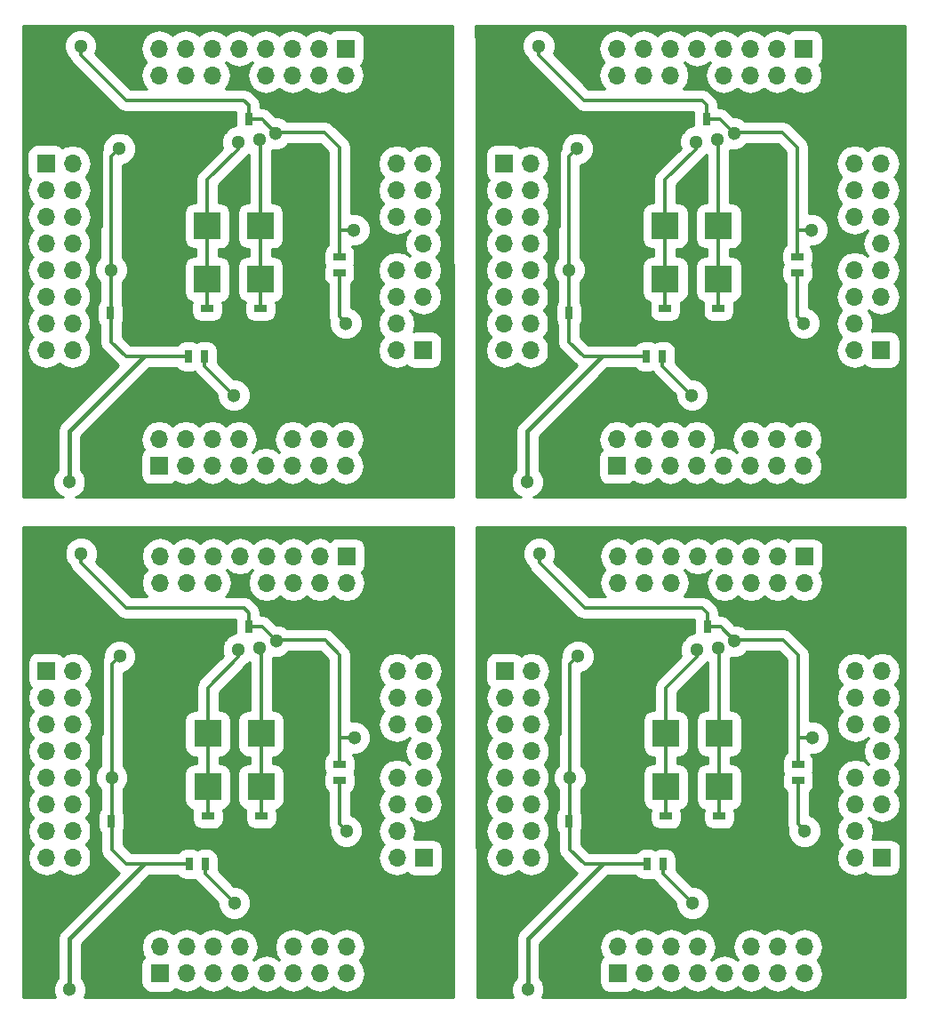
<source format=gbl>
G04 #@! TF.FileFunction,Copper,L2,Bot,Signal*
%FSLAX46Y46*%
G04 Gerber Fmt 4.6, Leading zero omitted, Abs format (unit mm)*
G04 Created by KiCad (PCBNEW 4.0.5+dfsg1-4) date Mon Jul  9 23:17:01 2018*
%MOMM*%
%LPD*%
G01*
G04 APERTURE LIST*
%ADD10C,0.150000*%
%ADD11R,1.700000X1.700000*%
%ADD12O,1.700000X1.700000*%
%ADD13R,1.143000X0.635000*%
%ADD14R,0.635000X1.143000*%
%ADD15R,2.540000X2.540000*%
%ADD16C,1.300000*%
%ADD17C,0.350520*%
%ADD18C,0.398780*%
%ADD19C,0.254000*%
G04 APERTURE END LIST*
D10*
D11*
X155905200Y-50165000D03*
D12*
X158445200Y-50165000D03*
X155905200Y-52705000D03*
X158445200Y-52705000D03*
X155905200Y-55245000D03*
X158445200Y-55245000D03*
X155905200Y-57785000D03*
X158445200Y-57785000D03*
X155905200Y-60325000D03*
X158445200Y-60325000D03*
X155905200Y-62865000D03*
X158445200Y-62865000D03*
X155905200Y-65405000D03*
X158445200Y-65405000D03*
X155905200Y-67945000D03*
X158445200Y-67945000D03*
D11*
X166700200Y-78994000D03*
D12*
X166700200Y-76454000D03*
X169240200Y-78994000D03*
X169240200Y-76454000D03*
X171780200Y-78994000D03*
X171780200Y-76454000D03*
X174320200Y-78994000D03*
X174320200Y-76454000D03*
X176860200Y-78994000D03*
X176860200Y-76454000D03*
X179400200Y-78994000D03*
X179400200Y-76454000D03*
X181940200Y-78994000D03*
X181940200Y-76454000D03*
X184480200Y-78994000D03*
X184480200Y-76454000D03*
D11*
X191846200Y-67945000D03*
D12*
X189306200Y-67945000D03*
X191846200Y-65405000D03*
X189306200Y-65405000D03*
X191846200Y-62865000D03*
X189306200Y-62865000D03*
X191846200Y-60325000D03*
X189306200Y-60325000D03*
X191846200Y-57785000D03*
X189306200Y-57785000D03*
X191846200Y-55245000D03*
X189306200Y-55245000D03*
X191846200Y-52705000D03*
X189306200Y-52705000D03*
X191846200Y-50165000D03*
X189306200Y-50165000D03*
D11*
X184480200Y-39243000D03*
D12*
X184480200Y-41783000D03*
X181940200Y-39243000D03*
X181940200Y-41783000D03*
X179400200Y-39243000D03*
X179400200Y-41783000D03*
X176860200Y-39243000D03*
X176860200Y-41783000D03*
X174320200Y-39243000D03*
X174320200Y-41783000D03*
X171780200Y-39243000D03*
X171780200Y-41783000D03*
X169240200Y-39243000D03*
X169240200Y-41783000D03*
X166700200Y-39243000D03*
X166700200Y-41783000D03*
D13*
X183845200Y-59055000D03*
X183845200Y-60579000D03*
D14*
X171018200Y-68580000D03*
X169494200Y-68580000D03*
X175209200Y-45974000D03*
X173685200Y-45974000D03*
X162064700Y-64452500D03*
X163588700Y-64452500D03*
D13*
X176352200Y-64008000D03*
X176352200Y-65532000D03*
X171272200Y-64008000D03*
X171272200Y-65532000D03*
D15*
X171272200Y-61214000D03*
X176352200Y-61214000D03*
X176352200Y-56134000D03*
X171272200Y-56134000D03*
X171323000Y-109575600D03*
X176403000Y-109575600D03*
X176403000Y-104495600D03*
X171323000Y-104495600D03*
D13*
X171323000Y-112369600D03*
X171323000Y-113893600D03*
X176403000Y-112369600D03*
X176403000Y-113893600D03*
D14*
X162115500Y-112814100D03*
X163639500Y-112814100D03*
X175260000Y-94335600D03*
X173736000Y-94335600D03*
X171069000Y-116941600D03*
X169545000Y-116941600D03*
D13*
X183896000Y-107416600D03*
X183896000Y-108940600D03*
D11*
X184531000Y-87604600D03*
D12*
X184531000Y-90144600D03*
X181991000Y-87604600D03*
X181991000Y-90144600D03*
X179451000Y-87604600D03*
X179451000Y-90144600D03*
X176911000Y-87604600D03*
X176911000Y-90144600D03*
X174371000Y-87604600D03*
X174371000Y-90144600D03*
X171831000Y-87604600D03*
X171831000Y-90144600D03*
X169291000Y-87604600D03*
X169291000Y-90144600D03*
X166751000Y-87604600D03*
X166751000Y-90144600D03*
D11*
X191897000Y-116306600D03*
D12*
X189357000Y-116306600D03*
X191897000Y-113766600D03*
X189357000Y-113766600D03*
X191897000Y-111226600D03*
X189357000Y-111226600D03*
X191897000Y-108686600D03*
X189357000Y-108686600D03*
X191897000Y-106146600D03*
X189357000Y-106146600D03*
X191897000Y-103606600D03*
X189357000Y-103606600D03*
X191897000Y-101066600D03*
X189357000Y-101066600D03*
X191897000Y-98526600D03*
X189357000Y-98526600D03*
D11*
X166751000Y-127355600D03*
D12*
X166751000Y-124815600D03*
X169291000Y-127355600D03*
X169291000Y-124815600D03*
X171831000Y-127355600D03*
X171831000Y-124815600D03*
X174371000Y-127355600D03*
X174371000Y-124815600D03*
X176911000Y-127355600D03*
X176911000Y-124815600D03*
X179451000Y-127355600D03*
X179451000Y-124815600D03*
X181991000Y-127355600D03*
X181991000Y-124815600D03*
X184531000Y-127355600D03*
X184531000Y-124815600D03*
D11*
X155956000Y-98526600D03*
D12*
X158496000Y-98526600D03*
X155956000Y-101066600D03*
X158496000Y-101066600D03*
X155956000Y-103606600D03*
X158496000Y-103606600D03*
X155956000Y-106146600D03*
X158496000Y-106146600D03*
X155956000Y-108686600D03*
X158496000Y-108686600D03*
X155956000Y-111226600D03*
X158496000Y-111226600D03*
X155956000Y-113766600D03*
X158496000Y-113766600D03*
X155956000Y-116306600D03*
X158496000Y-116306600D03*
D11*
X112318800Y-98526600D03*
D12*
X114858800Y-98526600D03*
X112318800Y-101066600D03*
X114858800Y-101066600D03*
X112318800Y-103606600D03*
X114858800Y-103606600D03*
X112318800Y-106146600D03*
X114858800Y-106146600D03*
X112318800Y-108686600D03*
X114858800Y-108686600D03*
X112318800Y-111226600D03*
X114858800Y-111226600D03*
X112318800Y-113766600D03*
X114858800Y-113766600D03*
X112318800Y-116306600D03*
X114858800Y-116306600D03*
D11*
X123113800Y-127355600D03*
D12*
X123113800Y-124815600D03*
X125653800Y-127355600D03*
X125653800Y-124815600D03*
X128193800Y-127355600D03*
X128193800Y-124815600D03*
X130733800Y-127355600D03*
X130733800Y-124815600D03*
X133273800Y-127355600D03*
X133273800Y-124815600D03*
X135813800Y-127355600D03*
X135813800Y-124815600D03*
X138353800Y-127355600D03*
X138353800Y-124815600D03*
X140893800Y-127355600D03*
X140893800Y-124815600D03*
D11*
X148259800Y-116306600D03*
D12*
X145719800Y-116306600D03*
X148259800Y-113766600D03*
X145719800Y-113766600D03*
X148259800Y-111226600D03*
X145719800Y-111226600D03*
X148259800Y-108686600D03*
X145719800Y-108686600D03*
X148259800Y-106146600D03*
X145719800Y-106146600D03*
X148259800Y-103606600D03*
X145719800Y-103606600D03*
X148259800Y-101066600D03*
X145719800Y-101066600D03*
X148259800Y-98526600D03*
X145719800Y-98526600D03*
D11*
X140893800Y-87604600D03*
D12*
X140893800Y-90144600D03*
X138353800Y-87604600D03*
X138353800Y-90144600D03*
X135813800Y-87604600D03*
X135813800Y-90144600D03*
X133273800Y-87604600D03*
X133273800Y-90144600D03*
X130733800Y-87604600D03*
X130733800Y-90144600D03*
X128193800Y-87604600D03*
X128193800Y-90144600D03*
X125653800Y-87604600D03*
X125653800Y-90144600D03*
X123113800Y-87604600D03*
X123113800Y-90144600D03*
D13*
X140258800Y-107416600D03*
X140258800Y-108940600D03*
D14*
X127431800Y-116941600D03*
X125907800Y-116941600D03*
X131622800Y-94335600D03*
X130098800Y-94335600D03*
X118478300Y-112814100D03*
X120002300Y-112814100D03*
D13*
X132765800Y-112369600D03*
X132765800Y-113893600D03*
X127685800Y-112369600D03*
X127685800Y-113893600D03*
D15*
X127685800Y-109575600D03*
X132765800Y-109575600D03*
X132765800Y-104495600D03*
X127685800Y-104495600D03*
X127635000Y-61214000D03*
X132715000Y-61214000D03*
X132715000Y-56134000D03*
X127635000Y-56134000D03*
D13*
X127635000Y-64008000D03*
X127635000Y-65532000D03*
X132715000Y-64008000D03*
X132715000Y-65532000D03*
D14*
X118427500Y-64452500D03*
X119951500Y-64452500D03*
X131572000Y-45974000D03*
X130048000Y-45974000D03*
X127381000Y-68580000D03*
X125857000Y-68580000D03*
D13*
X140208000Y-59055000D03*
X140208000Y-60579000D03*
D11*
X140843000Y-39243000D03*
D12*
X140843000Y-41783000D03*
X138303000Y-39243000D03*
X138303000Y-41783000D03*
X135763000Y-39243000D03*
X135763000Y-41783000D03*
X133223000Y-39243000D03*
X133223000Y-41783000D03*
X130683000Y-39243000D03*
X130683000Y-41783000D03*
X128143000Y-39243000D03*
X128143000Y-41783000D03*
X125603000Y-39243000D03*
X125603000Y-41783000D03*
X123063000Y-39243000D03*
X123063000Y-41783000D03*
D11*
X148209000Y-67945000D03*
D12*
X145669000Y-67945000D03*
X148209000Y-65405000D03*
X145669000Y-65405000D03*
X148209000Y-62865000D03*
X145669000Y-62865000D03*
X148209000Y-60325000D03*
X145669000Y-60325000D03*
X148209000Y-57785000D03*
X145669000Y-57785000D03*
X148209000Y-55245000D03*
X145669000Y-55245000D03*
X148209000Y-52705000D03*
X145669000Y-52705000D03*
X148209000Y-50165000D03*
X145669000Y-50165000D03*
D11*
X123063000Y-78994000D03*
D12*
X123063000Y-76454000D03*
X125603000Y-78994000D03*
X125603000Y-76454000D03*
X128143000Y-78994000D03*
X128143000Y-76454000D03*
X130683000Y-78994000D03*
X130683000Y-76454000D03*
X133223000Y-78994000D03*
X133223000Y-76454000D03*
X135763000Y-78994000D03*
X135763000Y-76454000D03*
X138303000Y-78994000D03*
X138303000Y-76454000D03*
X140843000Y-78994000D03*
X140843000Y-76454000D03*
D11*
X112268000Y-50165000D03*
D12*
X114808000Y-50165000D03*
X112268000Y-52705000D03*
X114808000Y-52705000D03*
X112268000Y-55245000D03*
X114808000Y-55245000D03*
X112268000Y-57785000D03*
X114808000Y-57785000D03*
X112268000Y-60325000D03*
X114808000Y-60325000D03*
X112268000Y-62865000D03*
X114808000Y-62865000D03*
X112268000Y-65405000D03*
X114808000Y-65405000D03*
X112268000Y-67945000D03*
X114808000Y-67945000D03*
D16*
X185242200Y-56515000D03*
X162890200Y-48768000D03*
X158127700Y-80518000D03*
X162128200Y-60325000D03*
X177812700Y-47307500D03*
X159207200Y-38989000D03*
X159258000Y-87350600D03*
X177863500Y-95669100D03*
X162179000Y-108686600D03*
X158178500Y-128879600D03*
X162941000Y-97129600D03*
X185293000Y-104876600D03*
X141655800Y-104876600D03*
X119303800Y-97129600D03*
X114541300Y-128879600D03*
X118541800Y-108686600D03*
X134226300Y-95669100D03*
X115620800Y-87350600D03*
X115570000Y-38989000D03*
X134175500Y-47307500D03*
X118491000Y-60325000D03*
X114490500Y-80518000D03*
X119253000Y-48768000D03*
X141605000Y-56515000D03*
X184480200Y-65405000D03*
X184531000Y-113766600D03*
X140893800Y-113766600D03*
X140843000Y-65405000D03*
X176225200Y-47942500D03*
X176276000Y-96304100D03*
X132638800Y-96304100D03*
X132588000Y-47942500D03*
X174193200Y-48133000D03*
X174244000Y-96494600D03*
X130606800Y-96494600D03*
X130556000Y-48133000D03*
X173812200Y-72263000D03*
X173863000Y-120624600D03*
X130225800Y-120624600D03*
X130175000Y-72263000D03*
X176225200Y-70485000D03*
X161239200Y-44958000D03*
X172669200Y-46863000D03*
X157175200Y-74231500D03*
X157226000Y-122593100D03*
X172720000Y-95224600D03*
X161290000Y-93319600D03*
X176276000Y-118846600D03*
X132638800Y-118846600D03*
X117652800Y-93319600D03*
X129082800Y-95224600D03*
X113588800Y-122593100D03*
X113538000Y-74231500D03*
X129032000Y-46863000D03*
X117602000Y-44958000D03*
X132588000Y-70485000D03*
D17*
X163525200Y-44196000D02*
X159207200Y-39878000D01*
X159207200Y-39878000D02*
X159207200Y-38989000D01*
X174764700Y-44196000D02*
X163525200Y-44196000D01*
X175209200Y-44640500D02*
X174764700Y-44196000D01*
D18*
X158127700Y-75692000D02*
X158127700Y-80518000D01*
D17*
X183845200Y-59055000D02*
X183845200Y-56515000D01*
X162128200Y-67183000D02*
X163525200Y-68580000D01*
X165239700Y-68580000D02*
X169494200Y-68580000D01*
X162128200Y-60325000D02*
X162128200Y-67183000D01*
X176479200Y-45974000D02*
X177812700Y-47307500D01*
X175209200Y-45974000D02*
X176479200Y-45974000D01*
X183845200Y-56515000D02*
X185242200Y-56515000D01*
X183845200Y-48641000D02*
X182448200Y-47244000D01*
X162064700Y-64452500D02*
X162128200Y-64389000D01*
X162128200Y-64389000D02*
X162128200Y-60325000D01*
X163906200Y-68580000D02*
X165239700Y-68580000D01*
X163525200Y-68580000D02*
X163906200Y-68580000D01*
X177812700Y-47307500D02*
X177812700Y-47244000D01*
X183845200Y-56515000D02*
X183845200Y-48641000D01*
X162128200Y-60325000D02*
X162128200Y-49530000D01*
X162128200Y-49530000D02*
X162890200Y-48768000D01*
X175209200Y-45974000D02*
X175209200Y-44640500D01*
D18*
X165239700Y-68580000D02*
X158127700Y-75692000D01*
D17*
X182448200Y-47244000D02*
X177812700Y-47244000D01*
X182499000Y-95605600D02*
X177863500Y-95605600D01*
D18*
X165290500Y-116941600D02*
X158178500Y-124053600D01*
D17*
X175260000Y-94335600D02*
X175260000Y-93002100D01*
X162179000Y-97891600D02*
X162941000Y-97129600D01*
X162179000Y-108686600D02*
X162179000Y-97891600D01*
X183896000Y-104876600D02*
X183896000Y-97002600D01*
X177863500Y-95669100D02*
X177863500Y-95605600D01*
X163576000Y-116941600D02*
X163957000Y-116941600D01*
X163957000Y-116941600D02*
X165290500Y-116941600D01*
X162179000Y-112750600D02*
X162179000Y-108686600D01*
X162115500Y-112814100D02*
X162179000Y-112750600D01*
X183896000Y-97002600D02*
X182499000Y-95605600D01*
X183896000Y-104876600D02*
X185293000Y-104876600D01*
X175260000Y-94335600D02*
X176530000Y-94335600D01*
X176530000Y-94335600D02*
X177863500Y-95669100D01*
X162179000Y-108686600D02*
X162179000Y-115544600D01*
X165290500Y-116941600D02*
X169545000Y-116941600D01*
X162179000Y-115544600D02*
X163576000Y-116941600D01*
X183896000Y-107416600D02*
X183896000Y-104876600D01*
D18*
X158178500Y-124053600D02*
X158178500Y-128879600D01*
D17*
X175260000Y-93002100D02*
X174815500Y-92557600D01*
X174815500Y-92557600D02*
X163576000Y-92557600D01*
X159258000Y-88239600D02*
X159258000Y-87350600D01*
X163576000Y-92557600D02*
X159258000Y-88239600D01*
X119938800Y-92557600D02*
X115620800Y-88239600D01*
X115620800Y-88239600D02*
X115620800Y-87350600D01*
X131178300Y-92557600D02*
X119938800Y-92557600D01*
X131622800Y-93002100D02*
X131178300Y-92557600D01*
D18*
X114541300Y-124053600D02*
X114541300Y-128879600D01*
D17*
X140258800Y-107416600D02*
X140258800Y-104876600D01*
X118541800Y-115544600D02*
X119938800Y-116941600D01*
X121653300Y-116941600D02*
X125907800Y-116941600D01*
X118541800Y-108686600D02*
X118541800Y-115544600D01*
X132892800Y-94335600D02*
X134226300Y-95669100D01*
X131622800Y-94335600D02*
X132892800Y-94335600D01*
X140258800Y-104876600D02*
X141655800Y-104876600D01*
X140258800Y-97002600D02*
X138861800Y-95605600D01*
X118478300Y-112814100D02*
X118541800Y-112750600D01*
X118541800Y-112750600D02*
X118541800Y-108686600D01*
X120319800Y-116941600D02*
X121653300Y-116941600D01*
X119938800Y-116941600D02*
X120319800Y-116941600D01*
X134226300Y-95669100D02*
X134226300Y-95605600D01*
X140258800Y-104876600D02*
X140258800Y-97002600D01*
X118541800Y-108686600D02*
X118541800Y-97891600D01*
X118541800Y-97891600D02*
X119303800Y-97129600D01*
X131622800Y-94335600D02*
X131622800Y-93002100D01*
D18*
X121653300Y-116941600D02*
X114541300Y-124053600D01*
D17*
X138861800Y-95605600D02*
X134226300Y-95605600D01*
X138811000Y-47244000D02*
X134175500Y-47244000D01*
D18*
X121602500Y-68580000D02*
X114490500Y-75692000D01*
D17*
X131572000Y-45974000D02*
X131572000Y-44640500D01*
X118491000Y-49530000D02*
X119253000Y-48768000D01*
X118491000Y-60325000D02*
X118491000Y-49530000D01*
X140208000Y-56515000D02*
X140208000Y-48641000D01*
X134175500Y-47307500D02*
X134175500Y-47244000D01*
X119888000Y-68580000D02*
X120269000Y-68580000D01*
X120269000Y-68580000D02*
X121602500Y-68580000D01*
X118491000Y-64389000D02*
X118491000Y-60325000D01*
X118427500Y-64452500D02*
X118491000Y-64389000D01*
X140208000Y-48641000D02*
X138811000Y-47244000D01*
X140208000Y-56515000D02*
X141605000Y-56515000D01*
X131572000Y-45974000D02*
X132842000Y-45974000D01*
X132842000Y-45974000D02*
X134175500Y-47307500D01*
X118491000Y-60325000D02*
X118491000Y-67183000D01*
X121602500Y-68580000D02*
X125857000Y-68580000D01*
X118491000Y-67183000D02*
X119888000Y-68580000D01*
X140208000Y-59055000D02*
X140208000Y-56515000D01*
D18*
X114490500Y-75692000D02*
X114490500Y-80518000D01*
D17*
X131572000Y-44640500D02*
X131127500Y-44196000D01*
X131127500Y-44196000D02*
X119888000Y-44196000D01*
X115570000Y-39878000D02*
X115570000Y-38989000D01*
X119888000Y-44196000D02*
X115570000Y-39878000D01*
X183845200Y-64770000D02*
X183845200Y-63373000D01*
X184480200Y-65405000D02*
X183845200Y-64770000D01*
X183845200Y-60579000D02*
X183845200Y-63373000D01*
X183896000Y-108940600D02*
X183896000Y-111734600D01*
X184531000Y-113766600D02*
X183896000Y-113131600D01*
X183896000Y-113131600D02*
X183896000Y-111734600D01*
X140258800Y-113131600D02*
X140258800Y-111734600D01*
X140893800Y-113766600D02*
X140258800Y-113131600D01*
X140258800Y-108940600D02*
X140258800Y-111734600D01*
X140208000Y-60579000D02*
X140208000Y-63373000D01*
X140843000Y-65405000D02*
X140208000Y-64770000D01*
X140208000Y-64770000D02*
X140208000Y-63373000D01*
X176225200Y-47942500D02*
X176352200Y-48069500D01*
X176352200Y-48069500D02*
X176352200Y-52641500D01*
X176352200Y-61214000D02*
X176352200Y-64008000D01*
X176352200Y-56134000D02*
X176352200Y-52641500D01*
X176352200Y-56134000D02*
X176352200Y-61214000D01*
X176403000Y-104495600D02*
X176403000Y-109575600D01*
X176403000Y-104495600D02*
X176403000Y-101003100D01*
X176403000Y-109575600D02*
X176403000Y-112369600D01*
X176403000Y-96431100D02*
X176403000Y-101003100D01*
X176276000Y-96304100D02*
X176403000Y-96431100D01*
X132638800Y-96304100D02*
X132765800Y-96431100D01*
X132765800Y-96431100D02*
X132765800Y-101003100D01*
X132765800Y-109575600D02*
X132765800Y-112369600D01*
X132765800Y-104495600D02*
X132765800Y-101003100D01*
X132765800Y-104495600D02*
X132765800Y-109575600D01*
X132715000Y-56134000D02*
X132715000Y-61214000D01*
X132715000Y-56134000D02*
X132715000Y-52641500D01*
X132715000Y-61214000D02*
X132715000Y-64008000D01*
X132715000Y-48069500D02*
X132715000Y-52641500D01*
X132588000Y-47942500D02*
X132715000Y-48069500D01*
X174193200Y-48133000D02*
X174193200Y-48831500D01*
X174193200Y-48831500D02*
X171272200Y-51752500D01*
X171272200Y-51752500D02*
X171272200Y-56134000D01*
X171272200Y-61214000D02*
X171272200Y-64008000D01*
X171272200Y-56134000D02*
X171272200Y-61214000D01*
X171323000Y-104495600D02*
X171323000Y-109575600D01*
X171323000Y-109575600D02*
X171323000Y-112369600D01*
X171323000Y-100114100D02*
X171323000Y-104495600D01*
X174244000Y-97193100D02*
X171323000Y-100114100D01*
X174244000Y-96494600D02*
X174244000Y-97193100D01*
X130606800Y-96494600D02*
X130606800Y-97193100D01*
X130606800Y-97193100D02*
X127685800Y-100114100D01*
X127685800Y-100114100D02*
X127685800Y-104495600D01*
X127685800Y-109575600D02*
X127685800Y-112369600D01*
X127685800Y-104495600D02*
X127685800Y-109575600D01*
X127635000Y-56134000D02*
X127635000Y-61214000D01*
X127635000Y-61214000D02*
X127635000Y-64008000D01*
X127635000Y-51752500D02*
X127635000Y-56134000D01*
X130556000Y-48831500D02*
X127635000Y-51752500D01*
X130556000Y-48133000D02*
X130556000Y-48831500D01*
X173812200Y-72263000D02*
X171018200Y-69469000D01*
X171018200Y-69469000D02*
X171018200Y-68580000D01*
X171069000Y-117830600D02*
X171069000Y-116941600D01*
X173863000Y-120624600D02*
X171069000Y-117830600D01*
X130225800Y-120624600D02*
X127431800Y-117830600D01*
X127431800Y-117830600D02*
X127431800Y-116941600D01*
X127381000Y-69469000D02*
X127381000Y-68580000D01*
X130175000Y-72263000D02*
X127381000Y-69469000D01*
X176352200Y-65532000D02*
X171272200Y-65532000D01*
X173685200Y-45974000D02*
X173558200Y-45974000D01*
X171272200Y-65532000D02*
X171272200Y-66421000D01*
X163588700Y-64452500D02*
X165684200Y-66548000D01*
X165684200Y-66548000D02*
X171081700Y-66548000D01*
X171272200Y-65532000D02*
X171272200Y-66548000D01*
X173558200Y-45974000D02*
X172669200Y-46863000D01*
X173558200Y-45974000D02*
X172669200Y-46863000D01*
X171081700Y-66548000D02*
X171272200Y-66548000D01*
X176161700Y-70485000D02*
X172224700Y-66548000D01*
X172224700Y-66548000D02*
X171272200Y-66548000D01*
X176225200Y-70485000D02*
X176161700Y-70485000D01*
X172669200Y-46863000D02*
X161239200Y-46863000D01*
X161366200Y-45085000D02*
X161366200Y-46736000D01*
X161239200Y-44958000D02*
X161239200Y-46863000D01*
X161239200Y-44958000D02*
X161366200Y-45085000D01*
D18*
X161112200Y-46863000D02*
X161112200Y-56134000D01*
X161112200Y-45085000D02*
X161112200Y-46863000D01*
X161239200Y-44958000D02*
X161112200Y-45085000D01*
D17*
X161112200Y-46863000D02*
X161239200Y-46863000D01*
D18*
X160223200Y-57023000D02*
X160223200Y-71183500D01*
X161112200Y-56134000D02*
X160223200Y-57023000D01*
X160223200Y-71183500D02*
X157175200Y-74231500D01*
X160274000Y-119545100D02*
X157226000Y-122593100D01*
X161163000Y-104495600D02*
X160274000Y-105384600D01*
X160274000Y-105384600D02*
X160274000Y-119545100D01*
D17*
X161163000Y-95224600D02*
X161290000Y-95224600D01*
D18*
X161290000Y-93319600D02*
X161163000Y-93446600D01*
X161163000Y-93446600D02*
X161163000Y-95224600D01*
X161163000Y-95224600D02*
X161163000Y-104495600D01*
D17*
X161290000Y-93319600D02*
X161417000Y-93446600D01*
X161290000Y-93319600D02*
X161290000Y-95224600D01*
X161417000Y-93446600D02*
X161417000Y-95097600D01*
X172720000Y-95224600D02*
X161290000Y-95224600D01*
X176276000Y-118846600D02*
X176212500Y-118846600D01*
X172275500Y-114909600D02*
X171323000Y-114909600D01*
X176212500Y-118846600D02*
X172275500Y-114909600D01*
X171132500Y-114909600D02*
X171323000Y-114909600D01*
X173609000Y-94335600D02*
X172720000Y-95224600D01*
X173609000Y-94335600D02*
X172720000Y-95224600D01*
X171323000Y-113893600D02*
X171323000Y-114909600D01*
X165735000Y-114909600D02*
X171132500Y-114909600D01*
X163639500Y-112814100D02*
X165735000Y-114909600D01*
X171323000Y-113893600D02*
X171323000Y-114782600D01*
X173736000Y-94335600D02*
X173609000Y-94335600D01*
X176403000Y-113893600D02*
X171323000Y-113893600D01*
X132765800Y-113893600D02*
X127685800Y-113893600D01*
X130098800Y-94335600D02*
X129971800Y-94335600D01*
X127685800Y-113893600D02*
X127685800Y-114782600D01*
X120002300Y-112814100D02*
X122097800Y-114909600D01*
X122097800Y-114909600D02*
X127495300Y-114909600D01*
X127685800Y-113893600D02*
X127685800Y-114909600D01*
X129971800Y-94335600D02*
X129082800Y-95224600D01*
X129971800Y-94335600D02*
X129082800Y-95224600D01*
X127495300Y-114909600D02*
X127685800Y-114909600D01*
X132575300Y-118846600D02*
X128638300Y-114909600D01*
X128638300Y-114909600D02*
X127685800Y-114909600D01*
X132638800Y-118846600D02*
X132575300Y-118846600D01*
X129082800Y-95224600D02*
X117652800Y-95224600D01*
X117779800Y-93446600D02*
X117779800Y-95097600D01*
X117652800Y-93319600D02*
X117652800Y-95224600D01*
X117652800Y-93319600D02*
X117779800Y-93446600D01*
D18*
X117525800Y-95224600D02*
X117525800Y-104495600D01*
X117525800Y-93446600D02*
X117525800Y-95224600D01*
X117652800Y-93319600D02*
X117525800Y-93446600D01*
D17*
X117525800Y-95224600D02*
X117652800Y-95224600D01*
D18*
X116636800Y-105384600D02*
X116636800Y-119545100D01*
X117525800Y-104495600D02*
X116636800Y-105384600D01*
X116636800Y-119545100D02*
X113588800Y-122593100D01*
X116586000Y-71183500D02*
X113538000Y-74231500D01*
X117475000Y-56134000D02*
X116586000Y-57023000D01*
X116586000Y-57023000D02*
X116586000Y-71183500D01*
D17*
X117475000Y-46863000D02*
X117602000Y-46863000D01*
D18*
X117602000Y-44958000D02*
X117475000Y-45085000D01*
X117475000Y-45085000D02*
X117475000Y-46863000D01*
X117475000Y-46863000D02*
X117475000Y-56134000D01*
D17*
X117602000Y-44958000D02*
X117729000Y-45085000D01*
X117602000Y-44958000D02*
X117602000Y-46863000D01*
X117729000Y-45085000D02*
X117729000Y-46736000D01*
X129032000Y-46863000D02*
X117602000Y-46863000D01*
X132588000Y-70485000D02*
X132524500Y-70485000D01*
X128587500Y-66548000D02*
X127635000Y-66548000D01*
X132524500Y-70485000D02*
X128587500Y-66548000D01*
X127444500Y-66548000D02*
X127635000Y-66548000D01*
X129921000Y-45974000D02*
X129032000Y-46863000D01*
X129921000Y-45974000D02*
X129032000Y-46863000D01*
X127635000Y-65532000D02*
X127635000Y-66548000D01*
X122047000Y-66548000D02*
X127444500Y-66548000D01*
X119951500Y-64452500D02*
X122047000Y-66548000D01*
X127635000Y-65532000D02*
X127635000Y-66421000D01*
X130048000Y-45974000D02*
X129921000Y-45974000D01*
X132715000Y-65532000D02*
X127635000Y-65532000D01*
D19*
G36*
X151066324Y-81915194D02*
X115106229Y-81970011D01*
X115382688Y-81855780D01*
X115826721Y-81412522D01*
X116067325Y-80833081D01*
X116067873Y-80205672D01*
X115828280Y-79625812D01*
X115616990Y-79414153D01*
X115616990Y-78144000D01*
X121267738Y-78144000D01*
X121267738Y-79844000D01*
X121332384Y-80187562D01*
X121535429Y-80503104D01*
X121845240Y-80714789D01*
X122213000Y-80789262D01*
X123913000Y-80789262D01*
X124256562Y-80724616D01*
X124572104Y-80521571D01*
X124612140Y-80462976D01*
X124922933Y-80670641D01*
X125603000Y-80805915D01*
X126283067Y-80670641D01*
X126859599Y-80285414D01*
X126873000Y-80265358D01*
X126886401Y-80285414D01*
X127462933Y-80670641D01*
X128143000Y-80805915D01*
X128823067Y-80670641D01*
X129399599Y-80285414D01*
X129413000Y-80265358D01*
X129426401Y-80285414D01*
X130002933Y-80670641D01*
X130683000Y-80805915D01*
X131363067Y-80670641D01*
X131939599Y-80285414D01*
X131953000Y-80265358D01*
X131966401Y-80285414D01*
X132542933Y-80670641D01*
X133223000Y-80805915D01*
X133903067Y-80670641D01*
X134479599Y-80285414D01*
X134493000Y-80265358D01*
X134506401Y-80285414D01*
X135082933Y-80670641D01*
X135763000Y-80805915D01*
X136443067Y-80670641D01*
X137019599Y-80285414D01*
X137033000Y-80265358D01*
X137046401Y-80285414D01*
X137622933Y-80670641D01*
X138303000Y-80805915D01*
X138983067Y-80670641D01*
X139559599Y-80285414D01*
X139573000Y-80265358D01*
X139586401Y-80285414D01*
X140162933Y-80670641D01*
X140843000Y-80805915D01*
X141523067Y-80670641D01*
X142099599Y-80285414D01*
X142484826Y-79708882D01*
X142620100Y-79028815D01*
X142620100Y-78959185D01*
X142484826Y-78279118D01*
X142113907Y-77724000D01*
X142484826Y-77168882D01*
X142620100Y-76488815D01*
X142620100Y-76419185D01*
X142484826Y-75739118D01*
X142099599Y-75162586D01*
X141523067Y-74777359D01*
X140843000Y-74642085D01*
X140162933Y-74777359D01*
X139586401Y-75162586D01*
X139573000Y-75182642D01*
X139559599Y-75162586D01*
X138983067Y-74777359D01*
X138303000Y-74642085D01*
X137622933Y-74777359D01*
X137046401Y-75162586D01*
X137033000Y-75182642D01*
X137019599Y-75162586D01*
X136443067Y-74777359D01*
X135763000Y-74642085D01*
X135082933Y-74777359D01*
X134506401Y-75162586D01*
X134121174Y-75739118D01*
X133985900Y-76419185D01*
X133985900Y-76488815D01*
X134121174Y-77168882D01*
X134476320Y-77700395D01*
X133903067Y-77317359D01*
X133223000Y-77182085D01*
X132542933Y-77317359D01*
X131969680Y-77700395D01*
X132324826Y-77168882D01*
X132460100Y-76488815D01*
X132460100Y-76419185D01*
X132324826Y-75739118D01*
X131939599Y-75162586D01*
X131363067Y-74777359D01*
X130683000Y-74642085D01*
X130002933Y-74777359D01*
X129426401Y-75162586D01*
X129413000Y-75182642D01*
X129399599Y-75162586D01*
X128823067Y-74777359D01*
X128143000Y-74642085D01*
X127462933Y-74777359D01*
X126886401Y-75162586D01*
X126873000Y-75182642D01*
X126859599Y-75162586D01*
X126283067Y-74777359D01*
X125603000Y-74642085D01*
X124922933Y-74777359D01*
X124346401Y-75162586D01*
X124333000Y-75182642D01*
X124319599Y-75162586D01*
X123743067Y-74777359D01*
X123063000Y-74642085D01*
X122382933Y-74777359D01*
X121806401Y-75162586D01*
X121421174Y-75739118D01*
X121285900Y-76419185D01*
X121285900Y-76488815D01*
X121421174Y-77168882D01*
X121600116Y-77436687D01*
X121553896Y-77466429D01*
X121342211Y-77776240D01*
X121267738Y-78144000D01*
X115616990Y-78144000D01*
X115616990Y-76158608D01*
X122093238Y-69682360D01*
X124779407Y-69682360D01*
X124861929Y-69810604D01*
X125171740Y-70022289D01*
X125539500Y-70096762D01*
X126174500Y-70096762D01*
X126463766Y-70042332D01*
X126601514Y-70248486D01*
X128597916Y-72244888D01*
X128597627Y-72575328D01*
X128837220Y-73155188D01*
X129280478Y-73599221D01*
X129859919Y-73839825D01*
X130487328Y-73840373D01*
X131067188Y-73600780D01*
X131511221Y-73157522D01*
X131751825Y-72578081D01*
X131752373Y-71950672D01*
X131512780Y-71370812D01*
X131069522Y-70926779D01*
X130490081Y-70686175D01*
X130156856Y-70685884D01*
X128640177Y-69169205D01*
X128643762Y-69151500D01*
X128643762Y-68008500D01*
X128579116Y-67664938D01*
X128376071Y-67349396D01*
X128066260Y-67137711D01*
X127698500Y-67063238D01*
X127063500Y-67063238D01*
X126719938Y-67127884D01*
X126621028Y-67191531D01*
X126542260Y-67137711D01*
X126174500Y-67063238D01*
X125539500Y-67063238D01*
X125195938Y-67127884D01*
X124880396Y-67330929D01*
X124780153Y-67477640D01*
X121723813Y-67477640D01*
X121602500Y-67453509D01*
X121481187Y-67477640D01*
X120344612Y-67477640D01*
X119593360Y-66726388D01*
X119593360Y-65424586D01*
X119615789Y-65391760D01*
X119690262Y-65024000D01*
X119690262Y-63881000D01*
X119625616Y-63537438D01*
X119593360Y-63487311D01*
X119593360Y-61452975D01*
X119827221Y-61219522D01*
X120067825Y-60640081D01*
X120068373Y-60012672D01*
X119828780Y-59432812D01*
X119593360Y-59196980D01*
X119593360Y-50333790D01*
X120145188Y-50105780D01*
X120589221Y-49662522D01*
X120829825Y-49083081D01*
X120830373Y-48455672D01*
X120590780Y-47875812D01*
X120147522Y-47431779D01*
X119568081Y-47191175D01*
X118940672Y-47190627D01*
X118360812Y-47430220D01*
X117916779Y-47873478D01*
X117676175Y-48452919D01*
X117675868Y-48803861D01*
X117472552Y-49108145D01*
X117388640Y-49530000D01*
X117388640Y-59197025D01*
X117154779Y-59430478D01*
X116914175Y-60009919D01*
X116913627Y-60637328D01*
X117153220Y-61217188D01*
X117388640Y-61453020D01*
X117388640Y-63294544D01*
X117239211Y-63513240D01*
X117164738Y-63881000D01*
X117164738Y-65024000D01*
X117229384Y-65367562D01*
X117388640Y-65615054D01*
X117388640Y-67183000D01*
X117472552Y-67604855D01*
X117711514Y-67962486D01*
X119108514Y-69359486D01*
X119181289Y-69408113D01*
X113693951Y-74895451D01*
X113449759Y-75260911D01*
X113364010Y-75692000D01*
X113364010Y-79414113D01*
X113154279Y-79623478D01*
X112913675Y-80202919D01*
X112913127Y-80830328D01*
X113152720Y-81410188D01*
X113595978Y-81854221D01*
X113879335Y-81971881D01*
X110134400Y-81977589D01*
X110134400Y-52705000D01*
X110456085Y-52705000D01*
X110591359Y-53385067D01*
X110976586Y-53961599D01*
X110996642Y-53975000D01*
X110976586Y-53988401D01*
X110591359Y-54564933D01*
X110456085Y-55245000D01*
X110591359Y-55925067D01*
X110976586Y-56501599D01*
X110996642Y-56515000D01*
X110976586Y-56528401D01*
X110591359Y-57104933D01*
X110456085Y-57785000D01*
X110591359Y-58465067D01*
X110976586Y-59041599D01*
X110996642Y-59055000D01*
X110976586Y-59068401D01*
X110591359Y-59644933D01*
X110456085Y-60325000D01*
X110591359Y-61005067D01*
X110976586Y-61581599D01*
X110996642Y-61595000D01*
X110976586Y-61608401D01*
X110591359Y-62184933D01*
X110456085Y-62865000D01*
X110591359Y-63545067D01*
X110976586Y-64121599D01*
X110996642Y-64135000D01*
X110976586Y-64148401D01*
X110591359Y-64724933D01*
X110456085Y-65405000D01*
X110591359Y-66085067D01*
X110976586Y-66661599D01*
X110996642Y-66675000D01*
X110976586Y-66688401D01*
X110591359Y-67264933D01*
X110456085Y-67945000D01*
X110591359Y-68625067D01*
X110976586Y-69201599D01*
X111553118Y-69586826D01*
X112233185Y-69722100D01*
X112302815Y-69722100D01*
X112982882Y-69586826D01*
X113538000Y-69215907D01*
X114093118Y-69586826D01*
X114773185Y-69722100D01*
X114842815Y-69722100D01*
X115522882Y-69586826D01*
X116099414Y-69201599D01*
X116484641Y-68625067D01*
X116619915Y-67945000D01*
X116484641Y-67264933D01*
X116099414Y-66688401D01*
X116079358Y-66675000D01*
X116099414Y-66661599D01*
X116484641Y-66085067D01*
X116619915Y-65405000D01*
X116484641Y-64724933D01*
X116099414Y-64148401D01*
X116079358Y-64135000D01*
X116099414Y-64121599D01*
X116484641Y-63545067D01*
X116619915Y-62865000D01*
X116484641Y-62184933D01*
X116099414Y-61608401D01*
X116079358Y-61595000D01*
X116099414Y-61581599D01*
X116484641Y-61005067D01*
X116619915Y-60325000D01*
X116484641Y-59644933D01*
X116099414Y-59068401D01*
X116079358Y-59055000D01*
X116099414Y-59041599D01*
X116484641Y-58465067D01*
X116619915Y-57785000D01*
X116484641Y-57104933D01*
X116099414Y-56528401D01*
X116079358Y-56515000D01*
X116099414Y-56501599D01*
X116484641Y-55925067D01*
X116619915Y-55245000D01*
X116484641Y-54564933D01*
X116099414Y-53988401D01*
X116079358Y-53975000D01*
X116099414Y-53961599D01*
X116484641Y-53385067D01*
X116619915Y-52705000D01*
X116484641Y-52024933D01*
X116099414Y-51448401D01*
X116079358Y-51435000D01*
X116099414Y-51421599D01*
X116484641Y-50845067D01*
X116619915Y-50165000D01*
X116484641Y-49484933D01*
X116099414Y-48908401D01*
X115522882Y-48523174D01*
X114842815Y-48387900D01*
X114773185Y-48387900D01*
X114093118Y-48523174D01*
X113825313Y-48702116D01*
X113795571Y-48655896D01*
X113485760Y-48444211D01*
X113118000Y-48369738D01*
X111418000Y-48369738D01*
X111074438Y-48434384D01*
X110758896Y-48637429D01*
X110547211Y-48947240D01*
X110472738Y-49315000D01*
X110472738Y-51015000D01*
X110537384Y-51358562D01*
X110740429Y-51674104D01*
X110799024Y-51714140D01*
X110591359Y-52024933D01*
X110456085Y-52705000D01*
X110134400Y-52705000D01*
X110134400Y-39301328D01*
X113992627Y-39301328D01*
X114232220Y-39881188D01*
X114527015Y-40176498D01*
X114551552Y-40299855D01*
X114790514Y-40657486D01*
X119108514Y-44975486D01*
X119466145Y-45214448D01*
X119888000Y-45298360D01*
X130330327Y-45298360D01*
X130309238Y-45402500D01*
X130309238Y-46545500D01*
X130311155Y-46555686D01*
X130243672Y-46555627D01*
X129663812Y-46795220D01*
X129219779Y-47238478D01*
X128979175Y-47817919D01*
X128978627Y-48445328D01*
X129096917Y-48731611D01*
X126855514Y-50973014D01*
X126616552Y-51330645D01*
X126532640Y-51752500D01*
X126532640Y-53918738D01*
X126365000Y-53918738D01*
X126021438Y-53983384D01*
X125705896Y-54186429D01*
X125494211Y-54496240D01*
X125419738Y-54864000D01*
X125419738Y-57404000D01*
X125484384Y-57747562D01*
X125687429Y-58063104D01*
X125997240Y-58274789D01*
X126365000Y-58349262D01*
X126532640Y-58349262D01*
X126532640Y-58998738D01*
X126365000Y-58998738D01*
X126021438Y-59063384D01*
X125705896Y-59266429D01*
X125494211Y-59576240D01*
X125419738Y-59944000D01*
X125419738Y-62484000D01*
X125484384Y-62827562D01*
X125687429Y-63143104D01*
X125997240Y-63354789D01*
X126178776Y-63391551D01*
X126118238Y-63690500D01*
X126118238Y-64325500D01*
X126182884Y-64669062D01*
X126385929Y-64984604D01*
X126695740Y-65196289D01*
X127063500Y-65270762D01*
X128206500Y-65270762D01*
X128550062Y-65206116D01*
X128865604Y-65003071D01*
X129077289Y-64693260D01*
X129151762Y-64325500D01*
X129151762Y-63690500D01*
X129095849Y-63393351D01*
X129248562Y-63364616D01*
X129564104Y-63161571D01*
X129775789Y-62851760D01*
X129850262Y-62484000D01*
X129850262Y-59944000D01*
X129785616Y-59600438D01*
X129582571Y-59284896D01*
X129272760Y-59073211D01*
X128905000Y-58998738D01*
X128737360Y-58998738D01*
X128737360Y-58349262D01*
X128905000Y-58349262D01*
X129248562Y-58284616D01*
X129564104Y-58081571D01*
X129775789Y-57771760D01*
X129850262Y-57404000D01*
X129850262Y-54864000D01*
X129785616Y-54520438D01*
X129582571Y-54204896D01*
X129272760Y-53993211D01*
X128905000Y-53918738D01*
X128737360Y-53918738D01*
X128737360Y-52209112D01*
X131335486Y-49610986D01*
X131421915Y-49481636D01*
X131448188Y-49470780D01*
X131612640Y-49306615D01*
X131612640Y-53918738D01*
X131445000Y-53918738D01*
X131101438Y-53983384D01*
X130785896Y-54186429D01*
X130574211Y-54496240D01*
X130499738Y-54864000D01*
X130499738Y-57404000D01*
X130564384Y-57747562D01*
X130767429Y-58063104D01*
X131077240Y-58274789D01*
X131445000Y-58349262D01*
X131612640Y-58349262D01*
X131612640Y-58998738D01*
X131445000Y-58998738D01*
X131101438Y-59063384D01*
X130785896Y-59266429D01*
X130574211Y-59576240D01*
X130499738Y-59944000D01*
X130499738Y-62484000D01*
X130564384Y-62827562D01*
X130767429Y-63143104D01*
X131077240Y-63354789D01*
X131258776Y-63391551D01*
X131198238Y-63690500D01*
X131198238Y-64325500D01*
X131262884Y-64669062D01*
X131465929Y-64984604D01*
X131775740Y-65196289D01*
X132143500Y-65270762D01*
X133286500Y-65270762D01*
X133630062Y-65206116D01*
X133945604Y-65003071D01*
X134157289Y-64693260D01*
X134231762Y-64325500D01*
X134231762Y-63690500D01*
X134175849Y-63393351D01*
X134328562Y-63364616D01*
X134644104Y-63161571D01*
X134855789Y-62851760D01*
X134930262Y-62484000D01*
X134930262Y-59944000D01*
X134865616Y-59600438D01*
X134662571Y-59284896D01*
X134352760Y-59073211D01*
X133985000Y-58998738D01*
X133817360Y-58998738D01*
X133817360Y-58349262D01*
X133985000Y-58349262D01*
X134328562Y-58284616D01*
X134644104Y-58081571D01*
X134855789Y-57771760D01*
X134930262Y-57404000D01*
X134930262Y-54864000D01*
X134865616Y-54520438D01*
X134662571Y-54204896D01*
X134352760Y-53993211D01*
X133985000Y-53918738D01*
X133817360Y-53918738D01*
X133817360Y-48943696D01*
X133876821Y-48884339D01*
X134487828Y-48884873D01*
X135067688Y-48645280D01*
X135367131Y-48346360D01*
X138354388Y-48346360D01*
X139105640Y-49097612D01*
X139105640Y-57977407D01*
X138977396Y-58059929D01*
X138765711Y-58369740D01*
X138691238Y-58737500D01*
X138691238Y-59372500D01*
X138755884Y-59716062D01*
X138819531Y-59814972D01*
X138765711Y-59893740D01*
X138691238Y-60261500D01*
X138691238Y-60896500D01*
X138755884Y-61240062D01*
X138958929Y-61555604D01*
X139105640Y-61655847D01*
X139105640Y-64770000D01*
X139189552Y-65191855D01*
X139265986Y-65306246D01*
X139265627Y-65717328D01*
X139505220Y-66297188D01*
X139948478Y-66741221D01*
X140527919Y-66981825D01*
X141155328Y-66982373D01*
X141735188Y-66742780D01*
X142179221Y-66299522D01*
X142419825Y-65720081D01*
X142420373Y-65092672D01*
X142180780Y-64512812D01*
X141737522Y-64068779D01*
X141310360Y-63891407D01*
X141310360Y-61656593D01*
X141438604Y-61574071D01*
X141650289Y-61264260D01*
X141724762Y-60896500D01*
X141724762Y-60261500D01*
X141660116Y-59917938D01*
X141596469Y-59819028D01*
X141650289Y-59740260D01*
X141724762Y-59372500D01*
X141724762Y-58737500D01*
X141660116Y-58393938D01*
X141465811Y-58091979D01*
X141917328Y-58092373D01*
X142497188Y-57852780D01*
X142941221Y-57409522D01*
X143181825Y-56830081D01*
X143182373Y-56202672D01*
X142942780Y-55622812D01*
X142499522Y-55178779D01*
X141920081Y-54938175D01*
X141310360Y-54937642D01*
X141310360Y-50165000D01*
X143857085Y-50165000D01*
X143992359Y-50845067D01*
X144377586Y-51421599D01*
X144397642Y-51435000D01*
X144377586Y-51448401D01*
X143992359Y-52024933D01*
X143857085Y-52705000D01*
X143992359Y-53385067D01*
X144377586Y-53961599D01*
X144397642Y-53975000D01*
X144377586Y-53988401D01*
X143992359Y-54564933D01*
X143857085Y-55245000D01*
X143992359Y-55925067D01*
X144377586Y-56501599D01*
X144954118Y-56886826D01*
X145634185Y-57022100D01*
X145703815Y-57022100D01*
X146383882Y-56886826D01*
X146915395Y-56531680D01*
X146532359Y-57104933D01*
X146397085Y-57785000D01*
X146532359Y-58465067D01*
X146915395Y-59038320D01*
X146383882Y-58683174D01*
X145703815Y-58547900D01*
X145634185Y-58547900D01*
X144954118Y-58683174D01*
X144377586Y-59068401D01*
X143992359Y-59644933D01*
X143857085Y-60325000D01*
X143992359Y-61005067D01*
X144377586Y-61581599D01*
X144397642Y-61595000D01*
X144377586Y-61608401D01*
X143992359Y-62184933D01*
X143857085Y-62865000D01*
X143992359Y-63545067D01*
X144377586Y-64121599D01*
X144397642Y-64135000D01*
X144377586Y-64148401D01*
X143992359Y-64724933D01*
X143857085Y-65405000D01*
X143992359Y-66085067D01*
X144377586Y-66661599D01*
X144397642Y-66675000D01*
X144377586Y-66688401D01*
X143992359Y-67264933D01*
X143857085Y-67945000D01*
X143992359Y-68625067D01*
X144377586Y-69201599D01*
X144954118Y-69586826D01*
X145634185Y-69722100D01*
X145703815Y-69722100D01*
X146383882Y-69586826D01*
X146651687Y-69407884D01*
X146681429Y-69454104D01*
X146991240Y-69665789D01*
X147359000Y-69740262D01*
X149059000Y-69740262D01*
X149402562Y-69675616D01*
X149718104Y-69472571D01*
X149929789Y-69162760D01*
X150004262Y-68795000D01*
X150004262Y-67095000D01*
X149939616Y-66751438D01*
X149736571Y-66435896D01*
X149426760Y-66224211D01*
X149059000Y-66149738D01*
X147359000Y-66149738D01*
X147294294Y-66161913D01*
X147345641Y-66085067D01*
X147480915Y-65405000D01*
X147345641Y-64724933D01*
X146962605Y-64151680D01*
X147494118Y-64506826D01*
X148174185Y-64642100D01*
X148243815Y-64642100D01*
X148923882Y-64506826D01*
X149500414Y-64121599D01*
X149885641Y-63545067D01*
X150020915Y-62865000D01*
X149885641Y-62184933D01*
X149500414Y-61608401D01*
X149480358Y-61595000D01*
X149500414Y-61581599D01*
X149885641Y-61005067D01*
X150020915Y-60325000D01*
X149885641Y-59644933D01*
X149500414Y-59068401D01*
X149480358Y-59055000D01*
X149500414Y-59041599D01*
X149885641Y-58465067D01*
X150020915Y-57785000D01*
X149885641Y-57104933D01*
X149500414Y-56528401D01*
X149480358Y-56515000D01*
X149500414Y-56501599D01*
X149885641Y-55925067D01*
X150020915Y-55245000D01*
X149885641Y-54564933D01*
X149500414Y-53988401D01*
X149480358Y-53975000D01*
X149500414Y-53961599D01*
X149885641Y-53385067D01*
X150020915Y-52705000D01*
X149885641Y-52024933D01*
X149500414Y-51448401D01*
X149480358Y-51435000D01*
X149500414Y-51421599D01*
X149885641Y-50845067D01*
X150020915Y-50165000D01*
X149885641Y-49484933D01*
X149500414Y-48908401D01*
X148923882Y-48523174D01*
X148243815Y-48387900D01*
X148174185Y-48387900D01*
X147494118Y-48523174D01*
X146939000Y-48894093D01*
X146383882Y-48523174D01*
X145703815Y-48387900D01*
X145634185Y-48387900D01*
X144954118Y-48523174D01*
X144377586Y-48908401D01*
X143992359Y-49484933D01*
X143857085Y-50165000D01*
X141310360Y-50165000D01*
X141310360Y-48641000D01*
X141226448Y-48219145D01*
X140987486Y-47861514D01*
X139590486Y-46464514D01*
X139232855Y-46225552D01*
X138811000Y-46141640D01*
X135240086Y-46141640D01*
X135070022Y-45971279D01*
X134490581Y-45730675D01*
X134157356Y-45730384D01*
X133621486Y-45194514D01*
X133263855Y-44955552D01*
X132842000Y-44871640D01*
X132674360Y-44871640D01*
X132674360Y-44640500D01*
X132590448Y-44218645D01*
X132351486Y-43861014D01*
X131906986Y-43416514D01*
X131549355Y-43177552D01*
X131127500Y-43093640D01*
X129370825Y-43093640D01*
X129399599Y-43074414D01*
X129784826Y-42497882D01*
X129920100Y-41817815D01*
X129920100Y-41748185D01*
X129784826Y-41068118D01*
X129429680Y-40536605D01*
X130002933Y-40919641D01*
X130683000Y-41054915D01*
X131363067Y-40919641D01*
X131936320Y-40536605D01*
X131581174Y-41068118D01*
X131445900Y-41748185D01*
X131445900Y-41817815D01*
X131581174Y-42497882D01*
X131966401Y-43074414D01*
X132542933Y-43459641D01*
X133223000Y-43594915D01*
X133903067Y-43459641D01*
X134479599Y-43074414D01*
X134493000Y-43054358D01*
X134506401Y-43074414D01*
X135082933Y-43459641D01*
X135763000Y-43594915D01*
X136443067Y-43459641D01*
X137019599Y-43074414D01*
X137033000Y-43054358D01*
X137046401Y-43074414D01*
X137622933Y-43459641D01*
X138303000Y-43594915D01*
X138983067Y-43459641D01*
X139559599Y-43074414D01*
X139573000Y-43054358D01*
X139586401Y-43074414D01*
X140162933Y-43459641D01*
X140843000Y-43594915D01*
X141523067Y-43459641D01*
X142099599Y-43074414D01*
X142484826Y-42497882D01*
X142620100Y-41817815D01*
X142620100Y-41748185D01*
X142484826Y-41068118D01*
X142305884Y-40800313D01*
X142352104Y-40770571D01*
X142563789Y-40460760D01*
X142638262Y-40093000D01*
X142638262Y-38393000D01*
X142573616Y-38049438D01*
X142370571Y-37733896D01*
X142060760Y-37522211D01*
X141693000Y-37447738D01*
X139993000Y-37447738D01*
X139649438Y-37512384D01*
X139333896Y-37715429D01*
X139293860Y-37774024D01*
X138983067Y-37566359D01*
X138303000Y-37431085D01*
X137622933Y-37566359D01*
X137046401Y-37951586D01*
X137033000Y-37971642D01*
X137019599Y-37951586D01*
X136443067Y-37566359D01*
X135763000Y-37431085D01*
X135082933Y-37566359D01*
X134506401Y-37951586D01*
X134493000Y-37971642D01*
X134479599Y-37951586D01*
X133903067Y-37566359D01*
X133223000Y-37431085D01*
X132542933Y-37566359D01*
X131966401Y-37951586D01*
X131953000Y-37971642D01*
X131939599Y-37951586D01*
X131363067Y-37566359D01*
X130683000Y-37431085D01*
X130002933Y-37566359D01*
X129426401Y-37951586D01*
X129413000Y-37971642D01*
X129399599Y-37951586D01*
X128823067Y-37566359D01*
X128143000Y-37431085D01*
X127462933Y-37566359D01*
X126886401Y-37951586D01*
X126873000Y-37971642D01*
X126859599Y-37951586D01*
X126283067Y-37566359D01*
X125603000Y-37431085D01*
X124922933Y-37566359D01*
X124346401Y-37951586D01*
X124333000Y-37971642D01*
X124319599Y-37951586D01*
X123743067Y-37566359D01*
X123063000Y-37431085D01*
X122382933Y-37566359D01*
X121806401Y-37951586D01*
X121421174Y-38528118D01*
X121285900Y-39208185D01*
X121285900Y-39277815D01*
X121421174Y-39957882D01*
X121792093Y-40513000D01*
X121421174Y-41068118D01*
X121285900Y-41748185D01*
X121285900Y-41817815D01*
X121421174Y-42497882D01*
X121806401Y-43074414D01*
X121835175Y-43093640D01*
X120344612Y-43093640D01*
X116973197Y-39722225D01*
X117146825Y-39304081D01*
X117147373Y-38676672D01*
X116907780Y-38096812D01*
X116464522Y-37652779D01*
X115885081Y-37412175D01*
X115257672Y-37411627D01*
X114677812Y-37651220D01*
X114233779Y-38094478D01*
X113993175Y-38673919D01*
X113992627Y-39301328D01*
X110134400Y-39301328D01*
X110134400Y-37058600D01*
X151004023Y-37058600D01*
X151066324Y-81915194D01*
X151066324Y-81915194D01*
G37*
X151066324Y-81915194D02*
X115106229Y-81970011D01*
X115382688Y-81855780D01*
X115826721Y-81412522D01*
X116067325Y-80833081D01*
X116067873Y-80205672D01*
X115828280Y-79625812D01*
X115616990Y-79414153D01*
X115616990Y-78144000D01*
X121267738Y-78144000D01*
X121267738Y-79844000D01*
X121332384Y-80187562D01*
X121535429Y-80503104D01*
X121845240Y-80714789D01*
X122213000Y-80789262D01*
X123913000Y-80789262D01*
X124256562Y-80724616D01*
X124572104Y-80521571D01*
X124612140Y-80462976D01*
X124922933Y-80670641D01*
X125603000Y-80805915D01*
X126283067Y-80670641D01*
X126859599Y-80285414D01*
X126873000Y-80265358D01*
X126886401Y-80285414D01*
X127462933Y-80670641D01*
X128143000Y-80805915D01*
X128823067Y-80670641D01*
X129399599Y-80285414D01*
X129413000Y-80265358D01*
X129426401Y-80285414D01*
X130002933Y-80670641D01*
X130683000Y-80805915D01*
X131363067Y-80670641D01*
X131939599Y-80285414D01*
X131953000Y-80265358D01*
X131966401Y-80285414D01*
X132542933Y-80670641D01*
X133223000Y-80805915D01*
X133903067Y-80670641D01*
X134479599Y-80285414D01*
X134493000Y-80265358D01*
X134506401Y-80285414D01*
X135082933Y-80670641D01*
X135763000Y-80805915D01*
X136443067Y-80670641D01*
X137019599Y-80285414D01*
X137033000Y-80265358D01*
X137046401Y-80285414D01*
X137622933Y-80670641D01*
X138303000Y-80805915D01*
X138983067Y-80670641D01*
X139559599Y-80285414D01*
X139573000Y-80265358D01*
X139586401Y-80285414D01*
X140162933Y-80670641D01*
X140843000Y-80805915D01*
X141523067Y-80670641D01*
X142099599Y-80285414D01*
X142484826Y-79708882D01*
X142620100Y-79028815D01*
X142620100Y-78959185D01*
X142484826Y-78279118D01*
X142113907Y-77724000D01*
X142484826Y-77168882D01*
X142620100Y-76488815D01*
X142620100Y-76419185D01*
X142484826Y-75739118D01*
X142099599Y-75162586D01*
X141523067Y-74777359D01*
X140843000Y-74642085D01*
X140162933Y-74777359D01*
X139586401Y-75162586D01*
X139573000Y-75182642D01*
X139559599Y-75162586D01*
X138983067Y-74777359D01*
X138303000Y-74642085D01*
X137622933Y-74777359D01*
X137046401Y-75162586D01*
X137033000Y-75182642D01*
X137019599Y-75162586D01*
X136443067Y-74777359D01*
X135763000Y-74642085D01*
X135082933Y-74777359D01*
X134506401Y-75162586D01*
X134121174Y-75739118D01*
X133985900Y-76419185D01*
X133985900Y-76488815D01*
X134121174Y-77168882D01*
X134476320Y-77700395D01*
X133903067Y-77317359D01*
X133223000Y-77182085D01*
X132542933Y-77317359D01*
X131969680Y-77700395D01*
X132324826Y-77168882D01*
X132460100Y-76488815D01*
X132460100Y-76419185D01*
X132324826Y-75739118D01*
X131939599Y-75162586D01*
X131363067Y-74777359D01*
X130683000Y-74642085D01*
X130002933Y-74777359D01*
X129426401Y-75162586D01*
X129413000Y-75182642D01*
X129399599Y-75162586D01*
X128823067Y-74777359D01*
X128143000Y-74642085D01*
X127462933Y-74777359D01*
X126886401Y-75162586D01*
X126873000Y-75182642D01*
X126859599Y-75162586D01*
X126283067Y-74777359D01*
X125603000Y-74642085D01*
X124922933Y-74777359D01*
X124346401Y-75162586D01*
X124333000Y-75182642D01*
X124319599Y-75162586D01*
X123743067Y-74777359D01*
X123063000Y-74642085D01*
X122382933Y-74777359D01*
X121806401Y-75162586D01*
X121421174Y-75739118D01*
X121285900Y-76419185D01*
X121285900Y-76488815D01*
X121421174Y-77168882D01*
X121600116Y-77436687D01*
X121553896Y-77466429D01*
X121342211Y-77776240D01*
X121267738Y-78144000D01*
X115616990Y-78144000D01*
X115616990Y-76158608D01*
X122093238Y-69682360D01*
X124779407Y-69682360D01*
X124861929Y-69810604D01*
X125171740Y-70022289D01*
X125539500Y-70096762D01*
X126174500Y-70096762D01*
X126463766Y-70042332D01*
X126601514Y-70248486D01*
X128597916Y-72244888D01*
X128597627Y-72575328D01*
X128837220Y-73155188D01*
X129280478Y-73599221D01*
X129859919Y-73839825D01*
X130487328Y-73840373D01*
X131067188Y-73600780D01*
X131511221Y-73157522D01*
X131751825Y-72578081D01*
X131752373Y-71950672D01*
X131512780Y-71370812D01*
X131069522Y-70926779D01*
X130490081Y-70686175D01*
X130156856Y-70685884D01*
X128640177Y-69169205D01*
X128643762Y-69151500D01*
X128643762Y-68008500D01*
X128579116Y-67664938D01*
X128376071Y-67349396D01*
X128066260Y-67137711D01*
X127698500Y-67063238D01*
X127063500Y-67063238D01*
X126719938Y-67127884D01*
X126621028Y-67191531D01*
X126542260Y-67137711D01*
X126174500Y-67063238D01*
X125539500Y-67063238D01*
X125195938Y-67127884D01*
X124880396Y-67330929D01*
X124780153Y-67477640D01*
X121723813Y-67477640D01*
X121602500Y-67453509D01*
X121481187Y-67477640D01*
X120344612Y-67477640D01*
X119593360Y-66726388D01*
X119593360Y-65424586D01*
X119615789Y-65391760D01*
X119690262Y-65024000D01*
X119690262Y-63881000D01*
X119625616Y-63537438D01*
X119593360Y-63487311D01*
X119593360Y-61452975D01*
X119827221Y-61219522D01*
X120067825Y-60640081D01*
X120068373Y-60012672D01*
X119828780Y-59432812D01*
X119593360Y-59196980D01*
X119593360Y-50333790D01*
X120145188Y-50105780D01*
X120589221Y-49662522D01*
X120829825Y-49083081D01*
X120830373Y-48455672D01*
X120590780Y-47875812D01*
X120147522Y-47431779D01*
X119568081Y-47191175D01*
X118940672Y-47190627D01*
X118360812Y-47430220D01*
X117916779Y-47873478D01*
X117676175Y-48452919D01*
X117675868Y-48803861D01*
X117472552Y-49108145D01*
X117388640Y-49530000D01*
X117388640Y-59197025D01*
X117154779Y-59430478D01*
X116914175Y-60009919D01*
X116913627Y-60637328D01*
X117153220Y-61217188D01*
X117388640Y-61453020D01*
X117388640Y-63294544D01*
X117239211Y-63513240D01*
X117164738Y-63881000D01*
X117164738Y-65024000D01*
X117229384Y-65367562D01*
X117388640Y-65615054D01*
X117388640Y-67183000D01*
X117472552Y-67604855D01*
X117711514Y-67962486D01*
X119108514Y-69359486D01*
X119181289Y-69408113D01*
X113693951Y-74895451D01*
X113449759Y-75260911D01*
X113364010Y-75692000D01*
X113364010Y-79414113D01*
X113154279Y-79623478D01*
X112913675Y-80202919D01*
X112913127Y-80830328D01*
X113152720Y-81410188D01*
X113595978Y-81854221D01*
X113879335Y-81971881D01*
X110134400Y-81977589D01*
X110134400Y-52705000D01*
X110456085Y-52705000D01*
X110591359Y-53385067D01*
X110976586Y-53961599D01*
X110996642Y-53975000D01*
X110976586Y-53988401D01*
X110591359Y-54564933D01*
X110456085Y-55245000D01*
X110591359Y-55925067D01*
X110976586Y-56501599D01*
X110996642Y-56515000D01*
X110976586Y-56528401D01*
X110591359Y-57104933D01*
X110456085Y-57785000D01*
X110591359Y-58465067D01*
X110976586Y-59041599D01*
X110996642Y-59055000D01*
X110976586Y-59068401D01*
X110591359Y-59644933D01*
X110456085Y-60325000D01*
X110591359Y-61005067D01*
X110976586Y-61581599D01*
X110996642Y-61595000D01*
X110976586Y-61608401D01*
X110591359Y-62184933D01*
X110456085Y-62865000D01*
X110591359Y-63545067D01*
X110976586Y-64121599D01*
X110996642Y-64135000D01*
X110976586Y-64148401D01*
X110591359Y-64724933D01*
X110456085Y-65405000D01*
X110591359Y-66085067D01*
X110976586Y-66661599D01*
X110996642Y-66675000D01*
X110976586Y-66688401D01*
X110591359Y-67264933D01*
X110456085Y-67945000D01*
X110591359Y-68625067D01*
X110976586Y-69201599D01*
X111553118Y-69586826D01*
X112233185Y-69722100D01*
X112302815Y-69722100D01*
X112982882Y-69586826D01*
X113538000Y-69215907D01*
X114093118Y-69586826D01*
X114773185Y-69722100D01*
X114842815Y-69722100D01*
X115522882Y-69586826D01*
X116099414Y-69201599D01*
X116484641Y-68625067D01*
X116619915Y-67945000D01*
X116484641Y-67264933D01*
X116099414Y-66688401D01*
X116079358Y-66675000D01*
X116099414Y-66661599D01*
X116484641Y-66085067D01*
X116619915Y-65405000D01*
X116484641Y-64724933D01*
X116099414Y-64148401D01*
X116079358Y-64135000D01*
X116099414Y-64121599D01*
X116484641Y-63545067D01*
X116619915Y-62865000D01*
X116484641Y-62184933D01*
X116099414Y-61608401D01*
X116079358Y-61595000D01*
X116099414Y-61581599D01*
X116484641Y-61005067D01*
X116619915Y-60325000D01*
X116484641Y-59644933D01*
X116099414Y-59068401D01*
X116079358Y-59055000D01*
X116099414Y-59041599D01*
X116484641Y-58465067D01*
X116619915Y-57785000D01*
X116484641Y-57104933D01*
X116099414Y-56528401D01*
X116079358Y-56515000D01*
X116099414Y-56501599D01*
X116484641Y-55925067D01*
X116619915Y-55245000D01*
X116484641Y-54564933D01*
X116099414Y-53988401D01*
X116079358Y-53975000D01*
X116099414Y-53961599D01*
X116484641Y-53385067D01*
X116619915Y-52705000D01*
X116484641Y-52024933D01*
X116099414Y-51448401D01*
X116079358Y-51435000D01*
X116099414Y-51421599D01*
X116484641Y-50845067D01*
X116619915Y-50165000D01*
X116484641Y-49484933D01*
X116099414Y-48908401D01*
X115522882Y-48523174D01*
X114842815Y-48387900D01*
X114773185Y-48387900D01*
X114093118Y-48523174D01*
X113825313Y-48702116D01*
X113795571Y-48655896D01*
X113485760Y-48444211D01*
X113118000Y-48369738D01*
X111418000Y-48369738D01*
X111074438Y-48434384D01*
X110758896Y-48637429D01*
X110547211Y-48947240D01*
X110472738Y-49315000D01*
X110472738Y-51015000D01*
X110537384Y-51358562D01*
X110740429Y-51674104D01*
X110799024Y-51714140D01*
X110591359Y-52024933D01*
X110456085Y-52705000D01*
X110134400Y-52705000D01*
X110134400Y-39301328D01*
X113992627Y-39301328D01*
X114232220Y-39881188D01*
X114527015Y-40176498D01*
X114551552Y-40299855D01*
X114790514Y-40657486D01*
X119108514Y-44975486D01*
X119466145Y-45214448D01*
X119888000Y-45298360D01*
X130330327Y-45298360D01*
X130309238Y-45402500D01*
X130309238Y-46545500D01*
X130311155Y-46555686D01*
X130243672Y-46555627D01*
X129663812Y-46795220D01*
X129219779Y-47238478D01*
X128979175Y-47817919D01*
X128978627Y-48445328D01*
X129096917Y-48731611D01*
X126855514Y-50973014D01*
X126616552Y-51330645D01*
X126532640Y-51752500D01*
X126532640Y-53918738D01*
X126365000Y-53918738D01*
X126021438Y-53983384D01*
X125705896Y-54186429D01*
X125494211Y-54496240D01*
X125419738Y-54864000D01*
X125419738Y-57404000D01*
X125484384Y-57747562D01*
X125687429Y-58063104D01*
X125997240Y-58274789D01*
X126365000Y-58349262D01*
X126532640Y-58349262D01*
X126532640Y-58998738D01*
X126365000Y-58998738D01*
X126021438Y-59063384D01*
X125705896Y-59266429D01*
X125494211Y-59576240D01*
X125419738Y-59944000D01*
X125419738Y-62484000D01*
X125484384Y-62827562D01*
X125687429Y-63143104D01*
X125997240Y-63354789D01*
X126178776Y-63391551D01*
X126118238Y-63690500D01*
X126118238Y-64325500D01*
X126182884Y-64669062D01*
X126385929Y-64984604D01*
X126695740Y-65196289D01*
X127063500Y-65270762D01*
X128206500Y-65270762D01*
X128550062Y-65206116D01*
X128865604Y-65003071D01*
X129077289Y-64693260D01*
X129151762Y-64325500D01*
X129151762Y-63690500D01*
X129095849Y-63393351D01*
X129248562Y-63364616D01*
X129564104Y-63161571D01*
X129775789Y-62851760D01*
X129850262Y-62484000D01*
X129850262Y-59944000D01*
X129785616Y-59600438D01*
X129582571Y-59284896D01*
X129272760Y-59073211D01*
X128905000Y-58998738D01*
X128737360Y-58998738D01*
X128737360Y-58349262D01*
X128905000Y-58349262D01*
X129248562Y-58284616D01*
X129564104Y-58081571D01*
X129775789Y-57771760D01*
X129850262Y-57404000D01*
X129850262Y-54864000D01*
X129785616Y-54520438D01*
X129582571Y-54204896D01*
X129272760Y-53993211D01*
X128905000Y-53918738D01*
X128737360Y-53918738D01*
X128737360Y-52209112D01*
X131335486Y-49610986D01*
X131421915Y-49481636D01*
X131448188Y-49470780D01*
X131612640Y-49306615D01*
X131612640Y-53918738D01*
X131445000Y-53918738D01*
X131101438Y-53983384D01*
X130785896Y-54186429D01*
X130574211Y-54496240D01*
X130499738Y-54864000D01*
X130499738Y-57404000D01*
X130564384Y-57747562D01*
X130767429Y-58063104D01*
X131077240Y-58274789D01*
X131445000Y-58349262D01*
X131612640Y-58349262D01*
X131612640Y-58998738D01*
X131445000Y-58998738D01*
X131101438Y-59063384D01*
X130785896Y-59266429D01*
X130574211Y-59576240D01*
X130499738Y-59944000D01*
X130499738Y-62484000D01*
X130564384Y-62827562D01*
X130767429Y-63143104D01*
X131077240Y-63354789D01*
X131258776Y-63391551D01*
X131198238Y-63690500D01*
X131198238Y-64325500D01*
X131262884Y-64669062D01*
X131465929Y-64984604D01*
X131775740Y-65196289D01*
X132143500Y-65270762D01*
X133286500Y-65270762D01*
X133630062Y-65206116D01*
X133945604Y-65003071D01*
X134157289Y-64693260D01*
X134231762Y-64325500D01*
X134231762Y-63690500D01*
X134175849Y-63393351D01*
X134328562Y-63364616D01*
X134644104Y-63161571D01*
X134855789Y-62851760D01*
X134930262Y-62484000D01*
X134930262Y-59944000D01*
X134865616Y-59600438D01*
X134662571Y-59284896D01*
X134352760Y-59073211D01*
X133985000Y-58998738D01*
X133817360Y-58998738D01*
X133817360Y-58349262D01*
X133985000Y-58349262D01*
X134328562Y-58284616D01*
X134644104Y-58081571D01*
X134855789Y-57771760D01*
X134930262Y-57404000D01*
X134930262Y-54864000D01*
X134865616Y-54520438D01*
X134662571Y-54204896D01*
X134352760Y-53993211D01*
X133985000Y-53918738D01*
X133817360Y-53918738D01*
X133817360Y-48943696D01*
X133876821Y-48884339D01*
X134487828Y-48884873D01*
X135067688Y-48645280D01*
X135367131Y-48346360D01*
X138354388Y-48346360D01*
X139105640Y-49097612D01*
X139105640Y-57977407D01*
X138977396Y-58059929D01*
X138765711Y-58369740D01*
X138691238Y-58737500D01*
X138691238Y-59372500D01*
X138755884Y-59716062D01*
X138819531Y-59814972D01*
X138765711Y-59893740D01*
X138691238Y-60261500D01*
X138691238Y-60896500D01*
X138755884Y-61240062D01*
X138958929Y-61555604D01*
X139105640Y-61655847D01*
X139105640Y-64770000D01*
X139189552Y-65191855D01*
X139265986Y-65306246D01*
X139265627Y-65717328D01*
X139505220Y-66297188D01*
X139948478Y-66741221D01*
X140527919Y-66981825D01*
X141155328Y-66982373D01*
X141735188Y-66742780D01*
X142179221Y-66299522D01*
X142419825Y-65720081D01*
X142420373Y-65092672D01*
X142180780Y-64512812D01*
X141737522Y-64068779D01*
X141310360Y-63891407D01*
X141310360Y-61656593D01*
X141438604Y-61574071D01*
X141650289Y-61264260D01*
X141724762Y-60896500D01*
X141724762Y-60261500D01*
X141660116Y-59917938D01*
X141596469Y-59819028D01*
X141650289Y-59740260D01*
X141724762Y-59372500D01*
X141724762Y-58737500D01*
X141660116Y-58393938D01*
X141465811Y-58091979D01*
X141917328Y-58092373D01*
X142497188Y-57852780D01*
X142941221Y-57409522D01*
X143181825Y-56830081D01*
X143182373Y-56202672D01*
X142942780Y-55622812D01*
X142499522Y-55178779D01*
X141920081Y-54938175D01*
X141310360Y-54937642D01*
X141310360Y-50165000D01*
X143857085Y-50165000D01*
X143992359Y-50845067D01*
X144377586Y-51421599D01*
X144397642Y-51435000D01*
X144377586Y-51448401D01*
X143992359Y-52024933D01*
X143857085Y-52705000D01*
X143992359Y-53385067D01*
X144377586Y-53961599D01*
X144397642Y-53975000D01*
X144377586Y-53988401D01*
X143992359Y-54564933D01*
X143857085Y-55245000D01*
X143992359Y-55925067D01*
X144377586Y-56501599D01*
X144954118Y-56886826D01*
X145634185Y-57022100D01*
X145703815Y-57022100D01*
X146383882Y-56886826D01*
X146915395Y-56531680D01*
X146532359Y-57104933D01*
X146397085Y-57785000D01*
X146532359Y-58465067D01*
X146915395Y-59038320D01*
X146383882Y-58683174D01*
X145703815Y-58547900D01*
X145634185Y-58547900D01*
X144954118Y-58683174D01*
X144377586Y-59068401D01*
X143992359Y-59644933D01*
X143857085Y-60325000D01*
X143992359Y-61005067D01*
X144377586Y-61581599D01*
X144397642Y-61595000D01*
X144377586Y-61608401D01*
X143992359Y-62184933D01*
X143857085Y-62865000D01*
X143992359Y-63545067D01*
X144377586Y-64121599D01*
X144397642Y-64135000D01*
X144377586Y-64148401D01*
X143992359Y-64724933D01*
X143857085Y-65405000D01*
X143992359Y-66085067D01*
X144377586Y-66661599D01*
X144397642Y-66675000D01*
X144377586Y-66688401D01*
X143992359Y-67264933D01*
X143857085Y-67945000D01*
X143992359Y-68625067D01*
X144377586Y-69201599D01*
X144954118Y-69586826D01*
X145634185Y-69722100D01*
X145703815Y-69722100D01*
X146383882Y-69586826D01*
X146651687Y-69407884D01*
X146681429Y-69454104D01*
X146991240Y-69665789D01*
X147359000Y-69740262D01*
X149059000Y-69740262D01*
X149402562Y-69675616D01*
X149718104Y-69472571D01*
X149929789Y-69162760D01*
X150004262Y-68795000D01*
X150004262Y-67095000D01*
X149939616Y-66751438D01*
X149736571Y-66435896D01*
X149426760Y-66224211D01*
X149059000Y-66149738D01*
X147359000Y-66149738D01*
X147294294Y-66161913D01*
X147345641Y-66085067D01*
X147480915Y-65405000D01*
X147345641Y-64724933D01*
X146962605Y-64151680D01*
X147494118Y-64506826D01*
X148174185Y-64642100D01*
X148243815Y-64642100D01*
X148923882Y-64506826D01*
X149500414Y-64121599D01*
X149885641Y-63545067D01*
X150020915Y-62865000D01*
X149885641Y-62184933D01*
X149500414Y-61608401D01*
X149480358Y-61595000D01*
X149500414Y-61581599D01*
X149885641Y-61005067D01*
X150020915Y-60325000D01*
X149885641Y-59644933D01*
X149500414Y-59068401D01*
X149480358Y-59055000D01*
X149500414Y-59041599D01*
X149885641Y-58465067D01*
X150020915Y-57785000D01*
X149885641Y-57104933D01*
X149500414Y-56528401D01*
X149480358Y-56515000D01*
X149500414Y-56501599D01*
X149885641Y-55925067D01*
X150020915Y-55245000D01*
X149885641Y-54564933D01*
X149500414Y-53988401D01*
X149480358Y-53975000D01*
X149500414Y-53961599D01*
X149885641Y-53385067D01*
X150020915Y-52705000D01*
X149885641Y-52024933D01*
X149500414Y-51448401D01*
X149480358Y-51435000D01*
X149500414Y-51421599D01*
X149885641Y-50845067D01*
X150020915Y-50165000D01*
X149885641Y-49484933D01*
X149500414Y-48908401D01*
X148923882Y-48523174D01*
X148243815Y-48387900D01*
X148174185Y-48387900D01*
X147494118Y-48523174D01*
X146939000Y-48894093D01*
X146383882Y-48523174D01*
X145703815Y-48387900D01*
X145634185Y-48387900D01*
X144954118Y-48523174D01*
X144377586Y-48908401D01*
X143992359Y-49484933D01*
X143857085Y-50165000D01*
X141310360Y-50165000D01*
X141310360Y-48641000D01*
X141226448Y-48219145D01*
X140987486Y-47861514D01*
X139590486Y-46464514D01*
X139232855Y-46225552D01*
X138811000Y-46141640D01*
X135240086Y-46141640D01*
X135070022Y-45971279D01*
X134490581Y-45730675D01*
X134157356Y-45730384D01*
X133621486Y-45194514D01*
X133263855Y-44955552D01*
X132842000Y-44871640D01*
X132674360Y-44871640D01*
X132674360Y-44640500D01*
X132590448Y-44218645D01*
X132351486Y-43861014D01*
X131906986Y-43416514D01*
X131549355Y-43177552D01*
X131127500Y-43093640D01*
X129370825Y-43093640D01*
X129399599Y-43074414D01*
X129784826Y-42497882D01*
X129920100Y-41817815D01*
X129920100Y-41748185D01*
X129784826Y-41068118D01*
X129429680Y-40536605D01*
X130002933Y-40919641D01*
X130683000Y-41054915D01*
X131363067Y-40919641D01*
X131936320Y-40536605D01*
X131581174Y-41068118D01*
X131445900Y-41748185D01*
X131445900Y-41817815D01*
X131581174Y-42497882D01*
X131966401Y-43074414D01*
X132542933Y-43459641D01*
X133223000Y-43594915D01*
X133903067Y-43459641D01*
X134479599Y-43074414D01*
X134493000Y-43054358D01*
X134506401Y-43074414D01*
X135082933Y-43459641D01*
X135763000Y-43594915D01*
X136443067Y-43459641D01*
X137019599Y-43074414D01*
X137033000Y-43054358D01*
X137046401Y-43074414D01*
X137622933Y-43459641D01*
X138303000Y-43594915D01*
X138983067Y-43459641D01*
X139559599Y-43074414D01*
X139573000Y-43054358D01*
X139586401Y-43074414D01*
X140162933Y-43459641D01*
X140843000Y-43594915D01*
X141523067Y-43459641D01*
X142099599Y-43074414D01*
X142484826Y-42497882D01*
X142620100Y-41817815D01*
X142620100Y-41748185D01*
X142484826Y-41068118D01*
X142305884Y-40800313D01*
X142352104Y-40770571D01*
X142563789Y-40460760D01*
X142638262Y-40093000D01*
X142638262Y-38393000D01*
X142573616Y-38049438D01*
X142370571Y-37733896D01*
X142060760Y-37522211D01*
X141693000Y-37447738D01*
X139993000Y-37447738D01*
X139649438Y-37512384D01*
X139333896Y-37715429D01*
X139293860Y-37774024D01*
X138983067Y-37566359D01*
X138303000Y-37431085D01*
X137622933Y-37566359D01*
X137046401Y-37951586D01*
X137033000Y-37971642D01*
X137019599Y-37951586D01*
X136443067Y-37566359D01*
X135763000Y-37431085D01*
X135082933Y-37566359D01*
X134506401Y-37951586D01*
X134493000Y-37971642D01*
X134479599Y-37951586D01*
X133903067Y-37566359D01*
X133223000Y-37431085D01*
X132542933Y-37566359D01*
X131966401Y-37951586D01*
X131953000Y-37971642D01*
X131939599Y-37951586D01*
X131363067Y-37566359D01*
X130683000Y-37431085D01*
X130002933Y-37566359D01*
X129426401Y-37951586D01*
X129413000Y-37971642D01*
X129399599Y-37951586D01*
X128823067Y-37566359D01*
X128143000Y-37431085D01*
X127462933Y-37566359D01*
X126886401Y-37951586D01*
X126873000Y-37971642D01*
X126859599Y-37951586D01*
X126283067Y-37566359D01*
X125603000Y-37431085D01*
X124922933Y-37566359D01*
X124346401Y-37951586D01*
X124333000Y-37971642D01*
X124319599Y-37951586D01*
X123743067Y-37566359D01*
X123063000Y-37431085D01*
X122382933Y-37566359D01*
X121806401Y-37951586D01*
X121421174Y-38528118D01*
X121285900Y-39208185D01*
X121285900Y-39277815D01*
X121421174Y-39957882D01*
X121792093Y-40513000D01*
X121421174Y-41068118D01*
X121285900Y-41748185D01*
X121285900Y-41817815D01*
X121421174Y-42497882D01*
X121806401Y-43074414D01*
X121835175Y-43093640D01*
X120344612Y-43093640D01*
X116973197Y-39722225D01*
X117146825Y-39304081D01*
X117147373Y-38676672D01*
X116907780Y-38096812D01*
X116464522Y-37652779D01*
X115885081Y-37412175D01*
X115257672Y-37411627D01*
X114677812Y-37651220D01*
X114233779Y-38094478D01*
X113993175Y-38673919D01*
X113992627Y-39301328D01*
X110134400Y-39301328D01*
X110134400Y-37058600D01*
X151004023Y-37058600D01*
X151066324Y-81915194D01*
G36*
X151116207Y-129616200D02*
X115943096Y-129616200D01*
X116118125Y-129194681D01*
X116118673Y-128567272D01*
X115879080Y-127987412D01*
X115667790Y-127775753D01*
X115667790Y-126505600D01*
X121318538Y-126505600D01*
X121318538Y-128205600D01*
X121383184Y-128549162D01*
X121586229Y-128864704D01*
X121896040Y-129076389D01*
X122263800Y-129150862D01*
X123963800Y-129150862D01*
X124307362Y-129086216D01*
X124622904Y-128883171D01*
X124662940Y-128824576D01*
X124973733Y-129032241D01*
X125653800Y-129167515D01*
X126333867Y-129032241D01*
X126910399Y-128647014D01*
X126923800Y-128626958D01*
X126937201Y-128647014D01*
X127513733Y-129032241D01*
X128193800Y-129167515D01*
X128873867Y-129032241D01*
X129450399Y-128647014D01*
X129463800Y-128626958D01*
X129477201Y-128647014D01*
X130053733Y-129032241D01*
X130733800Y-129167515D01*
X131413867Y-129032241D01*
X131990399Y-128647014D01*
X132003800Y-128626958D01*
X132017201Y-128647014D01*
X132593733Y-129032241D01*
X133273800Y-129167515D01*
X133953867Y-129032241D01*
X134530399Y-128647014D01*
X134543800Y-128626958D01*
X134557201Y-128647014D01*
X135133733Y-129032241D01*
X135813800Y-129167515D01*
X136493867Y-129032241D01*
X137070399Y-128647014D01*
X137083800Y-128626958D01*
X137097201Y-128647014D01*
X137673733Y-129032241D01*
X138353800Y-129167515D01*
X139033867Y-129032241D01*
X139610399Y-128647014D01*
X139623800Y-128626958D01*
X139637201Y-128647014D01*
X140213733Y-129032241D01*
X140893800Y-129167515D01*
X141573867Y-129032241D01*
X142150399Y-128647014D01*
X142535626Y-128070482D01*
X142670900Y-127390415D01*
X142670900Y-127320785D01*
X142535626Y-126640718D01*
X142164707Y-126085600D01*
X142535626Y-125530482D01*
X142670900Y-124850415D01*
X142670900Y-124780785D01*
X142535626Y-124100718D01*
X142150399Y-123524186D01*
X141573867Y-123138959D01*
X140893800Y-123003685D01*
X140213733Y-123138959D01*
X139637201Y-123524186D01*
X139623800Y-123544242D01*
X139610399Y-123524186D01*
X139033867Y-123138959D01*
X138353800Y-123003685D01*
X137673733Y-123138959D01*
X137097201Y-123524186D01*
X137083800Y-123544242D01*
X137070399Y-123524186D01*
X136493867Y-123138959D01*
X135813800Y-123003685D01*
X135133733Y-123138959D01*
X134557201Y-123524186D01*
X134171974Y-124100718D01*
X134036700Y-124780785D01*
X134036700Y-124850415D01*
X134171974Y-125530482D01*
X134527120Y-126061995D01*
X133953867Y-125678959D01*
X133273800Y-125543685D01*
X132593733Y-125678959D01*
X132020480Y-126061995D01*
X132375626Y-125530482D01*
X132510900Y-124850415D01*
X132510900Y-124780785D01*
X132375626Y-124100718D01*
X131990399Y-123524186D01*
X131413867Y-123138959D01*
X130733800Y-123003685D01*
X130053733Y-123138959D01*
X129477201Y-123524186D01*
X129463800Y-123544242D01*
X129450399Y-123524186D01*
X128873867Y-123138959D01*
X128193800Y-123003685D01*
X127513733Y-123138959D01*
X126937201Y-123524186D01*
X126923800Y-123544242D01*
X126910399Y-123524186D01*
X126333867Y-123138959D01*
X125653800Y-123003685D01*
X124973733Y-123138959D01*
X124397201Y-123524186D01*
X124383800Y-123544242D01*
X124370399Y-123524186D01*
X123793867Y-123138959D01*
X123113800Y-123003685D01*
X122433733Y-123138959D01*
X121857201Y-123524186D01*
X121471974Y-124100718D01*
X121336700Y-124780785D01*
X121336700Y-124850415D01*
X121471974Y-125530482D01*
X121650916Y-125798287D01*
X121604696Y-125828029D01*
X121393011Y-126137840D01*
X121318538Y-126505600D01*
X115667790Y-126505600D01*
X115667790Y-124520208D01*
X122144038Y-118043960D01*
X124830207Y-118043960D01*
X124912729Y-118172204D01*
X125222540Y-118383889D01*
X125590300Y-118458362D01*
X126225300Y-118458362D01*
X126514566Y-118403932D01*
X126652314Y-118610086D01*
X128648716Y-120606488D01*
X128648427Y-120936928D01*
X128888020Y-121516788D01*
X129331278Y-121960821D01*
X129910719Y-122201425D01*
X130538128Y-122201973D01*
X131117988Y-121962380D01*
X131562021Y-121519122D01*
X131802625Y-120939681D01*
X131803173Y-120312272D01*
X131563580Y-119732412D01*
X131120322Y-119288379D01*
X130540881Y-119047775D01*
X130207656Y-119047484D01*
X128690977Y-117530805D01*
X128694562Y-117513100D01*
X128694562Y-116370100D01*
X128629916Y-116026538D01*
X128426871Y-115710996D01*
X128117060Y-115499311D01*
X127749300Y-115424838D01*
X127114300Y-115424838D01*
X126770738Y-115489484D01*
X126671828Y-115553131D01*
X126593060Y-115499311D01*
X126225300Y-115424838D01*
X125590300Y-115424838D01*
X125246738Y-115489484D01*
X124931196Y-115692529D01*
X124830953Y-115839240D01*
X121774613Y-115839240D01*
X121653300Y-115815109D01*
X121531987Y-115839240D01*
X120395412Y-115839240D01*
X119644160Y-115087988D01*
X119644160Y-113786186D01*
X119666589Y-113753360D01*
X119741062Y-113385600D01*
X119741062Y-112242600D01*
X119676416Y-111899038D01*
X119644160Y-111848911D01*
X119644160Y-109814575D01*
X119878021Y-109581122D01*
X120118625Y-109001681D01*
X120119173Y-108374272D01*
X119879580Y-107794412D01*
X119644160Y-107558580D01*
X119644160Y-98695390D01*
X120195988Y-98467380D01*
X120640021Y-98024122D01*
X120880625Y-97444681D01*
X120881173Y-96817272D01*
X120641580Y-96237412D01*
X120198322Y-95793379D01*
X119618881Y-95552775D01*
X118991472Y-95552227D01*
X118411612Y-95791820D01*
X117967579Y-96235078D01*
X117726975Y-96814519D01*
X117726668Y-97165461D01*
X117523352Y-97469745D01*
X117439440Y-97891600D01*
X117439440Y-107558625D01*
X117205579Y-107792078D01*
X116964975Y-108371519D01*
X116964427Y-108998928D01*
X117204020Y-109578788D01*
X117439440Y-109814620D01*
X117439440Y-111656144D01*
X117290011Y-111874840D01*
X117215538Y-112242600D01*
X117215538Y-113385600D01*
X117280184Y-113729162D01*
X117439440Y-113976654D01*
X117439440Y-115544600D01*
X117523352Y-115966455D01*
X117762314Y-116324086D01*
X119159314Y-117721086D01*
X119232089Y-117769713D01*
X113744751Y-123257051D01*
X113500559Y-123622511D01*
X113414810Y-124053600D01*
X113414810Y-127775713D01*
X113205079Y-127985078D01*
X112964475Y-128564519D01*
X112963927Y-129191928D01*
X113139232Y-129616200D01*
X110134400Y-129616200D01*
X110134400Y-101066600D01*
X110506885Y-101066600D01*
X110642159Y-101746667D01*
X111027386Y-102323199D01*
X111047442Y-102336600D01*
X111027386Y-102350001D01*
X110642159Y-102926533D01*
X110506885Y-103606600D01*
X110642159Y-104286667D01*
X111027386Y-104863199D01*
X111047442Y-104876600D01*
X111027386Y-104890001D01*
X110642159Y-105466533D01*
X110506885Y-106146600D01*
X110642159Y-106826667D01*
X111027386Y-107403199D01*
X111047442Y-107416600D01*
X111027386Y-107430001D01*
X110642159Y-108006533D01*
X110506885Y-108686600D01*
X110642159Y-109366667D01*
X111027386Y-109943199D01*
X111047442Y-109956600D01*
X111027386Y-109970001D01*
X110642159Y-110546533D01*
X110506885Y-111226600D01*
X110642159Y-111906667D01*
X111027386Y-112483199D01*
X111047442Y-112496600D01*
X111027386Y-112510001D01*
X110642159Y-113086533D01*
X110506885Y-113766600D01*
X110642159Y-114446667D01*
X111027386Y-115023199D01*
X111047442Y-115036600D01*
X111027386Y-115050001D01*
X110642159Y-115626533D01*
X110506885Y-116306600D01*
X110642159Y-116986667D01*
X111027386Y-117563199D01*
X111603918Y-117948426D01*
X112283985Y-118083700D01*
X112353615Y-118083700D01*
X113033682Y-117948426D01*
X113588800Y-117577507D01*
X114143918Y-117948426D01*
X114823985Y-118083700D01*
X114893615Y-118083700D01*
X115573682Y-117948426D01*
X116150214Y-117563199D01*
X116535441Y-116986667D01*
X116670715Y-116306600D01*
X116535441Y-115626533D01*
X116150214Y-115050001D01*
X116130158Y-115036600D01*
X116150214Y-115023199D01*
X116535441Y-114446667D01*
X116670715Y-113766600D01*
X116535441Y-113086533D01*
X116150214Y-112510001D01*
X116130158Y-112496600D01*
X116150214Y-112483199D01*
X116535441Y-111906667D01*
X116670715Y-111226600D01*
X116535441Y-110546533D01*
X116150214Y-109970001D01*
X116130158Y-109956600D01*
X116150214Y-109943199D01*
X116535441Y-109366667D01*
X116670715Y-108686600D01*
X116535441Y-108006533D01*
X116150214Y-107430001D01*
X116130158Y-107416600D01*
X116150214Y-107403199D01*
X116535441Y-106826667D01*
X116670715Y-106146600D01*
X116535441Y-105466533D01*
X116150214Y-104890001D01*
X116130158Y-104876600D01*
X116150214Y-104863199D01*
X116535441Y-104286667D01*
X116670715Y-103606600D01*
X116535441Y-102926533D01*
X116150214Y-102350001D01*
X116130158Y-102336600D01*
X116150214Y-102323199D01*
X116535441Y-101746667D01*
X116670715Y-101066600D01*
X116535441Y-100386533D01*
X116150214Y-99810001D01*
X116130158Y-99796600D01*
X116150214Y-99783199D01*
X116535441Y-99206667D01*
X116670715Y-98526600D01*
X116535441Y-97846533D01*
X116150214Y-97270001D01*
X115573682Y-96884774D01*
X114893615Y-96749500D01*
X114823985Y-96749500D01*
X114143918Y-96884774D01*
X113876113Y-97063716D01*
X113846371Y-97017496D01*
X113536560Y-96805811D01*
X113168800Y-96731338D01*
X111468800Y-96731338D01*
X111125238Y-96795984D01*
X110809696Y-96999029D01*
X110598011Y-97308840D01*
X110523538Y-97676600D01*
X110523538Y-99376600D01*
X110588184Y-99720162D01*
X110791229Y-100035704D01*
X110849824Y-100075740D01*
X110642159Y-100386533D01*
X110506885Y-101066600D01*
X110134400Y-101066600D01*
X110134400Y-87662928D01*
X114043427Y-87662928D01*
X114283020Y-88242788D01*
X114577815Y-88538098D01*
X114602352Y-88661455D01*
X114841314Y-89019086D01*
X119159314Y-93337086D01*
X119516945Y-93576048D01*
X119938800Y-93659960D01*
X130381127Y-93659960D01*
X130360038Y-93764100D01*
X130360038Y-94907100D01*
X130361955Y-94917286D01*
X130294472Y-94917227D01*
X129714612Y-95156820D01*
X129270579Y-95600078D01*
X129029975Y-96179519D01*
X129029427Y-96806928D01*
X129147717Y-97093211D01*
X126906314Y-99334614D01*
X126667352Y-99692245D01*
X126583440Y-100114100D01*
X126583440Y-102280338D01*
X126415800Y-102280338D01*
X126072238Y-102344984D01*
X125756696Y-102548029D01*
X125545011Y-102857840D01*
X125470538Y-103225600D01*
X125470538Y-105765600D01*
X125535184Y-106109162D01*
X125738229Y-106424704D01*
X126048040Y-106636389D01*
X126415800Y-106710862D01*
X126583440Y-106710862D01*
X126583440Y-107360338D01*
X126415800Y-107360338D01*
X126072238Y-107424984D01*
X125756696Y-107628029D01*
X125545011Y-107937840D01*
X125470538Y-108305600D01*
X125470538Y-110845600D01*
X125535184Y-111189162D01*
X125738229Y-111504704D01*
X126048040Y-111716389D01*
X126229576Y-111753151D01*
X126169038Y-112052100D01*
X126169038Y-112687100D01*
X126233684Y-113030662D01*
X126436729Y-113346204D01*
X126746540Y-113557889D01*
X127114300Y-113632362D01*
X128257300Y-113632362D01*
X128600862Y-113567716D01*
X128916404Y-113364671D01*
X129128089Y-113054860D01*
X129202562Y-112687100D01*
X129202562Y-112052100D01*
X129146649Y-111754951D01*
X129299362Y-111726216D01*
X129614904Y-111523171D01*
X129826589Y-111213360D01*
X129901062Y-110845600D01*
X129901062Y-108305600D01*
X129836416Y-107962038D01*
X129633371Y-107646496D01*
X129323560Y-107434811D01*
X128955800Y-107360338D01*
X128788160Y-107360338D01*
X128788160Y-106710862D01*
X128955800Y-106710862D01*
X129299362Y-106646216D01*
X129614904Y-106443171D01*
X129826589Y-106133360D01*
X129901062Y-105765600D01*
X129901062Y-103225600D01*
X129836416Y-102882038D01*
X129633371Y-102566496D01*
X129323560Y-102354811D01*
X128955800Y-102280338D01*
X128788160Y-102280338D01*
X128788160Y-100570712D01*
X131386286Y-97972586D01*
X131472715Y-97843236D01*
X131498988Y-97832380D01*
X131663440Y-97668215D01*
X131663440Y-102280338D01*
X131495800Y-102280338D01*
X131152238Y-102344984D01*
X130836696Y-102548029D01*
X130625011Y-102857840D01*
X130550538Y-103225600D01*
X130550538Y-105765600D01*
X130615184Y-106109162D01*
X130818229Y-106424704D01*
X131128040Y-106636389D01*
X131495800Y-106710862D01*
X131663440Y-106710862D01*
X131663440Y-107360338D01*
X131495800Y-107360338D01*
X131152238Y-107424984D01*
X130836696Y-107628029D01*
X130625011Y-107937840D01*
X130550538Y-108305600D01*
X130550538Y-110845600D01*
X130615184Y-111189162D01*
X130818229Y-111504704D01*
X131128040Y-111716389D01*
X131309576Y-111753151D01*
X131249038Y-112052100D01*
X131249038Y-112687100D01*
X131313684Y-113030662D01*
X131516729Y-113346204D01*
X131826540Y-113557889D01*
X132194300Y-113632362D01*
X133337300Y-113632362D01*
X133680862Y-113567716D01*
X133996404Y-113364671D01*
X134208089Y-113054860D01*
X134282562Y-112687100D01*
X134282562Y-112052100D01*
X134226649Y-111754951D01*
X134379362Y-111726216D01*
X134694904Y-111523171D01*
X134906589Y-111213360D01*
X134981062Y-110845600D01*
X134981062Y-108305600D01*
X134916416Y-107962038D01*
X134713371Y-107646496D01*
X134403560Y-107434811D01*
X134035800Y-107360338D01*
X133868160Y-107360338D01*
X133868160Y-106710862D01*
X134035800Y-106710862D01*
X134379362Y-106646216D01*
X134694904Y-106443171D01*
X134906589Y-106133360D01*
X134981062Y-105765600D01*
X134981062Y-103225600D01*
X134916416Y-102882038D01*
X134713371Y-102566496D01*
X134403560Y-102354811D01*
X134035800Y-102280338D01*
X133868160Y-102280338D01*
X133868160Y-97305296D01*
X133927621Y-97245939D01*
X134538628Y-97246473D01*
X135118488Y-97006880D01*
X135417931Y-96707960D01*
X138405188Y-96707960D01*
X139156440Y-97459212D01*
X139156440Y-106339007D01*
X139028196Y-106421529D01*
X138816511Y-106731340D01*
X138742038Y-107099100D01*
X138742038Y-107734100D01*
X138806684Y-108077662D01*
X138870331Y-108176572D01*
X138816511Y-108255340D01*
X138742038Y-108623100D01*
X138742038Y-109258100D01*
X138806684Y-109601662D01*
X139009729Y-109917204D01*
X139156440Y-110017447D01*
X139156440Y-113131600D01*
X139240352Y-113553455D01*
X139316786Y-113667846D01*
X139316427Y-114078928D01*
X139556020Y-114658788D01*
X139999278Y-115102821D01*
X140578719Y-115343425D01*
X141206128Y-115343973D01*
X141785988Y-115104380D01*
X142230021Y-114661122D01*
X142470625Y-114081681D01*
X142471173Y-113454272D01*
X142231580Y-112874412D01*
X141788322Y-112430379D01*
X141361160Y-112253007D01*
X141361160Y-110018193D01*
X141489404Y-109935671D01*
X141701089Y-109625860D01*
X141775562Y-109258100D01*
X141775562Y-108623100D01*
X141710916Y-108279538D01*
X141647269Y-108180628D01*
X141701089Y-108101860D01*
X141775562Y-107734100D01*
X141775562Y-107099100D01*
X141710916Y-106755538D01*
X141516611Y-106453579D01*
X141968128Y-106453973D01*
X142547988Y-106214380D01*
X142992021Y-105771122D01*
X143232625Y-105191681D01*
X143233173Y-104564272D01*
X142993580Y-103984412D01*
X142550322Y-103540379D01*
X141970881Y-103299775D01*
X141361160Y-103299242D01*
X141361160Y-98526600D01*
X143907885Y-98526600D01*
X144043159Y-99206667D01*
X144428386Y-99783199D01*
X144448442Y-99796600D01*
X144428386Y-99810001D01*
X144043159Y-100386533D01*
X143907885Y-101066600D01*
X144043159Y-101746667D01*
X144428386Y-102323199D01*
X144448442Y-102336600D01*
X144428386Y-102350001D01*
X144043159Y-102926533D01*
X143907885Y-103606600D01*
X144043159Y-104286667D01*
X144428386Y-104863199D01*
X145004918Y-105248426D01*
X145684985Y-105383700D01*
X145754615Y-105383700D01*
X146434682Y-105248426D01*
X146966195Y-104893280D01*
X146583159Y-105466533D01*
X146447885Y-106146600D01*
X146583159Y-106826667D01*
X146966195Y-107399920D01*
X146434682Y-107044774D01*
X145754615Y-106909500D01*
X145684985Y-106909500D01*
X145004918Y-107044774D01*
X144428386Y-107430001D01*
X144043159Y-108006533D01*
X143907885Y-108686600D01*
X144043159Y-109366667D01*
X144428386Y-109943199D01*
X144448442Y-109956600D01*
X144428386Y-109970001D01*
X144043159Y-110546533D01*
X143907885Y-111226600D01*
X144043159Y-111906667D01*
X144428386Y-112483199D01*
X144448442Y-112496600D01*
X144428386Y-112510001D01*
X144043159Y-113086533D01*
X143907885Y-113766600D01*
X144043159Y-114446667D01*
X144428386Y-115023199D01*
X144448442Y-115036600D01*
X144428386Y-115050001D01*
X144043159Y-115626533D01*
X143907885Y-116306600D01*
X144043159Y-116986667D01*
X144428386Y-117563199D01*
X145004918Y-117948426D01*
X145684985Y-118083700D01*
X145754615Y-118083700D01*
X146434682Y-117948426D01*
X146702487Y-117769484D01*
X146732229Y-117815704D01*
X147042040Y-118027389D01*
X147409800Y-118101862D01*
X149109800Y-118101862D01*
X149453362Y-118037216D01*
X149768904Y-117834171D01*
X149980589Y-117524360D01*
X150055062Y-117156600D01*
X150055062Y-115456600D01*
X149990416Y-115113038D01*
X149787371Y-114797496D01*
X149477560Y-114585811D01*
X149109800Y-114511338D01*
X147409800Y-114511338D01*
X147345094Y-114523513D01*
X147396441Y-114446667D01*
X147531715Y-113766600D01*
X147396441Y-113086533D01*
X147013405Y-112513280D01*
X147544918Y-112868426D01*
X148224985Y-113003700D01*
X148294615Y-113003700D01*
X148974682Y-112868426D01*
X149551214Y-112483199D01*
X149936441Y-111906667D01*
X150071715Y-111226600D01*
X149936441Y-110546533D01*
X149551214Y-109970001D01*
X149531158Y-109956600D01*
X149551214Y-109943199D01*
X149936441Y-109366667D01*
X150071715Y-108686600D01*
X149936441Y-108006533D01*
X149551214Y-107430001D01*
X149531158Y-107416600D01*
X149551214Y-107403199D01*
X149936441Y-106826667D01*
X150071715Y-106146600D01*
X149936441Y-105466533D01*
X149551214Y-104890001D01*
X149531158Y-104876600D01*
X149551214Y-104863199D01*
X149936441Y-104286667D01*
X150071715Y-103606600D01*
X149936441Y-102926533D01*
X149551214Y-102350001D01*
X149531158Y-102336600D01*
X149551214Y-102323199D01*
X149936441Y-101746667D01*
X150071715Y-101066600D01*
X149936441Y-100386533D01*
X149551214Y-99810001D01*
X149531158Y-99796600D01*
X149551214Y-99783199D01*
X149936441Y-99206667D01*
X150071715Y-98526600D01*
X149936441Y-97846533D01*
X149551214Y-97270001D01*
X148974682Y-96884774D01*
X148294615Y-96749500D01*
X148224985Y-96749500D01*
X147544918Y-96884774D01*
X146989800Y-97255693D01*
X146434682Y-96884774D01*
X145754615Y-96749500D01*
X145684985Y-96749500D01*
X145004918Y-96884774D01*
X144428386Y-97270001D01*
X144043159Y-97846533D01*
X143907885Y-98526600D01*
X141361160Y-98526600D01*
X141361160Y-97002600D01*
X141277248Y-96580745D01*
X141038286Y-96223114D01*
X139641286Y-94826114D01*
X139283655Y-94587152D01*
X138861800Y-94503240D01*
X135290886Y-94503240D01*
X135120822Y-94332879D01*
X134541381Y-94092275D01*
X134208156Y-94091984D01*
X133672286Y-93556114D01*
X133314655Y-93317152D01*
X132892800Y-93233240D01*
X132725160Y-93233240D01*
X132725160Y-93002100D01*
X132641248Y-92580245D01*
X132402286Y-92222614D01*
X131957786Y-91778114D01*
X131600155Y-91539152D01*
X131178300Y-91455240D01*
X129421625Y-91455240D01*
X129450399Y-91436014D01*
X129835626Y-90859482D01*
X129970900Y-90179415D01*
X129970900Y-90109785D01*
X129835626Y-89429718D01*
X129480480Y-88898205D01*
X130053733Y-89281241D01*
X130733800Y-89416515D01*
X131413867Y-89281241D01*
X131987120Y-88898205D01*
X131631974Y-89429718D01*
X131496700Y-90109785D01*
X131496700Y-90179415D01*
X131631974Y-90859482D01*
X132017201Y-91436014D01*
X132593733Y-91821241D01*
X133273800Y-91956515D01*
X133953867Y-91821241D01*
X134530399Y-91436014D01*
X134543800Y-91415958D01*
X134557201Y-91436014D01*
X135133733Y-91821241D01*
X135813800Y-91956515D01*
X136493867Y-91821241D01*
X137070399Y-91436014D01*
X137083800Y-91415958D01*
X137097201Y-91436014D01*
X137673733Y-91821241D01*
X138353800Y-91956515D01*
X139033867Y-91821241D01*
X139610399Y-91436014D01*
X139623800Y-91415958D01*
X139637201Y-91436014D01*
X140213733Y-91821241D01*
X140893800Y-91956515D01*
X141573867Y-91821241D01*
X142150399Y-91436014D01*
X142535626Y-90859482D01*
X142670900Y-90179415D01*
X142670900Y-90109785D01*
X142535626Y-89429718D01*
X142356684Y-89161913D01*
X142402904Y-89132171D01*
X142614589Y-88822360D01*
X142689062Y-88454600D01*
X142689062Y-86754600D01*
X142624416Y-86411038D01*
X142421371Y-86095496D01*
X142111560Y-85883811D01*
X141743800Y-85809338D01*
X140043800Y-85809338D01*
X139700238Y-85873984D01*
X139384696Y-86077029D01*
X139344660Y-86135624D01*
X139033867Y-85927959D01*
X138353800Y-85792685D01*
X137673733Y-85927959D01*
X137097201Y-86313186D01*
X137083800Y-86333242D01*
X137070399Y-86313186D01*
X136493867Y-85927959D01*
X135813800Y-85792685D01*
X135133733Y-85927959D01*
X134557201Y-86313186D01*
X134543800Y-86333242D01*
X134530399Y-86313186D01*
X133953867Y-85927959D01*
X133273800Y-85792685D01*
X132593733Y-85927959D01*
X132017201Y-86313186D01*
X132003800Y-86333242D01*
X131990399Y-86313186D01*
X131413867Y-85927959D01*
X130733800Y-85792685D01*
X130053733Y-85927959D01*
X129477201Y-86313186D01*
X129463800Y-86333242D01*
X129450399Y-86313186D01*
X128873867Y-85927959D01*
X128193800Y-85792685D01*
X127513733Y-85927959D01*
X126937201Y-86313186D01*
X126923800Y-86333242D01*
X126910399Y-86313186D01*
X126333867Y-85927959D01*
X125653800Y-85792685D01*
X124973733Y-85927959D01*
X124397201Y-86313186D01*
X124383800Y-86333242D01*
X124370399Y-86313186D01*
X123793867Y-85927959D01*
X123113800Y-85792685D01*
X122433733Y-85927959D01*
X121857201Y-86313186D01*
X121471974Y-86889718D01*
X121336700Y-87569785D01*
X121336700Y-87639415D01*
X121471974Y-88319482D01*
X121842893Y-88874600D01*
X121471974Y-89429718D01*
X121336700Y-90109785D01*
X121336700Y-90179415D01*
X121471974Y-90859482D01*
X121857201Y-91436014D01*
X121885975Y-91455240D01*
X120395412Y-91455240D01*
X117023997Y-88083825D01*
X117197625Y-87665681D01*
X117198173Y-87038272D01*
X116958580Y-86458412D01*
X116515322Y-86014379D01*
X115935881Y-85773775D01*
X115308472Y-85773227D01*
X114728612Y-86012820D01*
X114284579Y-86456078D01*
X114043975Y-87035519D01*
X114043427Y-87662928D01*
X110134400Y-87662928D01*
X110134400Y-84810600D01*
X151053976Y-84810600D01*
X151116207Y-129616200D01*
X151116207Y-129616200D01*
G37*
X151116207Y-129616200D02*
X115943096Y-129616200D01*
X116118125Y-129194681D01*
X116118673Y-128567272D01*
X115879080Y-127987412D01*
X115667790Y-127775753D01*
X115667790Y-126505600D01*
X121318538Y-126505600D01*
X121318538Y-128205600D01*
X121383184Y-128549162D01*
X121586229Y-128864704D01*
X121896040Y-129076389D01*
X122263800Y-129150862D01*
X123963800Y-129150862D01*
X124307362Y-129086216D01*
X124622904Y-128883171D01*
X124662940Y-128824576D01*
X124973733Y-129032241D01*
X125653800Y-129167515D01*
X126333867Y-129032241D01*
X126910399Y-128647014D01*
X126923800Y-128626958D01*
X126937201Y-128647014D01*
X127513733Y-129032241D01*
X128193800Y-129167515D01*
X128873867Y-129032241D01*
X129450399Y-128647014D01*
X129463800Y-128626958D01*
X129477201Y-128647014D01*
X130053733Y-129032241D01*
X130733800Y-129167515D01*
X131413867Y-129032241D01*
X131990399Y-128647014D01*
X132003800Y-128626958D01*
X132017201Y-128647014D01*
X132593733Y-129032241D01*
X133273800Y-129167515D01*
X133953867Y-129032241D01*
X134530399Y-128647014D01*
X134543800Y-128626958D01*
X134557201Y-128647014D01*
X135133733Y-129032241D01*
X135813800Y-129167515D01*
X136493867Y-129032241D01*
X137070399Y-128647014D01*
X137083800Y-128626958D01*
X137097201Y-128647014D01*
X137673733Y-129032241D01*
X138353800Y-129167515D01*
X139033867Y-129032241D01*
X139610399Y-128647014D01*
X139623800Y-128626958D01*
X139637201Y-128647014D01*
X140213733Y-129032241D01*
X140893800Y-129167515D01*
X141573867Y-129032241D01*
X142150399Y-128647014D01*
X142535626Y-128070482D01*
X142670900Y-127390415D01*
X142670900Y-127320785D01*
X142535626Y-126640718D01*
X142164707Y-126085600D01*
X142535626Y-125530482D01*
X142670900Y-124850415D01*
X142670900Y-124780785D01*
X142535626Y-124100718D01*
X142150399Y-123524186D01*
X141573867Y-123138959D01*
X140893800Y-123003685D01*
X140213733Y-123138959D01*
X139637201Y-123524186D01*
X139623800Y-123544242D01*
X139610399Y-123524186D01*
X139033867Y-123138959D01*
X138353800Y-123003685D01*
X137673733Y-123138959D01*
X137097201Y-123524186D01*
X137083800Y-123544242D01*
X137070399Y-123524186D01*
X136493867Y-123138959D01*
X135813800Y-123003685D01*
X135133733Y-123138959D01*
X134557201Y-123524186D01*
X134171974Y-124100718D01*
X134036700Y-124780785D01*
X134036700Y-124850415D01*
X134171974Y-125530482D01*
X134527120Y-126061995D01*
X133953867Y-125678959D01*
X133273800Y-125543685D01*
X132593733Y-125678959D01*
X132020480Y-126061995D01*
X132375626Y-125530482D01*
X132510900Y-124850415D01*
X132510900Y-124780785D01*
X132375626Y-124100718D01*
X131990399Y-123524186D01*
X131413867Y-123138959D01*
X130733800Y-123003685D01*
X130053733Y-123138959D01*
X129477201Y-123524186D01*
X129463800Y-123544242D01*
X129450399Y-123524186D01*
X128873867Y-123138959D01*
X128193800Y-123003685D01*
X127513733Y-123138959D01*
X126937201Y-123524186D01*
X126923800Y-123544242D01*
X126910399Y-123524186D01*
X126333867Y-123138959D01*
X125653800Y-123003685D01*
X124973733Y-123138959D01*
X124397201Y-123524186D01*
X124383800Y-123544242D01*
X124370399Y-123524186D01*
X123793867Y-123138959D01*
X123113800Y-123003685D01*
X122433733Y-123138959D01*
X121857201Y-123524186D01*
X121471974Y-124100718D01*
X121336700Y-124780785D01*
X121336700Y-124850415D01*
X121471974Y-125530482D01*
X121650916Y-125798287D01*
X121604696Y-125828029D01*
X121393011Y-126137840D01*
X121318538Y-126505600D01*
X115667790Y-126505600D01*
X115667790Y-124520208D01*
X122144038Y-118043960D01*
X124830207Y-118043960D01*
X124912729Y-118172204D01*
X125222540Y-118383889D01*
X125590300Y-118458362D01*
X126225300Y-118458362D01*
X126514566Y-118403932D01*
X126652314Y-118610086D01*
X128648716Y-120606488D01*
X128648427Y-120936928D01*
X128888020Y-121516788D01*
X129331278Y-121960821D01*
X129910719Y-122201425D01*
X130538128Y-122201973D01*
X131117988Y-121962380D01*
X131562021Y-121519122D01*
X131802625Y-120939681D01*
X131803173Y-120312272D01*
X131563580Y-119732412D01*
X131120322Y-119288379D01*
X130540881Y-119047775D01*
X130207656Y-119047484D01*
X128690977Y-117530805D01*
X128694562Y-117513100D01*
X128694562Y-116370100D01*
X128629916Y-116026538D01*
X128426871Y-115710996D01*
X128117060Y-115499311D01*
X127749300Y-115424838D01*
X127114300Y-115424838D01*
X126770738Y-115489484D01*
X126671828Y-115553131D01*
X126593060Y-115499311D01*
X126225300Y-115424838D01*
X125590300Y-115424838D01*
X125246738Y-115489484D01*
X124931196Y-115692529D01*
X124830953Y-115839240D01*
X121774613Y-115839240D01*
X121653300Y-115815109D01*
X121531987Y-115839240D01*
X120395412Y-115839240D01*
X119644160Y-115087988D01*
X119644160Y-113786186D01*
X119666589Y-113753360D01*
X119741062Y-113385600D01*
X119741062Y-112242600D01*
X119676416Y-111899038D01*
X119644160Y-111848911D01*
X119644160Y-109814575D01*
X119878021Y-109581122D01*
X120118625Y-109001681D01*
X120119173Y-108374272D01*
X119879580Y-107794412D01*
X119644160Y-107558580D01*
X119644160Y-98695390D01*
X120195988Y-98467380D01*
X120640021Y-98024122D01*
X120880625Y-97444681D01*
X120881173Y-96817272D01*
X120641580Y-96237412D01*
X120198322Y-95793379D01*
X119618881Y-95552775D01*
X118991472Y-95552227D01*
X118411612Y-95791820D01*
X117967579Y-96235078D01*
X117726975Y-96814519D01*
X117726668Y-97165461D01*
X117523352Y-97469745D01*
X117439440Y-97891600D01*
X117439440Y-107558625D01*
X117205579Y-107792078D01*
X116964975Y-108371519D01*
X116964427Y-108998928D01*
X117204020Y-109578788D01*
X117439440Y-109814620D01*
X117439440Y-111656144D01*
X117290011Y-111874840D01*
X117215538Y-112242600D01*
X117215538Y-113385600D01*
X117280184Y-113729162D01*
X117439440Y-113976654D01*
X117439440Y-115544600D01*
X117523352Y-115966455D01*
X117762314Y-116324086D01*
X119159314Y-117721086D01*
X119232089Y-117769713D01*
X113744751Y-123257051D01*
X113500559Y-123622511D01*
X113414810Y-124053600D01*
X113414810Y-127775713D01*
X113205079Y-127985078D01*
X112964475Y-128564519D01*
X112963927Y-129191928D01*
X113139232Y-129616200D01*
X110134400Y-129616200D01*
X110134400Y-101066600D01*
X110506885Y-101066600D01*
X110642159Y-101746667D01*
X111027386Y-102323199D01*
X111047442Y-102336600D01*
X111027386Y-102350001D01*
X110642159Y-102926533D01*
X110506885Y-103606600D01*
X110642159Y-104286667D01*
X111027386Y-104863199D01*
X111047442Y-104876600D01*
X111027386Y-104890001D01*
X110642159Y-105466533D01*
X110506885Y-106146600D01*
X110642159Y-106826667D01*
X111027386Y-107403199D01*
X111047442Y-107416600D01*
X111027386Y-107430001D01*
X110642159Y-108006533D01*
X110506885Y-108686600D01*
X110642159Y-109366667D01*
X111027386Y-109943199D01*
X111047442Y-109956600D01*
X111027386Y-109970001D01*
X110642159Y-110546533D01*
X110506885Y-111226600D01*
X110642159Y-111906667D01*
X111027386Y-112483199D01*
X111047442Y-112496600D01*
X111027386Y-112510001D01*
X110642159Y-113086533D01*
X110506885Y-113766600D01*
X110642159Y-114446667D01*
X111027386Y-115023199D01*
X111047442Y-115036600D01*
X111027386Y-115050001D01*
X110642159Y-115626533D01*
X110506885Y-116306600D01*
X110642159Y-116986667D01*
X111027386Y-117563199D01*
X111603918Y-117948426D01*
X112283985Y-118083700D01*
X112353615Y-118083700D01*
X113033682Y-117948426D01*
X113588800Y-117577507D01*
X114143918Y-117948426D01*
X114823985Y-118083700D01*
X114893615Y-118083700D01*
X115573682Y-117948426D01*
X116150214Y-117563199D01*
X116535441Y-116986667D01*
X116670715Y-116306600D01*
X116535441Y-115626533D01*
X116150214Y-115050001D01*
X116130158Y-115036600D01*
X116150214Y-115023199D01*
X116535441Y-114446667D01*
X116670715Y-113766600D01*
X116535441Y-113086533D01*
X116150214Y-112510001D01*
X116130158Y-112496600D01*
X116150214Y-112483199D01*
X116535441Y-111906667D01*
X116670715Y-111226600D01*
X116535441Y-110546533D01*
X116150214Y-109970001D01*
X116130158Y-109956600D01*
X116150214Y-109943199D01*
X116535441Y-109366667D01*
X116670715Y-108686600D01*
X116535441Y-108006533D01*
X116150214Y-107430001D01*
X116130158Y-107416600D01*
X116150214Y-107403199D01*
X116535441Y-106826667D01*
X116670715Y-106146600D01*
X116535441Y-105466533D01*
X116150214Y-104890001D01*
X116130158Y-104876600D01*
X116150214Y-104863199D01*
X116535441Y-104286667D01*
X116670715Y-103606600D01*
X116535441Y-102926533D01*
X116150214Y-102350001D01*
X116130158Y-102336600D01*
X116150214Y-102323199D01*
X116535441Y-101746667D01*
X116670715Y-101066600D01*
X116535441Y-100386533D01*
X116150214Y-99810001D01*
X116130158Y-99796600D01*
X116150214Y-99783199D01*
X116535441Y-99206667D01*
X116670715Y-98526600D01*
X116535441Y-97846533D01*
X116150214Y-97270001D01*
X115573682Y-96884774D01*
X114893615Y-96749500D01*
X114823985Y-96749500D01*
X114143918Y-96884774D01*
X113876113Y-97063716D01*
X113846371Y-97017496D01*
X113536560Y-96805811D01*
X113168800Y-96731338D01*
X111468800Y-96731338D01*
X111125238Y-96795984D01*
X110809696Y-96999029D01*
X110598011Y-97308840D01*
X110523538Y-97676600D01*
X110523538Y-99376600D01*
X110588184Y-99720162D01*
X110791229Y-100035704D01*
X110849824Y-100075740D01*
X110642159Y-100386533D01*
X110506885Y-101066600D01*
X110134400Y-101066600D01*
X110134400Y-87662928D01*
X114043427Y-87662928D01*
X114283020Y-88242788D01*
X114577815Y-88538098D01*
X114602352Y-88661455D01*
X114841314Y-89019086D01*
X119159314Y-93337086D01*
X119516945Y-93576048D01*
X119938800Y-93659960D01*
X130381127Y-93659960D01*
X130360038Y-93764100D01*
X130360038Y-94907100D01*
X130361955Y-94917286D01*
X130294472Y-94917227D01*
X129714612Y-95156820D01*
X129270579Y-95600078D01*
X129029975Y-96179519D01*
X129029427Y-96806928D01*
X129147717Y-97093211D01*
X126906314Y-99334614D01*
X126667352Y-99692245D01*
X126583440Y-100114100D01*
X126583440Y-102280338D01*
X126415800Y-102280338D01*
X126072238Y-102344984D01*
X125756696Y-102548029D01*
X125545011Y-102857840D01*
X125470538Y-103225600D01*
X125470538Y-105765600D01*
X125535184Y-106109162D01*
X125738229Y-106424704D01*
X126048040Y-106636389D01*
X126415800Y-106710862D01*
X126583440Y-106710862D01*
X126583440Y-107360338D01*
X126415800Y-107360338D01*
X126072238Y-107424984D01*
X125756696Y-107628029D01*
X125545011Y-107937840D01*
X125470538Y-108305600D01*
X125470538Y-110845600D01*
X125535184Y-111189162D01*
X125738229Y-111504704D01*
X126048040Y-111716389D01*
X126229576Y-111753151D01*
X126169038Y-112052100D01*
X126169038Y-112687100D01*
X126233684Y-113030662D01*
X126436729Y-113346204D01*
X126746540Y-113557889D01*
X127114300Y-113632362D01*
X128257300Y-113632362D01*
X128600862Y-113567716D01*
X128916404Y-113364671D01*
X129128089Y-113054860D01*
X129202562Y-112687100D01*
X129202562Y-112052100D01*
X129146649Y-111754951D01*
X129299362Y-111726216D01*
X129614904Y-111523171D01*
X129826589Y-111213360D01*
X129901062Y-110845600D01*
X129901062Y-108305600D01*
X129836416Y-107962038D01*
X129633371Y-107646496D01*
X129323560Y-107434811D01*
X128955800Y-107360338D01*
X128788160Y-107360338D01*
X128788160Y-106710862D01*
X128955800Y-106710862D01*
X129299362Y-106646216D01*
X129614904Y-106443171D01*
X129826589Y-106133360D01*
X129901062Y-105765600D01*
X129901062Y-103225600D01*
X129836416Y-102882038D01*
X129633371Y-102566496D01*
X129323560Y-102354811D01*
X128955800Y-102280338D01*
X128788160Y-102280338D01*
X128788160Y-100570712D01*
X131386286Y-97972586D01*
X131472715Y-97843236D01*
X131498988Y-97832380D01*
X131663440Y-97668215D01*
X131663440Y-102280338D01*
X131495800Y-102280338D01*
X131152238Y-102344984D01*
X130836696Y-102548029D01*
X130625011Y-102857840D01*
X130550538Y-103225600D01*
X130550538Y-105765600D01*
X130615184Y-106109162D01*
X130818229Y-106424704D01*
X131128040Y-106636389D01*
X131495800Y-106710862D01*
X131663440Y-106710862D01*
X131663440Y-107360338D01*
X131495800Y-107360338D01*
X131152238Y-107424984D01*
X130836696Y-107628029D01*
X130625011Y-107937840D01*
X130550538Y-108305600D01*
X130550538Y-110845600D01*
X130615184Y-111189162D01*
X130818229Y-111504704D01*
X131128040Y-111716389D01*
X131309576Y-111753151D01*
X131249038Y-112052100D01*
X131249038Y-112687100D01*
X131313684Y-113030662D01*
X131516729Y-113346204D01*
X131826540Y-113557889D01*
X132194300Y-113632362D01*
X133337300Y-113632362D01*
X133680862Y-113567716D01*
X133996404Y-113364671D01*
X134208089Y-113054860D01*
X134282562Y-112687100D01*
X134282562Y-112052100D01*
X134226649Y-111754951D01*
X134379362Y-111726216D01*
X134694904Y-111523171D01*
X134906589Y-111213360D01*
X134981062Y-110845600D01*
X134981062Y-108305600D01*
X134916416Y-107962038D01*
X134713371Y-107646496D01*
X134403560Y-107434811D01*
X134035800Y-107360338D01*
X133868160Y-107360338D01*
X133868160Y-106710862D01*
X134035800Y-106710862D01*
X134379362Y-106646216D01*
X134694904Y-106443171D01*
X134906589Y-106133360D01*
X134981062Y-105765600D01*
X134981062Y-103225600D01*
X134916416Y-102882038D01*
X134713371Y-102566496D01*
X134403560Y-102354811D01*
X134035800Y-102280338D01*
X133868160Y-102280338D01*
X133868160Y-97305296D01*
X133927621Y-97245939D01*
X134538628Y-97246473D01*
X135118488Y-97006880D01*
X135417931Y-96707960D01*
X138405188Y-96707960D01*
X139156440Y-97459212D01*
X139156440Y-106339007D01*
X139028196Y-106421529D01*
X138816511Y-106731340D01*
X138742038Y-107099100D01*
X138742038Y-107734100D01*
X138806684Y-108077662D01*
X138870331Y-108176572D01*
X138816511Y-108255340D01*
X138742038Y-108623100D01*
X138742038Y-109258100D01*
X138806684Y-109601662D01*
X139009729Y-109917204D01*
X139156440Y-110017447D01*
X139156440Y-113131600D01*
X139240352Y-113553455D01*
X139316786Y-113667846D01*
X139316427Y-114078928D01*
X139556020Y-114658788D01*
X139999278Y-115102821D01*
X140578719Y-115343425D01*
X141206128Y-115343973D01*
X141785988Y-115104380D01*
X142230021Y-114661122D01*
X142470625Y-114081681D01*
X142471173Y-113454272D01*
X142231580Y-112874412D01*
X141788322Y-112430379D01*
X141361160Y-112253007D01*
X141361160Y-110018193D01*
X141489404Y-109935671D01*
X141701089Y-109625860D01*
X141775562Y-109258100D01*
X141775562Y-108623100D01*
X141710916Y-108279538D01*
X141647269Y-108180628D01*
X141701089Y-108101860D01*
X141775562Y-107734100D01*
X141775562Y-107099100D01*
X141710916Y-106755538D01*
X141516611Y-106453579D01*
X141968128Y-106453973D01*
X142547988Y-106214380D01*
X142992021Y-105771122D01*
X143232625Y-105191681D01*
X143233173Y-104564272D01*
X142993580Y-103984412D01*
X142550322Y-103540379D01*
X141970881Y-103299775D01*
X141361160Y-103299242D01*
X141361160Y-98526600D01*
X143907885Y-98526600D01*
X144043159Y-99206667D01*
X144428386Y-99783199D01*
X144448442Y-99796600D01*
X144428386Y-99810001D01*
X144043159Y-100386533D01*
X143907885Y-101066600D01*
X144043159Y-101746667D01*
X144428386Y-102323199D01*
X144448442Y-102336600D01*
X144428386Y-102350001D01*
X144043159Y-102926533D01*
X143907885Y-103606600D01*
X144043159Y-104286667D01*
X144428386Y-104863199D01*
X145004918Y-105248426D01*
X145684985Y-105383700D01*
X145754615Y-105383700D01*
X146434682Y-105248426D01*
X146966195Y-104893280D01*
X146583159Y-105466533D01*
X146447885Y-106146600D01*
X146583159Y-106826667D01*
X146966195Y-107399920D01*
X146434682Y-107044774D01*
X145754615Y-106909500D01*
X145684985Y-106909500D01*
X145004918Y-107044774D01*
X144428386Y-107430001D01*
X144043159Y-108006533D01*
X143907885Y-108686600D01*
X144043159Y-109366667D01*
X144428386Y-109943199D01*
X144448442Y-109956600D01*
X144428386Y-109970001D01*
X144043159Y-110546533D01*
X143907885Y-111226600D01*
X144043159Y-111906667D01*
X144428386Y-112483199D01*
X144448442Y-112496600D01*
X144428386Y-112510001D01*
X144043159Y-113086533D01*
X143907885Y-113766600D01*
X144043159Y-114446667D01*
X144428386Y-115023199D01*
X144448442Y-115036600D01*
X144428386Y-115050001D01*
X144043159Y-115626533D01*
X143907885Y-116306600D01*
X144043159Y-116986667D01*
X144428386Y-117563199D01*
X145004918Y-117948426D01*
X145684985Y-118083700D01*
X145754615Y-118083700D01*
X146434682Y-117948426D01*
X146702487Y-117769484D01*
X146732229Y-117815704D01*
X147042040Y-118027389D01*
X147409800Y-118101862D01*
X149109800Y-118101862D01*
X149453362Y-118037216D01*
X149768904Y-117834171D01*
X149980589Y-117524360D01*
X150055062Y-117156600D01*
X150055062Y-115456600D01*
X149990416Y-115113038D01*
X149787371Y-114797496D01*
X149477560Y-114585811D01*
X149109800Y-114511338D01*
X147409800Y-114511338D01*
X147345094Y-114523513D01*
X147396441Y-114446667D01*
X147531715Y-113766600D01*
X147396441Y-113086533D01*
X147013405Y-112513280D01*
X147544918Y-112868426D01*
X148224985Y-113003700D01*
X148294615Y-113003700D01*
X148974682Y-112868426D01*
X149551214Y-112483199D01*
X149936441Y-111906667D01*
X150071715Y-111226600D01*
X149936441Y-110546533D01*
X149551214Y-109970001D01*
X149531158Y-109956600D01*
X149551214Y-109943199D01*
X149936441Y-109366667D01*
X150071715Y-108686600D01*
X149936441Y-108006533D01*
X149551214Y-107430001D01*
X149531158Y-107416600D01*
X149551214Y-107403199D01*
X149936441Y-106826667D01*
X150071715Y-106146600D01*
X149936441Y-105466533D01*
X149551214Y-104890001D01*
X149531158Y-104876600D01*
X149551214Y-104863199D01*
X149936441Y-104286667D01*
X150071715Y-103606600D01*
X149936441Y-102926533D01*
X149551214Y-102350001D01*
X149531158Y-102336600D01*
X149551214Y-102323199D01*
X149936441Y-101746667D01*
X150071715Y-101066600D01*
X149936441Y-100386533D01*
X149551214Y-99810001D01*
X149531158Y-99796600D01*
X149551214Y-99783199D01*
X149936441Y-99206667D01*
X150071715Y-98526600D01*
X149936441Y-97846533D01*
X149551214Y-97270001D01*
X148974682Y-96884774D01*
X148294615Y-96749500D01*
X148224985Y-96749500D01*
X147544918Y-96884774D01*
X146989800Y-97255693D01*
X146434682Y-96884774D01*
X145754615Y-96749500D01*
X145684985Y-96749500D01*
X145004918Y-96884774D01*
X144428386Y-97270001D01*
X144043159Y-97846533D01*
X143907885Y-98526600D01*
X141361160Y-98526600D01*
X141361160Y-97002600D01*
X141277248Y-96580745D01*
X141038286Y-96223114D01*
X139641286Y-94826114D01*
X139283655Y-94587152D01*
X138861800Y-94503240D01*
X135290886Y-94503240D01*
X135120822Y-94332879D01*
X134541381Y-94092275D01*
X134208156Y-94091984D01*
X133672286Y-93556114D01*
X133314655Y-93317152D01*
X132892800Y-93233240D01*
X132725160Y-93233240D01*
X132725160Y-93002100D01*
X132641248Y-92580245D01*
X132402286Y-92222614D01*
X131957786Y-91778114D01*
X131600155Y-91539152D01*
X131178300Y-91455240D01*
X129421625Y-91455240D01*
X129450399Y-91436014D01*
X129835626Y-90859482D01*
X129970900Y-90179415D01*
X129970900Y-90109785D01*
X129835626Y-89429718D01*
X129480480Y-88898205D01*
X130053733Y-89281241D01*
X130733800Y-89416515D01*
X131413867Y-89281241D01*
X131987120Y-88898205D01*
X131631974Y-89429718D01*
X131496700Y-90109785D01*
X131496700Y-90179415D01*
X131631974Y-90859482D01*
X132017201Y-91436014D01*
X132593733Y-91821241D01*
X133273800Y-91956515D01*
X133953867Y-91821241D01*
X134530399Y-91436014D01*
X134543800Y-91415958D01*
X134557201Y-91436014D01*
X135133733Y-91821241D01*
X135813800Y-91956515D01*
X136493867Y-91821241D01*
X137070399Y-91436014D01*
X137083800Y-91415958D01*
X137097201Y-91436014D01*
X137673733Y-91821241D01*
X138353800Y-91956515D01*
X139033867Y-91821241D01*
X139610399Y-91436014D01*
X139623800Y-91415958D01*
X139637201Y-91436014D01*
X140213733Y-91821241D01*
X140893800Y-91956515D01*
X141573867Y-91821241D01*
X142150399Y-91436014D01*
X142535626Y-90859482D01*
X142670900Y-90179415D01*
X142670900Y-90109785D01*
X142535626Y-89429718D01*
X142356684Y-89161913D01*
X142402904Y-89132171D01*
X142614589Y-88822360D01*
X142689062Y-88454600D01*
X142689062Y-86754600D01*
X142624416Y-86411038D01*
X142421371Y-86095496D01*
X142111560Y-85883811D01*
X141743800Y-85809338D01*
X140043800Y-85809338D01*
X139700238Y-85873984D01*
X139384696Y-86077029D01*
X139344660Y-86135624D01*
X139033867Y-85927959D01*
X138353800Y-85792685D01*
X137673733Y-85927959D01*
X137097201Y-86313186D01*
X137083800Y-86333242D01*
X137070399Y-86313186D01*
X136493867Y-85927959D01*
X135813800Y-85792685D01*
X135133733Y-85927959D01*
X134557201Y-86313186D01*
X134543800Y-86333242D01*
X134530399Y-86313186D01*
X133953867Y-85927959D01*
X133273800Y-85792685D01*
X132593733Y-85927959D01*
X132017201Y-86313186D01*
X132003800Y-86333242D01*
X131990399Y-86313186D01*
X131413867Y-85927959D01*
X130733800Y-85792685D01*
X130053733Y-85927959D01*
X129477201Y-86313186D01*
X129463800Y-86333242D01*
X129450399Y-86313186D01*
X128873867Y-85927959D01*
X128193800Y-85792685D01*
X127513733Y-85927959D01*
X126937201Y-86313186D01*
X126923800Y-86333242D01*
X126910399Y-86313186D01*
X126333867Y-85927959D01*
X125653800Y-85792685D01*
X124973733Y-85927959D01*
X124397201Y-86313186D01*
X124383800Y-86333242D01*
X124370399Y-86313186D01*
X123793867Y-85927959D01*
X123113800Y-85792685D01*
X122433733Y-85927959D01*
X121857201Y-86313186D01*
X121471974Y-86889718D01*
X121336700Y-87569785D01*
X121336700Y-87639415D01*
X121471974Y-88319482D01*
X121842893Y-88874600D01*
X121471974Y-89429718D01*
X121336700Y-90109785D01*
X121336700Y-90179415D01*
X121471974Y-90859482D01*
X121857201Y-91436014D01*
X121885975Y-91455240D01*
X120395412Y-91455240D01*
X117023997Y-88083825D01*
X117197625Y-87665681D01*
X117198173Y-87038272D01*
X116958580Y-86458412D01*
X116515322Y-86014379D01*
X115935881Y-85773775D01*
X115308472Y-85773227D01*
X114728612Y-86012820D01*
X114284579Y-86456078D01*
X114043975Y-87035519D01*
X114043427Y-87662928D01*
X110134400Y-87662928D01*
X110134400Y-84810600D01*
X151053976Y-84810600D01*
X151116207Y-129616200D01*
G36*
X194056000Y-81916181D02*
X158743429Y-81970011D01*
X159019888Y-81855780D01*
X159463921Y-81412522D01*
X159704525Y-80833081D01*
X159705073Y-80205672D01*
X159465480Y-79625812D01*
X159254190Y-79414153D01*
X159254190Y-78144000D01*
X164904938Y-78144000D01*
X164904938Y-79844000D01*
X164969584Y-80187562D01*
X165172629Y-80503104D01*
X165482440Y-80714789D01*
X165850200Y-80789262D01*
X167550200Y-80789262D01*
X167893762Y-80724616D01*
X168209304Y-80521571D01*
X168249340Y-80462976D01*
X168560133Y-80670641D01*
X169240200Y-80805915D01*
X169920267Y-80670641D01*
X170496799Y-80285414D01*
X170510200Y-80265358D01*
X170523601Y-80285414D01*
X171100133Y-80670641D01*
X171780200Y-80805915D01*
X172460267Y-80670641D01*
X173036799Y-80285414D01*
X173050200Y-80265358D01*
X173063601Y-80285414D01*
X173640133Y-80670641D01*
X174320200Y-80805915D01*
X175000267Y-80670641D01*
X175576799Y-80285414D01*
X175590200Y-80265358D01*
X175603601Y-80285414D01*
X176180133Y-80670641D01*
X176860200Y-80805915D01*
X177540267Y-80670641D01*
X178116799Y-80285414D01*
X178130200Y-80265358D01*
X178143601Y-80285414D01*
X178720133Y-80670641D01*
X179400200Y-80805915D01*
X180080267Y-80670641D01*
X180656799Y-80285414D01*
X180670200Y-80265358D01*
X180683601Y-80285414D01*
X181260133Y-80670641D01*
X181940200Y-80805915D01*
X182620267Y-80670641D01*
X183196799Y-80285414D01*
X183210200Y-80265358D01*
X183223601Y-80285414D01*
X183800133Y-80670641D01*
X184480200Y-80805915D01*
X185160267Y-80670641D01*
X185736799Y-80285414D01*
X186122026Y-79708882D01*
X186257300Y-79028815D01*
X186257300Y-78959185D01*
X186122026Y-78279118D01*
X185751107Y-77724000D01*
X186122026Y-77168882D01*
X186257300Y-76488815D01*
X186257300Y-76419185D01*
X186122026Y-75739118D01*
X185736799Y-75162586D01*
X185160267Y-74777359D01*
X184480200Y-74642085D01*
X183800133Y-74777359D01*
X183223601Y-75162586D01*
X183210200Y-75182642D01*
X183196799Y-75162586D01*
X182620267Y-74777359D01*
X181940200Y-74642085D01*
X181260133Y-74777359D01*
X180683601Y-75162586D01*
X180670200Y-75182642D01*
X180656799Y-75162586D01*
X180080267Y-74777359D01*
X179400200Y-74642085D01*
X178720133Y-74777359D01*
X178143601Y-75162586D01*
X177758374Y-75739118D01*
X177623100Y-76419185D01*
X177623100Y-76488815D01*
X177758374Y-77168882D01*
X178113520Y-77700395D01*
X177540267Y-77317359D01*
X176860200Y-77182085D01*
X176180133Y-77317359D01*
X175606880Y-77700395D01*
X175962026Y-77168882D01*
X176097300Y-76488815D01*
X176097300Y-76419185D01*
X175962026Y-75739118D01*
X175576799Y-75162586D01*
X175000267Y-74777359D01*
X174320200Y-74642085D01*
X173640133Y-74777359D01*
X173063601Y-75162586D01*
X173050200Y-75182642D01*
X173036799Y-75162586D01*
X172460267Y-74777359D01*
X171780200Y-74642085D01*
X171100133Y-74777359D01*
X170523601Y-75162586D01*
X170510200Y-75182642D01*
X170496799Y-75162586D01*
X169920267Y-74777359D01*
X169240200Y-74642085D01*
X168560133Y-74777359D01*
X167983601Y-75162586D01*
X167970200Y-75182642D01*
X167956799Y-75162586D01*
X167380267Y-74777359D01*
X166700200Y-74642085D01*
X166020133Y-74777359D01*
X165443601Y-75162586D01*
X165058374Y-75739118D01*
X164923100Y-76419185D01*
X164923100Y-76488815D01*
X165058374Y-77168882D01*
X165237316Y-77436687D01*
X165191096Y-77466429D01*
X164979411Y-77776240D01*
X164904938Y-78144000D01*
X159254190Y-78144000D01*
X159254190Y-76158608D01*
X165730438Y-69682360D01*
X168416607Y-69682360D01*
X168499129Y-69810604D01*
X168808940Y-70022289D01*
X169176700Y-70096762D01*
X169811700Y-70096762D01*
X170100966Y-70042332D01*
X170238714Y-70248486D01*
X172235116Y-72244888D01*
X172234827Y-72575328D01*
X172474420Y-73155188D01*
X172917678Y-73599221D01*
X173497119Y-73839825D01*
X174124528Y-73840373D01*
X174704388Y-73600780D01*
X175148421Y-73157522D01*
X175389025Y-72578081D01*
X175389573Y-71950672D01*
X175149980Y-71370812D01*
X174706722Y-70926779D01*
X174127281Y-70686175D01*
X173794056Y-70685884D01*
X172277377Y-69169205D01*
X172280962Y-69151500D01*
X172280962Y-68008500D01*
X172216316Y-67664938D01*
X172013271Y-67349396D01*
X171703460Y-67137711D01*
X171335700Y-67063238D01*
X170700700Y-67063238D01*
X170357138Y-67127884D01*
X170258228Y-67191531D01*
X170179460Y-67137711D01*
X169811700Y-67063238D01*
X169176700Y-67063238D01*
X168833138Y-67127884D01*
X168517596Y-67330929D01*
X168417353Y-67477640D01*
X165361013Y-67477640D01*
X165239700Y-67453509D01*
X165118387Y-67477640D01*
X163981812Y-67477640D01*
X163230560Y-66726388D01*
X163230560Y-65424586D01*
X163252989Y-65391760D01*
X163327462Y-65024000D01*
X163327462Y-63881000D01*
X163262816Y-63537438D01*
X163230560Y-63487311D01*
X163230560Y-61452975D01*
X163464421Y-61219522D01*
X163705025Y-60640081D01*
X163705573Y-60012672D01*
X163465980Y-59432812D01*
X163230560Y-59196980D01*
X163230560Y-50333790D01*
X163782388Y-50105780D01*
X164226421Y-49662522D01*
X164467025Y-49083081D01*
X164467573Y-48455672D01*
X164227980Y-47875812D01*
X163784722Y-47431779D01*
X163205281Y-47191175D01*
X162577872Y-47190627D01*
X161998012Y-47430220D01*
X161553979Y-47873478D01*
X161313375Y-48452919D01*
X161313068Y-48803861D01*
X161109752Y-49108145D01*
X161025840Y-49530000D01*
X161025840Y-59197025D01*
X160791979Y-59430478D01*
X160551375Y-60009919D01*
X160550827Y-60637328D01*
X160790420Y-61217188D01*
X161025840Y-61453020D01*
X161025840Y-63294544D01*
X160876411Y-63513240D01*
X160801938Y-63881000D01*
X160801938Y-65024000D01*
X160866584Y-65367562D01*
X161025840Y-65615054D01*
X161025840Y-67183000D01*
X161109752Y-67604855D01*
X161348714Y-67962486D01*
X162745714Y-69359486D01*
X162818489Y-69408113D01*
X157331151Y-74895451D01*
X157086959Y-75260911D01*
X157001210Y-75692000D01*
X157001210Y-79414113D01*
X156791479Y-79623478D01*
X156550875Y-80202919D01*
X156550327Y-80830328D01*
X156789920Y-81410188D01*
X157233178Y-81854221D01*
X157516535Y-81971881D01*
X153301524Y-81978306D01*
X153260923Y-52705000D01*
X154093285Y-52705000D01*
X154228559Y-53385067D01*
X154613786Y-53961599D01*
X154633842Y-53975000D01*
X154613786Y-53988401D01*
X154228559Y-54564933D01*
X154093285Y-55245000D01*
X154228559Y-55925067D01*
X154613786Y-56501599D01*
X154633842Y-56515000D01*
X154613786Y-56528401D01*
X154228559Y-57104933D01*
X154093285Y-57785000D01*
X154228559Y-58465067D01*
X154613786Y-59041599D01*
X154633842Y-59055000D01*
X154613786Y-59068401D01*
X154228559Y-59644933D01*
X154093285Y-60325000D01*
X154228559Y-61005067D01*
X154613786Y-61581599D01*
X154633842Y-61595000D01*
X154613786Y-61608401D01*
X154228559Y-62184933D01*
X154093285Y-62865000D01*
X154228559Y-63545067D01*
X154613786Y-64121599D01*
X154633842Y-64135000D01*
X154613786Y-64148401D01*
X154228559Y-64724933D01*
X154093285Y-65405000D01*
X154228559Y-66085067D01*
X154613786Y-66661599D01*
X154633842Y-66675000D01*
X154613786Y-66688401D01*
X154228559Y-67264933D01*
X154093285Y-67945000D01*
X154228559Y-68625067D01*
X154613786Y-69201599D01*
X155190318Y-69586826D01*
X155870385Y-69722100D01*
X155940015Y-69722100D01*
X156620082Y-69586826D01*
X157175200Y-69215907D01*
X157730318Y-69586826D01*
X158410385Y-69722100D01*
X158480015Y-69722100D01*
X159160082Y-69586826D01*
X159736614Y-69201599D01*
X160121841Y-68625067D01*
X160257115Y-67945000D01*
X160121841Y-67264933D01*
X159736614Y-66688401D01*
X159716558Y-66675000D01*
X159736614Y-66661599D01*
X160121841Y-66085067D01*
X160257115Y-65405000D01*
X160121841Y-64724933D01*
X159736614Y-64148401D01*
X159716558Y-64135000D01*
X159736614Y-64121599D01*
X160121841Y-63545067D01*
X160257115Y-62865000D01*
X160121841Y-62184933D01*
X159736614Y-61608401D01*
X159716558Y-61595000D01*
X159736614Y-61581599D01*
X160121841Y-61005067D01*
X160257115Y-60325000D01*
X160121841Y-59644933D01*
X159736614Y-59068401D01*
X159716558Y-59055000D01*
X159736614Y-59041599D01*
X160121841Y-58465067D01*
X160257115Y-57785000D01*
X160121841Y-57104933D01*
X159736614Y-56528401D01*
X159716558Y-56515000D01*
X159736614Y-56501599D01*
X160121841Y-55925067D01*
X160257115Y-55245000D01*
X160121841Y-54564933D01*
X159736614Y-53988401D01*
X159716558Y-53975000D01*
X159736614Y-53961599D01*
X160121841Y-53385067D01*
X160257115Y-52705000D01*
X160121841Y-52024933D01*
X159736614Y-51448401D01*
X159716558Y-51435000D01*
X159736614Y-51421599D01*
X160121841Y-50845067D01*
X160257115Y-50165000D01*
X160121841Y-49484933D01*
X159736614Y-48908401D01*
X159160082Y-48523174D01*
X158480015Y-48387900D01*
X158410385Y-48387900D01*
X157730318Y-48523174D01*
X157462513Y-48702116D01*
X157432771Y-48655896D01*
X157122960Y-48444211D01*
X156755200Y-48369738D01*
X155055200Y-48369738D01*
X154711638Y-48434384D01*
X154396096Y-48637429D01*
X154184411Y-48947240D01*
X154109938Y-49315000D01*
X154109938Y-51015000D01*
X154174584Y-51358562D01*
X154377629Y-51674104D01*
X154436224Y-51714140D01*
X154228559Y-52024933D01*
X154093285Y-52705000D01*
X153260923Y-52705000D01*
X153242332Y-39301328D01*
X157629827Y-39301328D01*
X157869420Y-39881188D01*
X158164215Y-40176498D01*
X158188752Y-40299855D01*
X158427714Y-40657486D01*
X162745714Y-44975486D01*
X163103345Y-45214448D01*
X163525200Y-45298360D01*
X173967527Y-45298360D01*
X173946438Y-45402500D01*
X173946438Y-46545500D01*
X173948355Y-46555686D01*
X173880872Y-46555627D01*
X173301012Y-46795220D01*
X172856979Y-47238478D01*
X172616375Y-47817919D01*
X172615827Y-48445328D01*
X172734117Y-48731611D01*
X170492714Y-50973014D01*
X170253752Y-51330645D01*
X170169840Y-51752500D01*
X170169840Y-53918738D01*
X170002200Y-53918738D01*
X169658638Y-53983384D01*
X169343096Y-54186429D01*
X169131411Y-54496240D01*
X169056938Y-54864000D01*
X169056938Y-57404000D01*
X169121584Y-57747562D01*
X169324629Y-58063104D01*
X169634440Y-58274789D01*
X170002200Y-58349262D01*
X170169840Y-58349262D01*
X170169840Y-58998738D01*
X170002200Y-58998738D01*
X169658638Y-59063384D01*
X169343096Y-59266429D01*
X169131411Y-59576240D01*
X169056938Y-59944000D01*
X169056938Y-62484000D01*
X169121584Y-62827562D01*
X169324629Y-63143104D01*
X169634440Y-63354789D01*
X169815976Y-63391551D01*
X169755438Y-63690500D01*
X169755438Y-64325500D01*
X169820084Y-64669062D01*
X170023129Y-64984604D01*
X170332940Y-65196289D01*
X170700700Y-65270762D01*
X171843700Y-65270762D01*
X172187262Y-65206116D01*
X172502804Y-65003071D01*
X172714489Y-64693260D01*
X172788962Y-64325500D01*
X172788962Y-63690500D01*
X172733049Y-63393351D01*
X172885762Y-63364616D01*
X173201304Y-63161571D01*
X173412989Y-62851760D01*
X173487462Y-62484000D01*
X173487462Y-59944000D01*
X173422816Y-59600438D01*
X173219771Y-59284896D01*
X172909960Y-59073211D01*
X172542200Y-58998738D01*
X172374560Y-58998738D01*
X172374560Y-58349262D01*
X172542200Y-58349262D01*
X172885762Y-58284616D01*
X173201304Y-58081571D01*
X173412989Y-57771760D01*
X173487462Y-57404000D01*
X173487462Y-54864000D01*
X173422816Y-54520438D01*
X173219771Y-54204896D01*
X172909960Y-53993211D01*
X172542200Y-53918738D01*
X172374560Y-53918738D01*
X172374560Y-52209112D01*
X174972686Y-49610986D01*
X175059115Y-49481636D01*
X175085388Y-49470780D01*
X175249840Y-49306615D01*
X175249840Y-53918738D01*
X175082200Y-53918738D01*
X174738638Y-53983384D01*
X174423096Y-54186429D01*
X174211411Y-54496240D01*
X174136938Y-54864000D01*
X174136938Y-57404000D01*
X174201584Y-57747562D01*
X174404629Y-58063104D01*
X174714440Y-58274789D01*
X175082200Y-58349262D01*
X175249840Y-58349262D01*
X175249840Y-58998738D01*
X175082200Y-58998738D01*
X174738638Y-59063384D01*
X174423096Y-59266429D01*
X174211411Y-59576240D01*
X174136938Y-59944000D01*
X174136938Y-62484000D01*
X174201584Y-62827562D01*
X174404629Y-63143104D01*
X174714440Y-63354789D01*
X174895976Y-63391551D01*
X174835438Y-63690500D01*
X174835438Y-64325500D01*
X174900084Y-64669062D01*
X175103129Y-64984604D01*
X175412940Y-65196289D01*
X175780700Y-65270762D01*
X176923700Y-65270762D01*
X177267262Y-65206116D01*
X177582804Y-65003071D01*
X177794489Y-64693260D01*
X177868962Y-64325500D01*
X177868962Y-63690500D01*
X177813049Y-63393351D01*
X177965762Y-63364616D01*
X178281304Y-63161571D01*
X178492989Y-62851760D01*
X178567462Y-62484000D01*
X178567462Y-59944000D01*
X178502816Y-59600438D01*
X178299771Y-59284896D01*
X177989960Y-59073211D01*
X177622200Y-58998738D01*
X177454560Y-58998738D01*
X177454560Y-58349262D01*
X177622200Y-58349262D01*
X177965762Y-58284616D01*
X178281304Y-58081571D01*
X178492989Y-57771760D01*
X178567462Y-57404000D01*
X178567462Y-54864000D01*
X178502816Y-54520438D01*
X178299771Y-54204896D01*
X177989960Y-53993211D01*
X177622200Y-53918738D01*
X177454560Y-53918738D01*
X177454560Y-48943696D01*
X177514021Y-48884339D01*
X178125028Y-48884873D01*
X178704888Y-48645280D01*
X179004331Y-48346360D01*
X181991588Y-48346360D01*
X182742840Y-49097612D01*
X182742840Y-57977407D01*
X182614596Y-58059929D01*
X182402911Y-58369740D01*
X182328438Y-58737500D01*
X182328438Y-59372500D01*
X182393084Y-59716062D01*
X182456731Y-59814972D01*
X182402911Y-59893740D01*
X182328438Y-60261500D01*
X182328438Y-60896500D01*
X182393084Y-61240062D01*
X182596129Y-61555604D01*
X182742840Y-61655847D01*
X182742840Y-64770000D01*
X182826752Y-65191855D01*
X182903186Y-65306246D01*
X182902827Y-65717328D01*
X183142420Y-66297188D01*
X183585678Y-66741221D01*
X184165119Y-66981825D01*
X184792528Y-66982373D01*
X185372388Y-66742780D01*
X185816421Y-66299522D01*
X186057025Y-65720081D01*
X186057573Y-65092672D01*
X185817980Y-64512812D01*
X185374722Y-64068779D01*
X184947560Y-63891407D01*
X184947560Y-61656593D01*
X185075804Y-61574071D01*
X185287489Y-61264260D01*
X185361962Y-60896500D01*
X185361962Y-60261500D01*
X185297316Y-59917938D01*
X185233669Y-59819028D01*
X185287489Y-59740260D01*
X185361962Y-59372500D01*
X185361962Y-58737500D01*
X185297316Y-58393938D01*
X185103011Y-58091979D01*
X185554528Y-58092373D01*
X186134388Y-57852780D01*
X186578421Y-57409522D01*
X186819025Y-56830081D01*
X186819573Y-56202672D01*
X186579980Y-55622812D01*
X186136722Y-55178779D01*
X185557281Y-54938175D01*
X184947560Y-54937642D01*
X184947560Y-50165000D01*
X187494285Y-50165000D01*
X187629559Y-50845067D01*
X188014786Y-51421599D01*
X188034842Y-51435000D01*
X188014786Y-51448401D01*
X187629559Y-52024933D01*
X187494285Y-52705000D01*
X187629559Y-53385067D01*
X188014786Y-53961599D01*
X188034842Y-53975000D01*
X188014786Y-53988401D01*
X187629559Y-54564933D01*
X187494285Y-55245000D01*
X187629559Y-55925067D01*
X188014786Y-56501599D01*
X188591318Y-56886826D01*
X189271385Y-57022100D01*
X189341015Y-57022100D01*
X190021082Y-56886826D01*
X190552595Y-56531680D01*
X190169559Y-57104933D01*
X190034285Y-57785000D01*
X190169559Y-58465067D01*
X190552595Y-59038320D01*
X190021082Y-58683174D01*
X189341015Y-58547900D01*
X189271385Y-58547900D01*
X188591318Y-58683174D01*
X188014786Y-59068401D01*
X187629559Y-59644933D01*
X187494285Y-60325000D01*
X187629559Y-61005067D01*
X188014786Y-61581599D01*
X188034842Y-61595000D01*
X188014786Y-61608401D01*
X187629559Y-62184933D01*
X187494285Y-62865000D01*
X187629559Y-63545067D01*
X188014786Y-64121599D01*
X188034842Y-64135000D01*
X188014786Y-64148401D01*
X187629559Y-64724933D01*
X187494285Y-65405000D01*
X187629559Y-66085067D01*
X188014786Y-66661599D01*
X188034842Y-66675000D01*
X188014786Y-66688401D01*
X187629559Y-67264933D01*
X187494285Y-67945000D01*
X187629559Y-68625067D01*
X188014786Y-69201599D01*
X188591318Y-69586826D01*
X189271385Y-69722100D01*
X189341015Y-69722100D01*
X190021082Y-69586826D01*
X190288887Y-69407884D01*
X190318629Y-69454104D01*
X190628440Y-69665789D01*
X190996200Y-69740262D01*
X192696200Y-69740262D01*
X193039762Y-69675616D01*
X193355304Y-69472571D01*
X193566989Y-69162760D01*
X193641462Y-68795000D01*
X193641462Y-67095000D01*
X193576816Y-66751438D01*
X193373771Y-66435896D01*
X193063960Y-66224211D01*
X192696200Y-66149738D01*
X190996200Y-66149738D01*
X190931494Y-66161913D01*
X190982841Y-66085067D01*
X191118115Y-65405000D01*
X190982841Y-64724933D01*
X190599805Y-64151680D01*
X191131318Y-64506826D01*
X191811385Y-64642100D01*
X191881015Y-64642100D01*
X192561082Y-64506826D01*
X193137614Y-64121599D01*
X193522841Y-63545067D01*
X193658115Y-62865000D01*
X193522841Y-62184933D01*
X193137614Y-61608401D01*
X193117558Y-61595000D01*
X193137614Y-61581599D01*
X193522841Y-61005067D01*
X193658115Y-60325000D01*
X193522841Y-59644933D01*
X193137614Y-59068401D01*
X193117558Y-59055000D01*
X193137614Y-59041599D01*
X193522841Y-58465067D01*
X193658115Y-57785000D01*
X193522841Y-57104933D01*
X193137614Y-56528401D01*
X193117558Y-56515000D01*
X193137614Y-56501599D01*
X193522841Y-55925067D01*
X193658115Y-55245000D01*
X193522841Y-54564933D01*
X193137614Y-53988401D01*
X193117558Y-53975000D01*
X193137614Y-53961599D01*
X193522841Y-53385067D01*
X193658115Y-52705000D01*
X193522841Y-52024933D01*
X193137614Y-51448401D01*
X193117558Y-51435000D01*
X193137614Y-51421599D01*
X193522841Y-50845067D01*
X193658115Y-50165000D01*
X193522841Y-49484933D01*
X193137614Y-48908401D01*
X192561082Y-48523174D01*
X191881015Y-48387900D01*
X191811385Y-48387900D01*
X191131318Y-48523174D01*
X190576200Y-48894093D01*
X190021082Y-48523174D01*
X189341015Y-48387900D01*
X189271385Y-48387900D01*
X188591318Y-48523174D01*
X188014786Y-48908401D01*
X187629559Y-49484933D01*
X187494285Y-50165000D01*
X184947560Y-50165000D01*
X184947560Y-48641000D01*
X184863648Y-48219145D01*
X184624686Y-47861514D01*
X183227686Y-46464514D01*
X182870055Y-46225552D01*
X182448200Y-46141640D01*
X178877286Y-46141640D01*
X178707222Y-45971279D01*
X178127781Y-45730675D01*
X177794556Y-45730384D01*
X177258686Y-45194514D01*
X176901055Y-44955552D01*
X176479200Y-44871640D01*
X176311560Y-44871640D01*
X176311560Y-44640500D01*
X176227648Y-44218645D01*
X175988686Y-43861014D01*
X175544186Y-43416514D01*
X175186555Y-43177552D01*
X174764700Y-43093640D01*
X173008025Y-43093640D01*
X173036799Y-43074414D01*
X173422026Y-42497882D01*
X173557300Y-41817815D01*
X173557300Y-41748185D01*
X173422026Y-41068118D01*
X173066880Y-40536605D01*
X173640133Y-40919641D01*
X174320200Y-41054915D01*
X175000267Y-40919641D01*
X175573520Y-40536605D01*
X175218374Y-41068118D01*
X175083100Y-41748185D01*
X175083100Y-41817815D01*
X175218374Y-42497882D01*
X175603601Y-43074414D01*
X176180133Y-43459641D01*
X176860200Y-43594915D01*
X177540267Y-43459641D01*
X178116799Y-43074414D01*
X178130200Y-43054358D01*
X178143601Y-43074414D01*
X178720133Y-43459641D01*
X179400200Y-43594915D01*
X180080267Y-43459641D01*
X180656799Y-43074414D01*
X180670200Y-43054358D01*
X180683601Y-43074414D01*
X181260133Y-43459641D01*
X181940200Y-43594915D01*
X182620267Y-43459641D01*
X183196799Y-43074414D01*
X183210200Y-43054358D01*
X183223601Y-43074414D01*
X183800133Y-43459641D01*
X184480200Y-43594915D01*
X185160267Y-43459641D01*
X185736799Y-43074414D01*
X186122026Y-42497882D01*
X186257300Y-41817815D01*
X186257300Y-41748185D01*
X186122026Y-41068118D01*
X185943084Y-40800313D01*
X185989304Y-40770571D01*
X186200989Y-40460760D01*
X186275462Y-40093000D01*
X186275462Y-38393000D01*
X186210816Y-38049438D01*
X186007771Y-37733896D01*
X185697960Y-37522211D01*
X185330200Y-37447738D01*
X183630200Y-37447738D01*
X183286638Y-37512384D01*
X182971096Y-37715429D01*
X182931060Y-37774024D01*
X182620267Y-37566359D01*
X181940200Y-37431085D01*
X181260133Y-37566359D01*
X180683601Y-37951586D01*
X180670200Y-37971642D01*
X180656799Y-37951586D01*
X180080267Y-37566359D01*
X179400200Y-37431085D01*
X178720133Y-37566359D01*
X178143601Y-37951586D01*
X178130200Y-37971642D01*
X178116799Y-37951586D01*
X177540267Y-37566359D01*
X176860200Y-37431085D01*
X176180133Y-37566359D01*
X175603601Y-37951586D01*
X175590200Y-37971642D01*
X175576799Y-37951586D01*
X175000267Y-37566359D01*
X174320200Y-37431085D01*
X173640133Y-37566359D01*
X173063601Y-37951586D01*
X173050200Y-37971642D01*
X173036799Y-37951586D01*
X172460267Y-37566359D01*
X171780200Y-37431085D01*
X171100133Y-37566359D01*
X170523601Y-37951586D01*
X170510200Y-37971642D01*
X170496799Y-37951586D01*
X169920267Y-37566359D01*
X169240200Y-37431085D01*
X168560133Y-37566359D01*
X167983601Y-37951586D01*
X167970200Y-37971642D01*
X167956799Y-37951586D01*
X167380267Y-37566359D01*
X166700200Y-37431085D01*
X166020133Y-37566359D01*
X165443601Y-37951586D01*
X165058374Y-38528118D01*
X164923100Y-39208185D01*
X164923100Y-39277815D01*
X165058374Y-39957882D01*
X165429293Y-40513000D01*
X165058374Y-41068118D01*
X164923100Y-41748185D01*
X164923100Y-41817815D01*
X165058374Y-42497882D01*
X165443601Y-43074414D01*
X165472375Y-43093640D01*
X163981812Y-43093640D01*
X160610397Y-39722225D01*
X160784025Y-39304081D01*
X160784573Y-38676672D01*
X160544980Y-38096812D01*
X160101722Y-37652779D01*
X159522281Y-37412175D01*
X158894872Y-37411627D01*
X158315012Y-37651220D01*
X157870979Y-38094478D01*
X157630375Y-38673919D01*
X157629827Y-39301328D01*
X153242332Y-39301328D01*
X153239221Y-37058600D01*
X194056000Y-37058600D01*
X194056000Y-81916181D01*
X194056000Y-81916181D01*
G37*
X194056000Y-81916181D02*
X158743429Y-81970011D01*
X159019888Y-81855780D01*
X159463921Y-81412522D01*
X159704525Y-80833081D01*
X159705073Y-80205672D01*
X159465480Y-79625812D01*
X159254190Y-79414153D01*
X159254190Y-78144000D01*
X164904938Y-78144000D01*
X164904938Y-79844000D01*
X164969584Y-80187562D01*
X165172629Y-80503104D01*
X165482440Y-80714789D01*
X165850200Y-80789262D01*
X167550200Y-80789262D01*
X167893762Y-80724616D01*
X168209304Y-80521571D01*
X168249340Y-80462976D01*
X168560133Y-80670641D01*
X169240200Y-80805915D01*
X169920267Y-80670641D01*
X170496799Y-80285414D01*
X170510200Y-80265358D01*
X170523601Y-80285414D01*
X171100133Y-80670641D01*
X171780200Y-80805915D01*
X172460267Y-80670641D01*
X173036799Y-80285414D01*
X173050200Y-80265358D01*
X173063601Y-80285414D01*
X173640133Y-80670641D01*
X174320200Y-80805915D01*
X175000267Y-80670641D01*
X175576799Y-80285414D01*
X175590200Y-80265358D01*
X175603601Y-80285414D01*
X176180133Y-80670641D01*
X176860200Y-80805915D01*
X177540267Y-80670641D01*
X178116799Y-80285414D01*
X178130200Y-80265358D01*
X178143601Y-80285414D01*
X178720133Y-80670641D01*
X179400200Y-80805915D01*
X180080267Y-80670641D01*
X180656799Y-80285414D01*
X180670200Y-80265358D01*
X180683601Y-80285414D01*
X181260133Y-80670641D01*
X181940200Y-80805915D01*
X182620267Y-80670641D01*
X183196799Y-80285414D01*
X183210200Y-80265358D01*
X183223601Y-80285414D01*
X183800133Y-80670641D01*
X184480200Y-80805915D01*
X185160267Y-80670641D01*
X185736799Y-80285414D01*
X186122026Y-79708882D01*
X186257300Y-79028815D01*
X186257300Y-78959185D01*
X186122026Y-78279118D01*
X185751107Y-77724000D01*
X186122026Y-77168882D01*
X186257300Y-76488815D01*
X186257300Y-76419185D01*
X186122026Y-75739118D01*
X185736799Y-75162586D01*
X185160267Y-74777359D01*
X184480200Y-74642085D01*
X183800133Y-74777359D01*
X183223601Y-75162586D01*
X183210200Y-75182642D01*
X183196799Y-75162586D01*
X182620267Y-74777359D01*
X181940200Y-74642085D01*
X181260133Y-74777359D01*
X180683601Y-75162586D01*
X180670200Y-75182642D01*
X180656799Y-75162586D01*
X180080267Y-74777359D01*
X179400200Y-74642085D01*
X178720133Y-74777359D01*
X178143601Y-75162586D01*
X177758374Y-75739118D01*
X177623100Y-76419185D01*
X177623100Y-76488815D01*
X177758374Y-77168882D01*
X178113520Y-77700395D01*
X177540267Y-77317359D01*
X176860200Y-77182085D01*
X176180133Y-77317359D01*
X175606880Y-77700395D01*
X175962026Y-77168882D01*
X176097300Y-76488815D01*
X176097300Y-76419185D01*
X175962026Y-75739118D01*
X175576799Y-75162586D01*
X175000267Y-74777359D01*
X174320200Y-74642085D01*
X173640133Y-74777359D01*
X173063601Y-75162586D01*
X173050200Y-75182642D01*
X173036799Y-75162586D01*
X172460267Y-74777359D01*
X171780200Y-74642085D01*
X171100133Y-74777359D01*
X170523601Y-75162586D01*
X170510200Y-75182642D01*
X170496799Y-75162586D01*
X169920267Y-74777359D01*
X169240200Y-74642085D01*
X168560133Y-74777359D01*
X167983601Y-75162586D01*
X167970200Y-75182642D01*
X167956799Y-75162586D01*
X167380267Y-74777359D01*
X166700200Y-74642085D01*
X166020133Y-74777359D01*
X165443601Y-75162586D01*
X165058374Y-75739118D01*
X164923100Y-76419185D01*
X164923100Y-76488815D01*
X165058374Y-77168882D01*
X165237316Y-77436687D01*
X165191096Y-77466429D01*
X164979411Y-77776240D01*
X164904938Y-78144000D01*
X159254190Y-78144000D01*
X159254190Y-76158608D01*
X165730438Y-69682360D01*
X168416607Y-69682360D01*
X168499129Y-69810604D01*
X168808940Y-70022289D01*
X169176700Y-70096762D01*
X169811700Y-70096762D01*
X170100966Y-70042332D01*
X170238714Y-70248486D01*
X172235116Y-72244888D01*
X172234827Y-72575328D01*
X172474420Y-73155188D01*
X172917678Y-73599221D01*
X173497119Y-73839825D01*
X174124528Y-73840373D01*
X174704388Y-73600780D01*
X175148421Y-73157522D01*
X175389025Y-72578081D01*
X175389573Y-71950672D01*
X175149980Y-71370812D01*
X174706722Y-70926779D01*
X174127281Y-70686175D01*
X173794056Y-70685884D01*
X172277377Y-69169205D01*
X172280962Y-69151500D01*
X172280962Y-68008500D01*
X172216316Y-67664938D01*
X172013271Y-67349396D01*
X171703460Y-67137711D01*
X171335700Y-67063238D01*
X170700700Y-67063238D01*
X170357138Y-67127884D01*
X170258228Y-67191531D01*
X170179460Y-67137711D01*
X169811700Y-67063238D01*
X169176700Y-67063238D01*
X168833138Y-67127884D01*
X168517596Y-67330929D01*
X168417353Y-67477640D01*
X165361013Y-67477640D01*
X165239700Y-67453509D01*
X165118387Y-67477640D01*
X163981812Y-67477640D01*
X163230560Y-66726388D01*
X163230560Y-65424586D01*
X163252989Y-65391760D01*
X163327462Y-65024000D01*
X163327462Y-63881000D01*
X163262816Y-63537438D01*
X163230560Y-63487311D01*
X163230560Y-61452975D01*
X163464421Y-61219522D01*
X163705025Y-60640081D01*
X163705573Y-60012672D01*
X163465980Y-59432812D01*
X163230560Y-59196980D01*
X163230560Y-50333790D01*
X163782388Y-50105780D01*
X164226421Y-49662522D01*
X164467025Y-49083081D01*
X164467573Y-48455672D01*
X164227980Y-47875812D01*
X163784722Y-47431779D01*
X163205281Y-47191175D01*
X162577872Y-47190627D01*
X161998012Y-47430220D01*
X161553979Y-47873478D01*
X161313375Y-48452919D01*
X161313068Y-48803861D01*
X161109752Y-49108145D01*
X161025840Y-49530000D01*
X161025840Y-59197025D01*
X160791979Y-59430478D01*
X160551375Y-60009919D01*
X160550827Y-60637328D01*
X160790420Y-61217188D01*
X161025840Y-61453020D01*
X161025840Y-63294544D01*
X160876411Y-63513240D01*
X160801938Y-63881000D01*
X160801938Y-65024000D01*
X160866584Y-65367562D01*
X161025840Y-65615054D01*
X161025840Y-67183000D01*
X161109752Y-67604855D01*
X161348714Y-67962486D01*
X162745714Y-69359486D01*
X162818489Y-69408113D01*
X157331151Y-74895451D01*
X157086959Y-75260911D01*
X157001210Y-75692000D01*
X157001210Y-79414113D01*
X156791479Y-79623478D01*
X156550875Y-80202919D01*
X156550327Y-80830328D01*
X156789920Y-81410188D01*
X157233178Y-81854221D01*
X157516535Y-81971881D01*
X153301524Y-81978306D01*
X153260923Y-52705000D01*
X154093285Y-52705000D01*
X154228559Y-53385067D01*
X154613786Y-53961599D01*
X154633842Y-53975000D01*
X154613786Y-53988401D01*
X154228559Y-54564933D01*
X154093285Y-55245000D01*
X154228559Y-55925067D01*
X154613786Y-56501599D01*
X154633842Y-56515000D01*
X154613786Y-56528401D01*
X154228559Y-57104933D01*
X154093285Y-57785000D01*
X154228559Y-58465067D01*
X154613786Y-59041599D01*
X154633842Y-59055000D01*
X154613786Y-59068401D01*
X154228559Y-59644933D01*
X154093285Y-60325000D01*
X154228559Y-61005067D01*
X154613786Y-61581599D01*
X154633842Y-61595000D01*
X154613786Y-61608401D01*
X154228559Y-62184933D01*
X154093285Y-62865000D01*
X154228559Y-63545067D01*
X154613786Y-64121599D01*
X154633842Y-64135000D01*
X154613786Y-64148401D01*
X154228559Y-64724933D01*
X154093285Y-65405000D01*
X154228559Y-66085067D01*
X154613786Y-66661599D01*
X154633842Y-66675000D01*
X154613786Y-66688401D01*
X154228559Y-67264933D01*
X154093285Y-67945000D01*
X154228559Y-68625067D01*
X154613786Y-69201599D01*
X155190318Y-69586826D01*
X155870385Y-69722100D01*
X155940015Y-69722100D01*
X156620082Y-69586826D01*
X157175200Y-69215907D01*
X157730318Y-69586826D01*
X158410385Y-69722100D01*
X158480015Y-69722100D01*
X159160082Y-69586826D01*
X159736614Y-69201599D01*
X160121841Y-68625067D01*
X160257115Y-67945000D01*
X160121841Y-67264933D01*
X159736614Y-66688401D01*
X159716558Y-66675000D01*
X159736614Y-66661599D01*
X160121841Y-66085067D01*
X160257115Y-65405000D01*
X160121841Y-64724933D01*
X159736614Y-64148401D01*
X159716558Y-64135000D01*
X159736614Y-64121599D01*
X160121841Y-63545067D01*
X160257115Y-62865000D01*
X160121841Y-62184933D01*
X159736614Y-61608401D01*
X159716558Y-61595000D01*
X159736614Y-61581599D01*
X160121841Y-61005067D01*
X160257115Y-60325000D01*
X160121841Y-59644933D01*
X159736614Y-59068401D01*
X159716558Y-59055000D01*
X159736614Y-59041599D01*
X160121841Y-58465067D01*
X160257115Y-57785000D01*
X160121841Y-57104933D01*
X159736614Y-56528401D01*
X159716558Y-56515000D01*
X159736614Y-56501599D01*
X160121841Y-55925067D01*
X160257115Y-55245000D01*
X160121841Y-54564933D01*
X159736614Y-53988401D01*
X159716558Y-53975000D01*
X159736614Y-53961599D01*
X160121841Y-53385067D01*
X160257115Y-52705000D01*
X160121841Y-52024933D01*
X159736614Y-51448401D01*
X159716558Y-51435000D01*
X159736614Y-51421599D01*
X160121841Y-50845067D01*
X160257115Y-50165000D01*
X160121841Y-49484933D01*
X159736614Y-48908401D01*
X159160082Y-48523174D01*
X158480015Y-48387900D01*
X158410385Y-48387900D01*
X157730318Y-48523174D01*
X157462513Y-48702116D01*
X157432771Y-48655896D01*
X157122960Y-48444211D01*
X156755200Y-48369738D01*
X155055200Y-48369738D01*
X154711638Y-48434384D01*
X154396096Y-48637429D01*
X154184411Y-48947240D01*
X154109938Y-49315000D01*
X154109938Y-51015000D01*
X154174584Y-51358562D01*
X154377629Y-51674104D01*
X154436224Y-51714140D01*
X154228559Y-52024933D01*
X154093285Y-52705000D01*
X153260923Y-52705000D01*
X153242332Y-39301328D01*
X157629827Y-39301328D01*
X157869420Y-39881188D01*
X158164215Y-40176498D01*
X158188752Y-40299855D01*
X158427714Y-40657486D01*
X162745714Y-44975486D01*
X163103345Y-45214448D01*
X163525200Y-45298360D01*
X173967527Y-45298360D01*
X173946438Y-45402500D01*
X173946438Y-46545500D01*
X173948355Y-46555686D01*
X173880872Y-46555627D01*
X173301012Y-46795220D01*
X172856979Y-47238478D01*
X172616375Y-47817919D01*
X172615827Y-48445328D01*
X172734117Y-48731611D01*
X170492714Y-50973014D01*
X170253752Y-51330645D01*
X170169840Y-51752500D01*
X170169840Y-53918738D01*
X170002200Y-53918738D01*
X169658638Y-53983384D01*
X169343096Y-54186429D01*
X169131411Y-54496240D01*
X169056938Y-54864000D01*
X169056938Y-57404000D01*
X169121584Y-57747562D01*
X169324629Y-58063104D01*
X169634440Y-58274789D01*
X170002200Y-58349262D01*
X170169840Y-58349262D01*
X170169840Y-58998738D01*
X170002200Y-58998738D01*
X169658638Y-59063384D01*
X169343096Y-59266429D01*
X169131411Y-59576240D01*
X169056938Y-59944000D01*
X169056938Y-62484000D01*
X169121584Y-62827562D01*
X169324629Y-63143104D01*
X169634440Y-63354789D01*
X169815976Y-63391551D01*
X169755438Y-63690500D01*
X169755438Y-64325500D01*
X169820084Y-64669062D01*
X170023129Y-64984604D01*
X170332940Y-65196289D01*
X170700700Y-65270762D01*
X171843700Y-65270762D01*
X172187262Y-65206116D01*
X172502804Y-65003071D01*
X172714489Y-64693260D01*
X172788962Y-64325500D01*
X172788962Y-63690500D01*
X172733049Y-63393351D01*
X172885762Y-63364616D01*
X173201304Y-63161571D01*
X173412989Y-62851760D01*
X173487462Y-62484000D01*
X173487462Y-59944000D01*
X173422816Y-59600438D01*
X173219771Y-59284896D01*
X172909960Y-59073211D01*
X172542200Y-58998738D01*
X172374560Y-58998738D01*
X172374560Y-58349262D01*
X172542200Y-58349262D01*
X172885762Y-58284616D01*
X173201304Y-58081571D01*
X173412989Y-57771760D01*
X173487462Y-57404000D01*
X173487462Y-54864000D01*
X173422816Y-54520438D01*
X173219771Y-54204896D01*
X172909960Y-53993211D01*
X172542200Y-53918738D01*
X172374560Y-53918738D01*
X172374560Y-52209112D01*
X174972686Y-49610986D01*
X175059115Y-49481636D01*
X175085388Y-49470780D01*
X175249840Y-49306615D01*
X175249840Y-53918738D01*
X175082200Y-53918738D01*
X174738638Y-53983384D01*
X174423096Y-54186429D01*
X174211411Y-54496240D01*
X174136938Y-54864000D01*
X174136938Y-57404000D01*
X174201584Y-57747562D01*
X174404629Y-58063104D01*
X174714440Y-58274789D01*
X175082200Y-58349262D01*
X175249840Y-58349262D01*
X175249840Y-58998738D01*
X175082200Y-58998738D01*
X174738638Y-59063384D01*
X174423096Y-59266429D01*
X174211411Y-59576240D01*
X174136938Y-59944000D01*
X174136938Y-62484000D01*
X174201584Y-62827562D01*
X174404629Y-63143104D01*
X174714440Y-63354789D01*
X174895976Y-63391551D01*
X174835438Y-63690500D01*
X174835438Y-64325500D01*
X174900084Y-64669062D01*
X175103129Y-64984604D01*
X175412940Y-65196289D01*
X175780700Y-65270762D01*
X176923700Y-65270762D01*
X177267262Y-65206116D01*
X177582804Y-65003071D01*
X177794489Y-64693260D01*
X177868962Y-64325500D01*
X177868962Y-63690500D01*
X177813049Y-63393351D01*
X177965762Y-63364616D01*
X178281304Y-63161571D01*
X178492989Y-62851760D01*
X178567462Y-62484000D01*
X178567462Y-59944000D01*
X178502816Y-59600438D01*
X178299771Y-59284896D01*
X177989960Y-59073211D01*
X177622200Y-58998738D01*
X177454560Y-58998738D01*
X177454560Y-58349262D01*
X177622200Y-58349262D01*
X177965762Y-58284616D01*
X178281304Y-58081571D01*
X178492989Y-57771760D01*
X178567462Y-57404000D01*
X178567462Y-54864000D01*
X178502816Y-54520438D01*
X178299771Y-54204896D01*
X177989960Y-53993211D01*
X177622200Y-53918738D01*
X177454560Y-53918738D01*
X177454560Y-48943696D01*
X177514021Y-48884339D01*
X178125028Y-48884873D01*
X178704888Y-48645280D01*
X179004331Y-48346360D01*
X181991588Y-48346360D01*
X182742840Y-49097612D01*
X182742840Y-57977407D01*
X182614596Y-58059929D01*
X182402911Y-58369740D01*
X182328438Y-58737500D01*
X182328438Y-59372500D01*
X182393084Y-59716062D01*
X182456731Y-59814972D01*
X182402911Y-59893740D01*
X182328438Y-60261500D01*
X182328438Y-60896500D01*
X182393084Y-61240062D01*
X182596129Y-61555604D01*
X182742840Y-61655847D01*
X182742840Y-64770000D01*
X182826752Y-65191855D01*
X182903186Y-65306246D01*
X182902827Y-65717328D01*
X183142420Y-66297188D01*
X183585678Y-66741221D01*
X184165119Y-66981825D01*
X184792528Y-66982373D01*
X185372388Y-66742780D01*
X185816421Y-66299522D01*
X186057025Y-65720081D01*
X186057573Y-65092672D01*
X185817980Y-64512812D01*
X185374722Y-64068779D01*
X184947560Y-63891407D01*
X184947560Y-61656593D01*
X185075804Y-61574071D01*
X185287489Y-61264260D01*
X185361962Y-60896500D01*
X185361962Y-60261500D01*
X185297316Y-59917938D01*
X185233669Y-59819028D01*
X185287489Y-59740260D01*
X185361962Y-59372500D01*
X185361962Y-58737500D01*
X185297316Y-58393938D01*
X185103011Y-58091979D01*
X185554528Y-58092373D01*
X186134388Y-57852780D01*
X186578421Y-57409522D01*
X186819025Y-56830081D01*
X186819573Y-56202672D01*
X186579980Y-55622812D01*
X186136722Y-55178779D01*
X185557281Y-54938175D01*
X184947560Y-54937642D01*
X184947560Y-50165000D01*
X187494285Y-50165000D01*
X187629559Y-50845067D01*
X188014786Y-51421599D01*
X188034842Y-51435000D01*
X188014786Y-51448401D01*
X187629559Y-52024933D01*
X187494285Y-52705000D01*
X187629559Y-53385067D01*
X188014786Y-53961599D01*
X188034842Y-53975000D01*
X188014786Y-53988401D01*
X187629559Y-54564933D01*
X187494285Y-55245000D01*
X187629559Y-55925067D01*
X188014786Y-56501599D01*
X188591318Y-56886826D01*
X189271385Y-57022100D01*
X189341015Y-57022100D01*
X190021082Y-56886826D01*
X190552595Y-56531680D01*
X190169559Y-57104933D01*
X190034285Y-57785000D01*
X190169559Y-58465067D01*
X190552595Y-59038320D01*
X190021082Y-58683174D01*
X189341015Y-58547900D01*
X189271385Y-58547900D01*
X188591318Y-58683174D01*
X188014786Y-59068401D01*
X187629559Y-59644933D01*
X187494285Y-60325000D01*
X187629559Y-61005067D01*
X188014786Y-61581599D01*
X188034842Y-61595000D01*
X188014786Y-61608401D01*
X187629559Y-62184933D01*
X187494285Y-62865000D01*
X187629559Y-63545067D01*
X188014786Y-64121599D01*
X188034842Y-64135000D01*
X188014786Y-64148401D01*
X187629559Y-64724933D01*
X187494285Y-65405000D01*
X187629559Y-66085067D01*
X188014786Y-66661599D01*
X188034842Y-66675000D01*
X188014786Y-66688401D01*
X187629559Y-67264933D01*
X187494285Y-67945000D01*
X187629559Y-68625067D01*
X188014786Y-69201599D01*
X188591318Y-69586826D01*
X189271385Y-69722100D01*
X189341015Y-69722100D01*
X190021082Y-69586826D01*
X190288887Y-69407884D01*
X190318629Y-69454104D01*
X190628440Y-69665789D01*
X190996200Y-69740262D01*
X192696200Y-69740262D01*
X193039762Y-69675616D01*
X193355304Y-69472571D01*
X193566989Y-69162760D01*
X193641462Y-68795000D01*
X193641462Y-67095000D01*
X193576816Y-66751438D01*
X193373771Y-66435896D01*
X193063960Y-66224211D01*
X192696200Y-66149738D01*
X190996200Y-66149738D01*
X190931494Y-66161913D01*
X190982841Y-66085067D01*
X191118115Y-65405000D01*
X190982841Y-64724933D01*
X190599805Y-64151680D01*
X191131318Y-64506826D01*
X191811385Y-64642100D01*
X191881015Y-64642100D01*
X192561082Y-64506826D01*
X193137614Y-64121599D01*
X193522841Y-63545067D01*
X193658115Y-62865000D01*
X193522841Y-62184933D01*
X193137614Y-61608401D01*
X193117558Y-61595000D01*
X193137614Y-61581599D01*
X193522841Y-61005067D01*
X193658115Y-60325000D01*
X193522841Y-59644933D01*
X193137614Y-59068401D01*
X193117558Y-59055000D01*
X193137614Y-59041599D01*
X193522841Y-58465067D01*
X193658115Y-57785000D01*
X193522841Y-57104933D01*
X193137614Y-56528401D01*
X193117558Y-56515000D01*
X193137614Y-56501599D01*
X193522841Y-55925067D01*
X193658115Y-55245000D01*
X193522841Y-54564933D01*
X193137614Y-53988401D01*
X193117558Y-53975000D01*
X193137614Y-53961599D01*
X193522841Y-53385067D01*
X193658115Y-52705000D01*
X193522841Y-52024933D01*
X193137614Y-51448401D01*
X193117558Y-51435000D01*
X193137614Y-51421599D01*
X193522841Y-50845067D01*
X193658115Y-50165000D01*
X193522841Y-49484933D01*
X193137614Y-48908401D01*
X192561082Y-48523174D01*
X191881015Y-48387900D01*
X191811385Y-48387900D01*
X191131318Y-48523174D01*
X190576200Y-48894093D01*
X190021082Y-48523174D01*
X189341015Y-48387900D01*
X189271385Y-48387900D01*
X188591318Y-48523174D01*
X188014786Y-48908401D01*
X187629559Y-49484933D01*
X187494285Y-50165000D01*
X184947560Y-50165000D01*
X184947560Y-48641000D01*
X184863648Y-48219145D01*
X184624686Y-47861514D01*
X183227686Y-46464514D01*
X182870055Y-46225552D01*
X182448200Y-46141640D01*
X178877286Y-46141640D01*
X178707222Y-45971279D01*
X178127781Y-45730675D01*
X177794556Y-45730384D01*
X177258686Y-45194514D01*
X176901055Y-44955552D01*
X176479200Y-44871640D01*
X176311560Y-44871640D01*
X176311560Y-44640500D01*
X176227648Y-44218645D01*
X175988686Y-43861014D01*
X175544186Y-43416514D01*
X175186555Y-43177552D01*
X174764700Y-43093640D01*
X173008025Y-43093640D01*
X173036799Y-43074414D01*
X173422026Y-42497882D01*
X173557300Y-41817815D01*
X173557300Y-41748185D01*
X173422026Y-41068118D01*
X173066880Y-40536605D01*
X173640133Y-40919641D01*
X174320200Y-41054915D01*
X175000267Y-40919641D01*
X175573520Y-40536605D01*
X175218374Y-41068118D01*
X175083100Y-41748185D01*
X175083100Y-41817815D01*
X175218374Y-42497882D01*
X175603601Y-43074414D01*
X176180133Y-43459641D01*
X176860200Y-43594915D01*
X177540267Y-43459641D01*
X178116799Y-43074414D01*
X178130200Y-43054358D01*
X178143601Y-43074414D01*
X178720133Y-43459641D01*
X179400200Y-43594915D01*
X180080267Y-43459641D01*
X180656799Y-43074414D01*
X180670200Y-43054358D01*
X180683601Y-43074414D01*
X181260133Y-43459641D01*
X181940200Y-43594915D01*
X182620267Y-43459641D01*
X183196799Y-43074414D01*
X183210200Y-43054358D01*
X183223601Y-43074414D01*
X183800133Y-43459641D01*
X184480200Y-43594915D01*
X185160267Y-43459641D01*
X185736799Y-43074414D01*
X186122026Y-42497882D01*
X186257300Y-41817815D01*
X186257300Y-41748185D01*
X186122026Y-41068118D01*
X185943084Y-40800313D01*
X185989304Y-40770571D01*
X186200989Y-40460760D01*
X186275462Y-40093000D01*
X186275462Y-38393000D01*
X186210816Y-38049438D01*
X186007771Y-37733896D01*
X185697960Y-37522211D01*
X185330200Y-37447738D01*
X183630200Y-37447738D01*
X183286638Y-37512384D01*
X182971096Y-37715429D01*
X182931060Y-37774024D01*
X182620267Y-37566359D01*
X181940200Y-37431085D01*
X181260133Y-37566359D01*
X180683601Y-37951586D01*
X180670200Y-37971642D01*
X180656799Y-37951586D01*
X180080267Y-37566359D01*
X179400200Y-37431085D01*
X178720133Y-37566359D01*
X178143601Y-37951586D01*
X178130200Y-37971642D01*
X178116799Y-37951586D01*
X177540267Y-37566359D01*
X176860200Y-37431085D01*
X176180133Y-37566359D01*
X175603601Y-37951586D01*
X175590200Y-37971642D01*
X175576799Y-37951586D01*
X175000267Y-37566359D01*
X174320200Y-37431085D01*
X173640133Y-37566359D01*
X173063601Y-37951586D01*
X173050200Y-37971642D01*
X173036799Y-37951586D01*
X172460267Y-37566359D01*
X171780200Y-37431085D01*
X171100133Y-37566359D01*
X170523601Y-37951586D01*
X170510200Y-37971642D01*
X170496799Y-37951586D01*
X169920267Y-37566359D01*
X169240200Y-37431085D01*
X168560133Y-37566359D01*
X167983601Y-37951586D01*
X167970200Y-37971642D01*
X167956799Y-37951586D01*
X167380267Y-37566359D01*
X166700200Y-37431085D01*
X166020133Y-37566359D01*
X165443601Y-37951586D01*
X165058374Y-38528118D01*
X164923100Y-39208185D01*
X164923100Y-39277815D01*
X165058374Y-39957882D01*
X165429293Y-40513000D01*
X165058374Y-41068118D01*
X164923100Y-41748185D01*
X164923100Y-41817815D01*
X165058374Y-42497882D01*
X165443601Y-43074414D01*
X165472375Y-43093640D01*
X163981812Y-43093640D01*
X160610397Y-39722225D01*
X160784025Y-39304081D01*
X160784573Y-38676672D01*
X160544980Y-38096812D01*
X160101722Y-37652779D01*
X159522281Y-37412175D01*
X158894872Y-37411627D01*
X158315012Y-37651220D01*
X157870979Y-38094478D01*
X157630375Y-38673919D01*
X157629827Y-39301328D01*
X153242332Y-39301328D01*
X153239221Y-37058600D01*
X194056000Y-37058600D01*
X194056000Y-81916181D01*
G36*
X194056000Y-129616200D02*
X159580296Y-129616200D01*
X159755325Y-129194681D01*
X159755873Y-128567272D01*
X159516280Y-127987412D01*
X159304990Y-127775753D01*
X159304990Y-126505600D01*
X164955738Y-126505600D01*
X164955738Y-128205600D01*
X165020384Y-128549162D01*
X165223429Y-128864704D01*
X165533240Y-129076389D01*
X165901000Y-129150862D01*
X167601000Y-129150862D01*
X167944562Y-129086216D01*
X168260104Y-128883171D01*
X168300140Y-128824576D01*
X168610933Y-129032241D01*
X169291000Y-129167515D01*
X169971067Y-129032241D01*
X170547599Y-128647014D01*
X170561000Y-128626958D01*
X170574401Y-128647014D01*
X171150933Y-129032241D01*
X171831000Y-129167515D01*
X172511067Y-129032241D01*
X173087599Y-128647014D01*
X173101000Y-128626958D01*
X173114401Y-128647014D01*
X173690933Y-129032241D01*
X174371000Y-129167515D01*
X175051067Y-129032241D01*
X175627599Y-128647014D01*
X175641000Y-128626958D01*
X175654401Y-128647014D01*
X176230933Y-129032241D01*
X176911000Y-129167515D01*
X177591067Y-129032241D01*
X178167599Y-128647014D01*
X178181000Y-128626958D01*
X178194401Y-128647014D01*
X178770933Y-129032241D01*
X179451000Y-129167515D01*
X180131067Y-129032241D01*
X180707599Y-128647014D01*
X180721000Y-128626958D01*
X180734401Y-128647014D01*
X181310933Y-129032241D01*
X181991000Y-129167515D01*
X182671067Y-129032241D01*
X183247599Y-128647014D01*
X183261000Y-128626958D01*
X183274401Y-128647014D01*
X183850933Y-129032241D01*
X184531000Y-129167515D01*
X185211067Y-129032241D01*
X185787599Y-128647014D01*
X186172826Y-128070482D01*
X186308100Y-127390415D01*
X186308100Y-127320785D01*
X186172826Y-126640718D01*
X185801907Y-126085600D01*
X186172826Y-125530482D01*
X186308100Y-124850415D01*
X186308100Y-124780785D01*
X186172826Y-124100718D01*
X185787599Y-123524186D01*
X185211067Y-123138959D01*
X184531000Y-123003685D01*
X183850933Y-123138959D01*
X183274401Y-123524186D01*
X183261000Y-123544242D01*
X183247599Y-123524186D01*
X182671067Y-123138959D01*
X181991000Y-123003685D01*
X181310933Y-123138959D01*
X180734401Y-123524186D01*
X180721000Y-123544242D01*
X180707599Y-123524186D01*
X180131067Y-123138959D01*
X179451000Y-123003685D01*
X178770933Y-123138959D01*
X178194401Y-123524186D01*
X177809174Y-124100718D01*
X177673900Y-124780785D01*
X177673900Y-124850415D01*
X177809174Y-125530482D01*
X178164320Y-126061995D01*
X177591067Y-125678959D01*
X176911000Y-125543685D01*
X176230933Y-125678959D01*
X175657680Y-126061995D01*
X176012826Y-125530482D01*
X176148100Y-124850415D01*
X176148100Y-124780785D01*
X176012826Y-124100718D01*
X175627599Y-123524186D01*
X175051067Y-123138959D01*
X174371000Y-123003685D01*
X173690933Y-123138959D01*
X173114401Y-123524186D01*
X173101000Y-123544242D01*
X173087599Y-123524186D01*
X172511067Y-123138959D01*
X171831000Y-123003685D01*
X171150933Y-123138959D01*
X170574401Y-123524186D01*
X170561000Y-123544242D01*
X170547599Y-123524186D01*
X169971067Y-123138959D01*
X169291000Y-123003685D01*
X168610933Y-123138959D01*
X168034401Y-123524186D01*
X168021000Y-123544242D01*
X168007599Y-123524186D01*
X167431067Y-123138959D01*
X166751000Y-123003685D01*
X166070933Y-123138959D01*
X165494401Y-123524186D01*
X165109174Y-124100718D01*
X164973900Y-124780785D01*
X164973900Y-124850415D01*
X165109174Y-125530482D01*
X165288116Y-125798287D01*
X165241896Y-125828029D01*
X165030211Y-126137840D01*
X164955738Y-126505600D01*
X159304990Y-126505600D01*
X159304990Y-124520208D01*
X165781238Y-118043960D01*
X168467407Y-118043960D01*
X168549929Y-118172204D01*
X168859740Y-118383889D01*
X169227500Y-118458362D01*
X169862500Y-118458362D01*
X170151766Y-118403932D01*
X170289514Y-118610086D01*
X172285916Y-120606488D01*
X172285627Y-120936928D01*
X172525220Y-121516788D01*
X172968478Y-121960821D01*
X173547919Y-122201425D01*
X174175328Y-122201973D01*
X174755188Y-121962380D01*
X175199221Y-121519122D01*
X175439825Y-120939681D01*
X175440373Y-120312272D01*
X175200780Y-119732412D01*
X174757522Y-119288379D01*
X174178081Y-119047775D01*
X173844856Y-119047484D01*
X172328177Y-117530805D01*
X172331762Y-117513100D01*
X172331762Y-116370100D01*
X172267116Y-116026538D01*
X172064071Y-115710996D01*
X171754260Y-115499311D01*
X171386500Y-115424838D01*
X170751500Y-115424838D01*
X170407938Y-115489484D01*
X170309028Y-115553131D01*
X170230260Y-115499311D01*
X169862500Y-115424838D01*
X169227500Y-115424838D01*
X168883938Y-115489484D01*
X168568396Y-115692529D01*
X168468153Y-115839240D01*
X165411813Y-115839240D01*
X165290500Y-115815109D01*
X165169187Y-115839240D01*
X164032612Y-115839240D01*
X163281360Y-115087988D01*
X163281360Y-113786186D01*
X163303789Y-113753360D01*
X163378262Y-113385600D01*
X163378262Y-112242600D01*
X163313616Y-111899038D01*
X163281360Y-111848911D01*
X163281360Y-109814575D01*
X163515221Y-109581122D01*
X163755825Y-109001681D01*
X163756373Y-108374272D01*
X163516780Y-107794412D01*
X163281360Y-107558580D01*
X163281360Y-98695390D01*
X163833188Y-98467380D01*
X164277221Y-98024122D01*
X164517825Y-97444681D01*
X164518373Y-96817272D01*
X164278780Y-96237412D01*
X163835522Y-95793379D01*
X163256081Y-95552775D01*
X162628672Y-95552227D01*
X162048812Y-95791820D01*
X161604779Y-96235078D01*
X161364175Y-96814519D01*
X161363868Y-97165461D01*
X161160552Y-97469745D01*
X161076640Y-97891600D01*
X161076640Y-107558625D01*
X160842779Y-107792078D01*
X160602175Y-108371519D01*
X160601627Y-108998928D01*
X160841220Y-109578788D01*
X161076640Y-109814620D01*
X161076640Y-111656144D01*
X160927211Y-111874840D01*
X160852738Y-112242600D01*
X160852738Y-113385600D01*
X160917384Y-113729162D01*
X161076640Y-113976654D01*
X161076640Y-115544600D01*
X161160552Y-115966455D01*
X161399514Y-116324086D01*
X162796514Y-117721086D01*
X162869289Y-117769713D01*
X157381951Y-123257051D01*
X157137759Y-123622511D01*
X157052010Y-124053600D01*
X157052010Y-127775713D01*
X156842279Y-127985078D01*
X156601675Y-128564519D01*
X156601127Y-129191928D01*
X156776432Y-129616200D01*
X153351320Y-129616200D01*
X153311723Y-101066600D01*
X154144085Y-101066600D01*
X154279359Y-101746667D01*
X154664586Y-102323199D01*
X154684642Y-102336600D01*
X154664586Y-102350001D01*
X154279359Y-102926533D01*
X154144085Y-103606600D01*
X154279359Y-104286667D01*
X154664586Y-104863199D01*
X154684642Y-104876600D01*
X154664586Y-104890001D01*
X154279359Y-105466533D01*
X154144085Y-106146600D01*
X154279359Y-106826667D01*
X154664586Y-107403199D01*
X154684642Y-107416600D01*
X154664586Y-107430001D01*
X154279359Y-108006533D01*
X154144085Y-108686600D01*
X154279359Y-109366667D01*
X154664586Y-109943199D01*
X154684642Y-109956600D01*
X154664586Y-109970001D01*
X154279359Y-110546533D01*
X154144085Y-111226600D01*
X154279359Y-111906667D01*
X154664586Y-112483199D01*
X154684642Y-112496600D01*
X154664586Y-112510001D01*
X154279359Y-113086533D01*
X154144085Y-113766600D01*
X154279359Y-114446667D01*
X154664586Y-115023199D01*
X154684642Y-115036600D01*
X154664586Y-115050001D01*
X154279359Y-115626533D01*
X154144085Y-116306600D01*
X154279359Y-116986667D01*
X154664586Y-117563199D01*
X155241118Y-117948426D01*
X155921185Y-118083700D01*
X155990815Y-118083700D01*
X156670882Y-117948426D01*
X157226000Y-117577507D01*
X157781118Y-117948426D01*
X158461185Y-118083700D01*
X158530815Y-118083700D01*
X159210882Y-117948426D01*
X159787414Y-117563199D01*
X160172641Y-116986667D01*
X160307915Y-116306600D01*
X160172641Y-115626533D01*
X159787414Y-115050001D01*
X159767358Y-115036600D01*
X159787414Y-115023199D01*
X160172641Y-114446667D01*
X160307915Y-113766600D01*
X160172641Y-113086533D01*
X159787414Y-112510001D01*
X159767358Y-112496600D01*
X159787414Y-112483199D01*
X160172641Y-111906667D01*
X160307915Y-111226600D01*
X160172641Y-110546533D01*
X159787414Y-109970001D01*
X159767358Y-109956600D01*
X159787414Y-109943199D01*
X160172641Y-109366667D01*
X160307915Y-108686600D01*
X160172641Y-108006533D01*
X159787414Y-107430001D01*
X159767358Y-107416600D01*
X159787414Y-107403199D01*
X160172641Y-106826667D01*
X160307915Y-106146600D01*
X160172641Y-105466533D01*
X159787414Y-104890001D01*
X159767358Y-104876600D01*
X159787414Y-104863199D01*
X160172641Y-104286667D01*
X160307915Y-103606600D01*
X160172641Y-102926533D01*
X159787414Y-102350001D01*
X159767358Y-102336600D01*
X159787414Y-102323199D01*
X160172641Y-101746667D01*
X160307915Y-101066600D01*
X160172641Y-100386533D01*
X159787414Y-99810001D01*
X159767358Y-99796600D01*
X159787414Y-99783199D01*
X160172641Y-99206667D01*
X160307915Y-98526600D01*
X160172641Y-97846533D01*
X159787414Y-97270001D01*
X159210882Y-96884774D01*
X158530815Y-96749500D01*
X158461185Y-96749500D01*
X157781118Y-96884774D01*
X157513313Y-97063716D01*
X157483571Y-97017496D01*
X157173760Y-96805811D01*
X156806000Y-96731338D01*
X155106000Y-96731338D01*
X154762438Y-96795984D01*
X154446896Y-96999029D01*
X154235211Y-97308840D01*
X154160738Y-97676600D01*
X154160738Y-99376600D01*
X154225384Y-99720162D01*
X154428429Y-100035704D01*
X154487024Y-100075740D01*
X154279359Y-100386533D01*
X154144085Y-101066600D01*
X153311723Y-101066600D01*
X153293133Y-87662928D01*
X157680627Y-87662928D01*
X157920220Y-88242788D01*
X158215015Y-88538098D01*
X158239552Y-88661455D01*
X158478514Y-89019086D01*
X162796514Y-93337086D01*
X163154145Y-93576048D01*
X163576000Y-93659960D01*
X174018327Y-93659960D01*
X173997238Y-93764100D01*
X173997238Y-94907100D01*
X173999155Y-94917286D01*
X173931672Y-94917227D01*
X173351812Y-95156820D01*
X172907779Y-95600078D01*
X172667175Y-96179519D01*
X172666627Y-96806928D01*
X172784917Y-97093211D01*
X170543514Y-99334614D01*
X170304552Y-99692245D01*
X170220640Y-100114100D01*
X170220640Y-102280338D01*
X170053000Y-102280338D01*
X169709438Y-102344984D01*
X169393896Y-102548029D01*
X169182211Y-102857840D01*
X169107738Y-103225600D01*
X169107738Y-105765600D01*
X169172384Y-106109162D01*
X169375429Y-106424704D01*
X169685240Y-106636389D01*
X170053000Y-106710862D01*
X170220640Y-106710862D01*
X170220640Y-107360338D01*
X170053000Y-107360338D01*
X169709438Y-107424984D01*
X169393896Y-107628029D01*
X169182211Y-107937840D01*
X169107738Y-108305600D01*
X169107738Y-110845600D01*
X169172384Y-111189162D01*
X169375429Y-111504704D01*
X169685240Y-111716389D01*
X169866776Y-111753151D01*
X169806238Y-112052100D01*
X169806238Y-112687100D01*
X169870884Y-113030662D01*
X170073929Y-113346204D01*
X170383740Y-113557889D01*
X170751500Y-113632362D01*
X171894500Y-113632362D01*
X172238062Y-113567716D01*
X172553604Y-113364671D01*
X172765289Y-113054860D01*
X172839762Y-112687100D01*
X172839762Y-112052100D01*
X172783849Y-111754951D01*
X172936562Y-111726216D01*
X173252104Y-111523171D01*
X173463789Y-111213360D01*
X173538262Y-110845600D01*
X173538262Y-108305600D01*
X173473616Y-107962038D01*
X173270571Y-107646496D01*
X172960760Y-107434811D01*
X172593000Y-107360338D01*
X172425360Y-107360338D01*
X172425360Y-106710862D01*
X172593000Y-106710862D01*
X172936562Y-106646216D01*
X173252104Y-106443171D01*
X173463789Y-106133360D01*
X173538262Y-105765600D01*
X173538262Y-103225600D01*
X173473616Y-102882038D01*
X173270571Y-102566496D01*
X172960760Y-102354811D01*
X172593000Y-102280338D01*
X172425360Y-102280338D01*
X172425360Y-100570712D01*
X175023486Y-97972586D01*
X175109915Y-97843236D01*
X175136188Y-97832380D01*
X175300640Y-97668215D01*
X175300640Y-102280338D01*
X175133000Y-102280338D01*
X174789438Y-102344984D01*
X174473896Y-102548029D01*
X174262211Y-102857840D01*
X174187738Y-103225600D01*
X174187738Y-105765600D01*
X174252384Y-106109162D01*
X174455429Y-106424704D01*
X174765240Y-106636389D01*
X175133000Y-106710862D01*
X175300640Y-106710862D01*
X175300640Y-107360338D01*
X175133000Y-107360338D01*
X174789438Y-107424984D01*
X174473896Y-107628029D01*
X174262211Y-107937840D01*
X174187738Y-108305600D01*
X174187738Y-110845600D01*
X174252384Y-111189162D01*
X174455429Y-111504704D01*
X174765240Y-111716389D01*
X174946776Y-111753151D01*
X174886238Y-112052100D01*
X174886238Y-112687100D01*
X174950884Y-113030662D01*
X175153929Y-113346204D01*
X175463740Y-113557889D01*
X175831500Y-113632362D01*
X176974500Y-113632362D01*
X177318062Y-113567716D01*
X177633604Y-113364671D01*
X177845289Y-113054860D01*
X177919762Y-112687100D01*
X177919762Y-112052100D01*
X177863849Y-111754951D01*
X178016562Y-111726216D01*
X178332104Y-111523171D01*
X178543789Y-111213360D01*
X178618262Y-110845600D01*
X178618262Y-108305600D01*
X178553616Y-107962038D01*
X178350571Y-107646496D01*
X178040760Y-107434811D01*
X177673000Y-107360338D01*
X177505360Y-107360338D01*
X177505360Y-106710862D01*
X177673000Y-106710862D01*
X178016562Y-106646216D01*
X178332104Y-106443171D01*
X178543789Y-106133360D01*
X178618262Y-105765600D01*
X178618262Y-103225600D01*
X178553616Y-102882038D01*
X178350571Y-102566496D01*
X178040760Y-102354811D01*
X177673000Y-102280338D01*
X177505360Y-102280338D01*
X177505360Y-97305296D01*
X177564821Y-97245939D01*
X178175828Y-97246473D01*
X178755688Y-97006880D01*
X179055131Y-96707960D01*
X182042388Y-96707960D01*
X182793640Y-97459212D01*
X182793640Y-106339007D01*
X182665396Y-106421529D01*
X182453711Y-106731340D01*
X182379238Y-107099100D01*
X182379238Y-107734100D01*
X182443884Y-108077662D01*
X182507531Y-108176572D01*
X182453711Y-108255340D01*
X182379238Y-108623100D01*
X182379238Y-109258100D01*
X182443884Y-109601662D01*
X182646929Y-109917204D01*
X182793640Y-110017447D01*
X182793640Y-113131600D01*
X182877552Y-113553455D01*
X182953986Y-113667846D01*
X182953627Y-114078928D01*
X183193220Y-114658788D01*
X183636478Y-115102821D01*
X184215919Y-115343425D01*
X184843328Y-115343973D01*
X185423188Y-115104380D01*
X185867221Y-114661122D01*
X186107825Y-114081681D01*
X186108373Y-113454272D01*
X185868780Y-112874412D01*
X185425522Y-112430379D01*
X184998360Y-112253007D01*
X184998360Y-110018193D01*
X185126604Y-109935671D01*
X185338289Y-109625860D01*
X185412762Y-109258100D01*
X185412762Y-108623100D01*
X185348116Y-108279538D01*
X185284469Y-108180628D01*
X185338289Y-108101860D01*
X185412762Y-107734100D01*
X185412762Y-107099100D01*
X185348116Y-106755538D01*
X185153811Y-106453579D01*
X185605328Y-106453973D01*
X186185188Y-106214380D01*
X186629221Y-105771122D01*
X186869825Y-105191681D01*
X186870373Y-104564272D01*
X186630780Y-103984412D01*
X186187522Y-103540379D01*
X185608081Y-103299775D01*
X184998360Y-103299242D01*
X184998360Y-98526600D01*
X187545085Y-98526600D01*
X187680359Y-99206667D01*
X188065586Y-99783199D01*
X188085642Y-99796600D01*
X188065586Y-99810001D01*
X187680359Y-100386533D01*
X187545085Y-101066600D01*
X187680359Y-101746667D01*
X188065586Y-102323199D01*
X188085642Y-102336600D01*
X188065586Y-102350001D01*
X187680359Y-102926533D01*
X187545085Y-103606600D01*
X187680359Y-104286667D01*
X188065586Y-104863199D01*
X188642118Y-105248426D01*
X189322185Y-105383700D01*
X189391815Y-105383700D01*
X190071882Y-105248426D01*
X190603395Y-104893280D01*
X190220359Y-105466533D01*
X190085085Y-106146600D01*
X190220359Y-106826667D01*
X190603395Y-107399920D01*
X190071882Y-107044774D01*
X189391815Y-106909500D01*
X189322185Y-106909500D01*
X188642118Y-107044774D01*
X188065586Y-107430001D01*
X187680359Y-108006533D01*
X187545085Y-108686600D01*
X187680359Y-109366667D01*
X188065586Y-109943199D01*
X188085642Y-109956600D01*
X188065586Y-109970001D01*
X187680359Y-110546533D01*
X187545085Y-111226600D01*
X187680359Y-111906667D01*
X188065586Y-112483199D01*
X188085642Y-112496600D01*
X188065586Y-112510001D01*
X187680359Y-113086533D01*
X187545085Y-113766600D01*
X187680359Y-114446667D01*
X188065586Y-115023199D01*
X188085642Y-115036600D01*
X188065586Y-115050001D01*
X187680359Y-115626533D01*
X187545085Y-116306600D01*
X187680359Y-116986667D01*
X188065586Y-117563199D01*
X188642118Y-117948426D01*
X189322185Y-118083700D01*
X189391815Y-118083700D01*
X190071882Y-117948426D01*
X190339687Y-117769484D01*
X190369429Y-117815704D01*
X190679240Y-118027389D01*
X191047000Y-118101862D01*
X192747000Y-118101862D01*
X193090562Y-118037216D01*
X193406104Y-117834171D01*
X193617789Y-117524360D01*
X193692262Y-117156600D01*
X193692262Y-115456600D01*
X193627616Y-115113038D01*
X193424571Y-114797496D01*
X193114760Y-114585811D01*
X192747000Y-114511338D01*
X191047000Y-114511338D01*
X190982294Y-114523513D01*
X191033641Y-114446667D01*
X191168915Y-113766600D01*
X191033641Y-113086533D01*
X190650605Y-112513280D01*
X191182118Y-112868426D01*
X191862185Y-113003700D01*
X191931815Y-113003700D01*
X192611882Y-112868426D01*
X193188414Y-112483199D01*
X193573641Y-111906667D01*
X193708915Y-111226600D01*
X193573641Y-110546533D01*
X193188414Y-109970001D01*
X193168358Y-109956600D01*
X193188414Y-109943199D01*
X193573641Y-109366667D01*
X193708915Y-108686600D01*
X193573641Y-108006533D01*
X193188414Y-107430001D01*
X193168358Y-107416600D01*
X193188414Y-107403199D01*
X193573641Y-106826667D01*
X193708915Y-106146600D01*
X193573641Y-105466533D01*
X193188414Y-104890001D01*
X193168358Y-104876600D01*
X193188414Y-104863199D01*
X193573641Y-104286667D01*
X193708915Y-103606600D01*
X193573641Y-102926533D01*
X193188414Y-102350001D01*
X193168358Y-102336600D01*
X193188414Y-102323199D01*
X193573641Y-101746667D01*
X193708915Y-101066600D01*
X193573641Y-100386533D01*
X193188414Y-99810001D01*
X193168358Y-99796600D01*
X193188414Y-99783199D01*
X193573641Y-99206667D01*
X193708915Y-98526600D01*
X193573641Y-97846533D01*
X193188414Y-97270001D01*
X192611882Y-96884774D01*
X191931815Y-96749500D01*
X191862185Y-96749500D01*
X191182118Y-96884774D01*
X190627000Y-97255693D01*
X190071882Y-96884774D01*
X189391815Y-96749500D01*
X189322185Y-96749500D01*
X188642118Y-96884774D01*
X188065586Y-97270001D01*
X187680359Y-97846533D01*
X187545085Y-98526600D01*
X184998360Y-98526600D01*
X184998360Y-97002600D01*
X184914448Y-96580745D01*
X184675486Y-96223114D01*
X183278486Y-94826114D01*
X182920855Y-94587152D01*
X182499000Y-94503240D01*
X178928086Y-94503240D01*
X178758022Y-94332879D01*
X178178581Y-94092275D01*
X177845356Y-94091984D01*
X177309486Y-93556114D01*
X176951855Y-93317152D01*
X176530000Y-93233240D01*
X176362360Y-93233240D01*
X176362360Y-93002100D01*
X176278448Y-92580245D01*
X176039486Y-92222614D01*
X175594986Y-91778114D01*
X175237355Y-91539152D01*
X174815500Y-91455240D01*
X173058825Y-91455240D01*
X173087599Y-91436014D01*
X173472826Y-90859482D01*
X173608100Y-90179415D01*
X173608100Y-90109785D01*
X173472826Y-89429718D01*
X173117680Y-88898205D01*
X173690933Y-89281241D01*
X174371000Y-89416515D01*
X175051067Y-89281241D01*
X175624320Y-88898205D01*
X175269174Y-89429718D01*
X175133900Y-90109785D01*
X175133900Y-90179415D01*
X175269174Y-90859482D01*
X175654401Y-91436014D01*
X176230933Y-91821241D01*
X176911000Y-91956515D01*
X177591067Y-91821241D01*
X178167599Y-91436014D01*
X178181000Y-91415958D01*
X178194401Y-91436014D01*
X178770933Y-91821241D01*
X179451000Y-91956515D01*
X180131067Y-91821241D01*
X180707599Y-91436014D01*
X180721000Y-91415958D01*
X180734401Y-91436014D01*
X181310933Y-91821241D01*
X181991000Y-91956515D01*
X182671067Y-91821241D01*
X183247599Y-91436014D01*
X183261000Y-91415958D01*
X183274401Y-91436014D01*
X183850933Y-91821241D01*
X184531000Y-91956515D01*
X185211067Y-91821241D01*
X185787599Y-91436014D01*
X186172826Y-90859482D01*
X186308100Y-90179415D01*
X186308100Y-90109785D01*
X186172826Y-89429718D01*
X185993884Y-89161913D01*
X186040104Y-89132171D01*
X186251789Y-88822360D01*
X186326262Y-88454600D01*
X186326262Y-86754600D01*
X186261616Y-86411038D01*
X186058571Y-86095496D01*
X185748760Y-85883811D01*
X185381000Y-85809338D01*
X183681000Y-85809338D01*
X183337438Y-85873984D01*
X183021896Y-86077029D01*
X182981860Y-86135624D01*
X182671067Y-85927959D01*
X181991000Y-85792685D01*
X181310933Y-85927959D01*
X180734401Y-86313186D01*
X180721000Y-86333242D01*
X180707599Y-86313186D01*
X180131067Y-85927959D01*
X179451000Y-85792685D01*
X178770933Y-85927959D01*
X178194401Y-86313186D01*
X178181000Y-86333242D01*
X178167599Y-86313186D01*
X177591067Y-85927959D01*
X176911000Y-85792685D01*
X176230933Y-85927959D01*
X175654401Y-86313186D01*
X175641000Y-86333242D01*
X175627599Y-86313186D01*
X175051067Y-85927959D01*
X174371000Y-85792685D01*
X173690933Y-85927959D01*
X173114401Y-86313186D01*
X173101000Y-86333242D01*
X173087599Y-86313186D01*
X172511067Y-85927959D01*
X171831000Y-85792685D01*
X171150933Y-85927959D01*
X170574401Y-86313186D01*
X170561000Y-86333242D01*
X170547599Y-86313186D01*
X169971067Y-85927959D01*
X169291000Y-85792685D01*
X168610933Y-85927959D01*
X168034401Y-86313186D01*
X168021000Y-86333242D01*
X168007599Y-86313186D01*
X167431067Y-85927959D01*
X166751000Y-85792685D01*
X166070933Y-85927959D01*
X165494401Y-86313186D01*
X165109174Y-86889718D01*
X164973900Y-87569785D01*
X164973900Y-87639415D01*
X165109174Y-88319482D01*
X165480093Y-88874600D01*
X165109174Y-89429718D01*
X164973900Y-90109785D01*
X164973900Y-90179415D01*
X165109174Y-90859482D01*
X165494401Y-91436014D01*
X165523175Y-91455240D01*
X164032612Y-91455240D01*
X160661197Y-88083825D01*
X160834825Y-87665681D01*
X160835373Y-87038272D01*
X160595780Y-86458412D01*
X160152522Y-86014379D01*
X159573081Y-85773775D01*
X158945672Y-85773227D01*
X158365812Y-86012820D01*
X157921779Y-86456078D01*
X157681175Y-87035519D01*
X157680627Y-87662928D01*
X153293133Y-87662928D01*
X153289176Y-84810600D01*
X194056000Y-84810600D01*
X194056000Y-129616200D01*
X194056000Y-129616200D01*
G37*
X194056000Y-129616200D02*
X159580296Y-129616200D01*
X159755325Y-129194681D01*
X159755873Y-128567272D01*
X159516280Y-127987412D01*
X159304990Y-127775753D01*
X159304990Y-126505600D01*
X164955738Y-126505600D01*
X164955738Y-128205600D01*
X165020384Y-128549162D01*
X165223429Y-128864704D01*
X165533240Y-129076389D01*
X165901000Y-129150862D01*
X167601000Y-129150862D01*
X167944562Y-129086216D01*
X168260104Y-128883171D01*
X168300140Y-128824576D01*
X168610933Y-129032241D01*
X169291000Y-129167515D01*
X169971067Y-129032241D01*
X170547599Y-128647014D01*
X170561000Y-128626958D01*
X170574401Y-128647014D01*
X171150933Y-129032241D01*
X171831000Y-129167515D01*
X172511067Y-129032241D01*
X173087599Y-128647014D01*
X173101000Y-128626958D01*
X173114401Y-128647014D01*
X173690933Y-129032241D01*
X174371000Y-129167515D01*
X175051067Y-129032241D01*
X175627599Y-128647014D01*
X175641000Y-128626958D01*
X175654401Y-128647014D01*
X176230933Y-129032241D01*
X176911000Y-129167515D01*
X177591067Y-129032241D01*
X178167599Y-128647014D01*
X178181000Y-128626958D01*
X178194401Y-128647014D01*
X178770933Y-129032241D01*
X179451000Y-129167515D01*
X180131067Y-129032241D01*
X180707599Y-128647014D01*
X180721000Y-128626958D01*
X180734401Y-128647014D01*
X181310933Y-129032241D01*
X181991000Y-129167515D01*
X182671067Y-129032241D01*
X183247599Y-128647014D01*
X183261000Y-128626958D01*
X183274401Y-128647014D01*
X183850933Y-129032241D01*
X184531000Y-129167515D01*
X185211067Y-129032241D01*
X185787599Y-128647014D01*
X186172826Y-128070482D01*
X186308100Y-127390415D01*
X186308100Y-127320785D01*
X186172826Y-126640718D01*
X185801907Y-126085600D01*
X186172826Y-125530482D01*
X186308100Y-124850415D01*
X186308100Y-124780785D01*
X186172826Y-124100718D01*
X185787599Y-123524186D01*
X185211067Y-123138959D01*
X184531000Y-123003685D01*
X183850933Y-123138959D01*
X183274401Y-123524186D01*
X183261000Y-123544242D01*
X183247599Y-123524186D01*
X182671067Y-123138959D01*
X181991000Y-123003685D01*
X181310933Y-123138959D01*
X180734401Y-123524186D01*
X180721000Y-123544242D01*
X180707599Y-123524186D01*
X180131067Y-123138959D01*
X179451000Y-123003685D01*
X178770933Y-123138959D01*
X178194401Y-123524186D01*
X177809174Y-124100718D01*
X177673900Y-124780785D01*
X177673900Y-124850415D01*
X177809174Y-125530482D01*
X178164320Y-126061995D01*
X177591067Y-125678959D01*
X176911000Y-125543685D01*
X176230933Y-125678959D01*
X175657680Y-126061995D01*
X176012826Y-125530482D01*
X176148100Y-124850415D01*
X176148100Y-124780785D01*
X176012826Y-124100718D01*
X175627599Y-123524186D01*
X175051067Y-123138959D01*
X174371000Y-123003685D01*
X173690933Y-123138959D01*
X173114401Y-123524186D01*
X173101000Y-123544242D01*
X173087599Y-123524186D01*
X172511067Y-123138959D01*
X171831000Y-123003685D01*
X171150933Y-123138959D01*
X170574401Y-123524186D01*
X170561000Y-123544242D01*
X170547599Y-123524186D01*
X169971067Y-123138959D01*
X169291000Y-123003685D01*
X168610933Y-123138959D01*
X168034401Y-123524186D01*
X168021000Y-123544242D01*
X168007599Y-123524186D01*
X167431067Y-123138959D01*
X166751000Y-123003685D01*
X166070933Y-123138959D01*
X165494401Y-123524186D01*
X165109174Y-124100718D01*
X164973900Y-124780785D01*
X164973900Y-124850415D01*
X165109174Y-125530482D01*
X165288116Y-125798287D01*
X165241896Y-125828029D01*
X165030211Y-126137840D01*
X164955738Y-126505600D01*
X159304990Y-126505600D01*
X159304990Y-124520208D01*
X165781238Y-118043960D01*
X168467407Y-118043960D01*
X168549929Y-118172204D01*
X168859740Y-118383889D01*
X169227500Y-118458362D01*
X169862500Y-118458362D01*
X170151766Y-118403932D01*
X170289514Y-118610086D01*
X172285916Y-120606488D01*
X172285627Y-120936928D01*
X172525220Y-121516788D01*
X172968478Y-121960821D01*
X173547919Y-122201425D01*
X174175328Y-122201973D01*
X174755188Y-121962380D01*
X175199221Y-121519122D01*
X175439825Y-120939681D01*
X175440373Y-120312272D01*
X175200780Y-119732412D01*
X174757522Y-119288379D01*
X174178081Y-119047775D01*
X173844856Y-119047484D01*
X172328177Y-117530805D01*
X172331762Y-117513100D01*
X172331762Y-116370100D01*
X172267116Y-116026538D01*
X172064071Y-115710996D01*
X171754260Y-115499311D01*
X171386500Y-115424838D01*
X170751500Y-115424838D01*
X170407938Y-115489484D01*
X170309028Y-115553131D01*
X170230260Y-115499311D01*
X169862500Y-115424838D01*
X169227500Y-115424838D01*
X168883938Y-115489484D01*
X168568396Y-115692529D01*
X168468153Y-115839240D01*
X165411813Y-115839240D01*
X165290500Y-115815109D01*
X165169187Y-115839240D01*
X164032612Y-115839240D01*
X163281360Y-115087988D01*
X163281360Y-113786186D01*
X163303789Y-113753360D01*
X163378262Y-113385600D01*
X163378262Y-112242600D01*
X163313616Y-111899038D01*
X163281360Y-111848911D01*
X163281360Y-109814575D01*
X163515221Y-109581122D01*
X163755825Y-109001681D01*
X163756373Y-108374272D01*
X163516780Y-107794412D01*
X163281360Y-107558580D01*
X163281360Y-98695390D01*
X163833188Y-98467380D01*
X164277221Y-98024122D01*
X164517825Y-97444681D01*
X164518373Y-96817272D01*
X164278780Y-96237412D01*
X163835522Y-95793379D01*
X163256081Y-95552775D01*
X162628672Y-95552227D01*
X162048812Y-95791820D01*
X161604779Y-96235078D01*
X161364175Y-96814519D01*
X161363868Y-97165461D01*
X161160552Y-97469745D01*
X161076640Y-97891600D01*
X161076640Y-107558625D01*
X160842779Y-107792078D01*
X160602175Y-108371519D01*
X160601627Y-108998928D01*
X160841220Y-109578788D01*
X161076640Y-109814620D01*
X161076640Y-111656144D01*
X160927211Y-111874840D01*
X160852738Y-112242600D01*
X160852738Y-113385600D01*
X160917384Y-113729162D01*
X161076640Y-113976654D01*
X161076640Y-115544600D01*
X161160552Y-115966455D01*
X161399514Y-116324086D01*
X162796514Y-117721086D01*
X162869289Y-117769713D01*
X157381951Y-123257051D01*
X157137759Y-123622511D01*
X157052010Y-124053600D01*
X157052010Y-127775713D01*
X156842279Y-127985078D01*
X156601675Y-128564519D01*
X156601127Y-129191928D01*
X156776432Y-129616200D01*
X153351320Y-129616200D01*
X153311723Y-101066600D01*
X154144085Y-101066600D01*
X154279359Y-101746667D01*
X154664586Y-102323199D01*
X154684642Y-102336600D01*
X154664586Y-102350001D01*
X154279359Y-102926533D01*
X154144085Y-103606600D01*
X154279359Y-104286667D01*
X154664586Y-104863199D01*
X154684642Y-104876600D01*
X154664586Y-104890001D01*
X154279359Y-105466533D01*
X154144085Y-106146600D01*
X154279359Y-106826667D01*
X154664586Y-107403199D01*
X154684642Y-107416600D01*
X154664586Y-107430001D01*
X154279359Y-108006533D01*
X154144085Y-108686600D01*
X154279359Y-109366667D01*
X154664586Y-109943199D01*
X154684642Y-109956600D01*
X154664586Y-109970001D01*
X154279359Y-110546533D01*
X154144085Y-111226600D01*
X154279359Y-111906667D01*
X154664586Y-112483199D01*
X154684642Y-112496600D01*
X154664586Y-112510001D01*
X154279359Y-113086533D01*
X154144085Y-113766600D01*
X154279359Y-114446667D01*
X154664586Y-115023199D01*
X154684642Y-115036600D01*
X154664586Y-115050001D01*
X154279359Y-115626533D01*
X154144085Y-116306600D01*
X154279359Y-116986667D01*
X154664586Y-117563199D01*
X155241118Y-117948426D01*
X155921185Y-118083700D01*
X155990815Y-118083700D01*
X156670882Y-117948426D01*
X157226000Y-117577507D01*
X157781118Y-117948426D01*
X158461185Y-118083700D01*
X158530815Y-118083700D01*
X159210882Y-117948426D01*
X159787414Y-117563199D01*
X160172641Y-116986667D01*
X160307915Y-116306600D01*
X160172641Y-115626533D01*
X159787414Y-115050001D01*
X159767358Y-115036600D01*
X159787414Y-115023199D01*
X160172641Y-114446667D01*
X160307915Y-113766600D01*
X160172641Y-113086533D01*
X159787414Y-112510001D01*
X159767358Y-112496600D01*
X159787414Y-112483199D01*
X160172641Y-111906667D01*
X160307915Y-111226600D01*
X160172641Y-110546533D01*
X159787414Y-109970001D01*
X159767358Y-109956600D01*
X159787414Y-109943199D01*
X160172641Y-109366667D01*
X160307915Y-108686600D01*
X160172641Y-108006533D01*
X159787414Y-107430001D01*
X159767358Y-107416600D01*
X159787414Y-107403199D01*
X160172641Y-106826667D01*
X160307915Y-106146600D01*
X160172641Y-105466533D01*
X159787414Y-104890001D01*
X159767358Y-104876600D01*
X159787414Y-104863199D01*
X160172641Y-104286667D01*
X160307915Y-103606600D01*
X160172641Y-102926533D01*
X159787414Y-102350001D01*
X159767358Y-102336600D01*
X159787414Y-102323199D01*
X160172641Y-101746667D01*
X160307915Y-101066600D01*
X160172641Y-100386533D01*
X159787414Y-99810001D01*
X159767358Y-99796600D01*
X159787414Y-99783199D01*
X160172641Y-99206667D01*
X160307915Y-98526600D01*
X160172641Y-97846533D01*
X159787414Y-97270001D01*
X159210882Y-96884774D01*
X158530815Y-96749500D01*
X158461185Y-96749500D01*
X157781118Y-96884774D01*
X157513313Y-97063716D01*
X157483571Y-97017496D01*
X157173760Y-96805811D01*
X156806000Y-96731338D01*
X155106000Y-96731338D01*
X154762438Y-96795984D01*
X154446896Y-96999029D01*
X154235211Y-97308840D01*
X154160738Y-97676600D01*
X154160738Y-99376600D01*
X154225384Y-99720162D01*
X154428429Y-100035704D01*
X154487024Y-100075740D01*
X154279359Y-100386533D01*
X154144085Y-101066600D01*
X153311723Y-101066600D01*
X153293133Y-87662928D01*
X157680627Y-87662928D01*
X157920220Y-88242788D01*
X158215015Y-88538098D01*
X158239552Y-88661455D01*
X158478514Y-89019086D01*
X162796514Y-93337086D01*
X163154145Y-93576048D01*
X163576000Y-93659960D01*
X174018327Y-93659960D01*
X173997238Y-93764100D01*
X173997238Y-94907100D01*
X173999155Y-94917286D01*
X173931672Y-94917227D01*
X173351812Y-95156820D01*
X172907779Y-95600078D01*
X172667175Y-96179519D01*
X172666627Y-96806928D01*
X172784917Y-97093211D01*
X170543514Y-99334614D01*
X170304552Y-99692245D01*
X170220640Y-100114100D01*
X170220640Y-102280338D01*
X170053000Y-102280338D01*
X169709438Y-102344984D01*
X169393896Y-102548029D01*
X169182211Y-102857840D01*
X169107738Y-103225600D01*
X169107738Y-105765600D01*
X169172384Y-106109162D01*
X169375429Y-106424704D01*
X169685240Y-106636389D01*
X170053000Y-106710862D01*
X170220640Y-106710862D01*
X170220640Y-107360338D01*
X170053000Y-107360338D01*
X169709438Y-107424984D01*
X169393896Y-107628029D01*
X169182211Y-107937840D01*
X169107738Y-108305600D01*
X169107738Y-110845600D01*
X169172384Y-111189162D01*
X169375429Y-111504704D01*
X169685240Y-111716389D01*
X169866776Y-111753151D01*
X169806238Y-112052100D01*
X169806238Y-112687100D01*
X169870884Y-113030662D01*
X170073929Y-113346204D01*
X170383740Y-113557889D01*
X170751500Y-113632362D01*
X171894500Y-113632362D01*
X172238062Y-113567716D01*
X172553604Y-113364671D01*
X172765289Y-113054860D01*
X172839762Y-112687100D01*
X172839762Y-112052100D01*
X172783849Y-111754951D01*
X172936562Y-111726216D01*
X173252104Y-111523171D01*
X173463789Y-111213360D01*
X173538262Y-110845600D01*
X173538262Y-108305600D01*
X173473616Y-107962038D01*
X173270571Y-107646496D01*
X172960760Y-107434811D01*
X172593000Y-107360338D01*
X172425360Y-107360338D01*
X172425360Y-106710862D01*
X172593000Y-106710862D01*
X172936562Y-106646216D01*
X173252104Y-106443171D01*
X173463789Y-106133360D01*
X173538262Y-105765600D01*
X173538262Y-103225600D01*
X173473616Y-102882038D01*
X173270571Y-102566496D01*
X172960760Y-102354811D01*
X172593000Y-102280338D01*
X172425360Y-102280338D01*
X172425360Y-100570712D01*
X175023486Y-97972586D01*
X175109915Y-97843236D01*
X175136188Y-97832380D01*
X175300640Y-97668215D01*
X175300640Y-102280338D01*
X175133000Y-102280338D01*
X174789438Y-102344984D01*
X174473896Y-102548029D01*
X174262211Y-102857840D01*
X174187738Y-103225600D01*
X174187738Y-105765600D01*
X174252384Y-106109162D01*
X174455429Y-106424704D01*
X174765240Y-106636389D01*
X175133000Y-106710862D01*
X175300640Y-106710862D01*
X175300640Y-107360338D01*
X175133000Y-107360338D01*
X174789438Y-107424984D01*
X174473896Y-107628029D01*
X174262211Y-107937840D01*
X174187738Y-108305600D01*
X174187738Y-110845600D01*
X174252384Y-111189162D01*
X174455429Y-111504704D01*
X174765240Y-111716389D01*
X174946776Y-111753151D01*
X174886238Y-112052100D01*
X174886238Y-112687100D01*
X174950884Y-113030662D01*
X175153929Y-113346204D01*
X175463740Y-113557889D01*
X175831500Y-113632362D01*
X176974500Y-113632362D01*
X177318062Y-113567716D01*
X177633604Y-113364671D01*
X177845289Y-113054860D01*
X177919762Y-112687100D01*
X177919762Y-112052100D01*
X177863849Y-111754951D01*
X178016562Y-111726216D01*
X178332104Y-111523171D01*
X178543789Y-111213360D01*
X178618262Y-110845600D01*
X178618262Y-108305600D01*
X178553616Y-107962038D01*
X178350571Y-107646496D01*
X178040760Y-107434811D01*
X177673000Y-107360338D01*
X177505360Y-107360338D01*
X177505360Y-106710862D01*
X177673000Y-106710862D01*
X178016562Y-106646216D01*
X178332104Y-106443171D01*
X178543789Y-106133360D01*
X178618262Y-105765600D01*
X178618262Y-103225600D01*
X178553616Y-102882038D01*
X178350571Y-102566496D01*
X178040760Y-102354811D01*
X177673000Y-102280338D01*
X177505360Y-102280338D01*
X177505360Y-97305296D01*
X177564821Y-97245939D01*
X178175828Y-97246473D01*
X178755688Y-97006880D01*
X179055131Y-96707960D01*
X182042388Y-96707960D01*
X182793640Y-97459212D01*
X182793640Y-106339007D01*
X182665396Y-106421529D01*
X182453711Y-106731340D01*
X182379238Y-107099100D01*
X182379238Y-107734100D01*
X182443884Y-108077662D01*
X182507531Y-108176572D01*
X182453711Y-108255340D01*
X182379238Y-108623100D01*
X182379238Y-109258100D01*
X182443884Y-109601662D01*
X182646929Y-109917204D01*
X182793640Y-110017447D01*
X182793640Y-113131600D01*
X182877552Y-113553455D01*
X182953986Y-113667846D01*
X182953627Y-114078928D01*
X183193220Y-114658788D01*
X183636478Y-115102821D01*
X184215919Y-115343425D01*
X184843328Y-115343973D01*
X185423188Y-115104380D01*
X185867221Y-114661122D01*
X186107825Y-114081681D01*
X186108373Y-113454272D01*
X185868780Y-112874412D01*
X185425522Y-112430379D01*
X184998360Y-112253007D01*
X184998360Y-110018193D01*
X185126604Y-109935671D01*
X185338289Y-109625860D01*
X185412762Y-109258100D01*
X185412762Y-108623100D01*
X185348116Y-108279538D01*
X185284469Y-108180628D01*
X185338289Y-108101860D01*
X185412762Y-107734100D01*
X185412762Y-107099100D01*
X185348116Y-106755538D01*
X185153811Y-106453579D01*
X185605328Y-106453973D01*
X186185188Y-106214380D01*
X186629221Y-105771122D01*
X186869825Y-105191681D01*
X186870373Y-104564272D01*
X186630780Y-103984412D01*
X186187522Y-103540379D01*
X185608081Y-103299775D01*
X184998360Y-103299242D01*
X184998360Y-98526600D01*
X187545085Y-98526600D01*
X187680359Y-99206667D01*
X188065586Y-99783199D01*
X188085642Y-99796600D01*
X188065586Y-99810001D01*
X187680359Y-100386533D01*
X187545085Y-101066600D01*
X187680359Y-101746667D01*
X188065586Y-102323199D01*
X188085642Y-102336600D01*
X188065586Y-102350001D01*
X187680359Y-102926533D01*
X187545085Y-103606600D01*
X187680359Y-104286667D01*
X188065586Y-104863199D01*
X188642118Y-105248426D01*
X189322185Y-105383700D01*
X189391815Y-105383700D01*
X190071882Y-105248426D01*
X190603395Y-104893280D01*
X190220359Y-105466533D01*
X190085085Y-106146600D01*
X190220359Y-106826667D01*
X190603395Y-107399920D01*
X190071882Y-107044774D01*
X189391815Y-106909500D01*
X189322185Y-106909500D01*
X188642118Y-107044774D01*
X188065586Y-107430001D01*
X187680359Y-108006533D01*
X187545085Y-108686600D01*
X187680359Y-109366667D01*
X188065586Y-109943199D01*
X188085642Y-109956600D01*
X188065586Y-109970001D01*
X187680359Y-110546533D01*
X187545085Y-111226600D01*
X187680359Y-111906667D01*
X188065586Y-112483199D01*
X188085642Y-112496600D01*
X188065586Y-112510001D01*
X187680359Y-113086533D01*
X187545085Y-113766600D01*
X187680359Y-114446667D01*
X188065586Y-115023199D01*
X188085642Y-115036600D01*
X188065586Y-115050001D01*
X187680359Y-115626533D01*
X187545085Y-116306600D01*
X187680359Y-116986667D01*
X188065586Y-117563199D01*
X188642118Y-117948426D01*
X189322185Y-118083700D01*
X189391815Y-118083700D01*
X190071882Y-117948426D01*
X190339687Y-117769484D01*
X190369429Y-117815704D01*
X190679240Y-118027389D01*
X191047000Y-118101862D01*
X192747000Y-118101862D01*
X193090562Y-118037216D01*
X193406104Y-117834171D01*
X193617789Y-117524360D01*
X193692262Y-117156600D01*
X193692262Y-115456600D01*
X193627616Y-115113038D01*
X193424571Y-114797496D01*
X193114760Y-114585811D01*
X192747000Y-114511338D01*
X191047000Y-114511338D01*
X190982294Y-114523513D01*
X191033641Y-114446667D01*
X191168915Y-113766600D01*
X191033641Y-113086533D01*
X190650605Y-112513280D01*
X191182118Y-112868426D01*
X191862185Y-113003700D01*
X191931815Y-113003700D01*
X192611882Y-112868426D01*
X193188414Y-112483199D01*
X193573641Y-111906667D01*
X193708915Y-111226600D01*
X193573641Y-110546533D01*
X193188414Y-109970001D01*
X193168358Y-109956600D01*
X193188414Y-109943199D01*
X193573641Y-109366667D01*
X193708915Y-108686600D01*
X193573641Y-108006533D01*
X193188414Y-107430001D01*
X193168358Y-107416600D01*
X193188414Y-107403199D01*
X193573641Y-106826667D01*
X193708915Y-106146600D01*
X193573641Y-105466533D01*
X193188414Y-104890001D01*
X193168358Y-104876600D01*
X193188414Y-104863199D01*
X193573641Y-104286667D01*
X193708915Y-103606600D01*
X193573641Y-102926533D01*
X193188414Y-102350001D01*
X193168358Y-102336600D01*
X193188414Y-102323199D01*
X193573641Y-101746667D01*
X193708915Y-101066600D01*
X193573641Y-100386533D01*
X193188414Y-99810001D01*
X193168358Y-99796600D01*
X193188414Y-99783199D01*
X193573641Y-99206667D01*
X193708915Y-98526600D01*
X193573641Y-97846533D01*
X193188414Y-97270001D01*
X192611882Y-96884774D01*
X191931815Y-96749500D01*
X191862185Y-96749500D01*
X191182118Y-96884774D01*
X190627000Y-97255693D01*
X190071882Y-96884774D01*
X189391815Y-96749500D01*
X189322185Y-96749500D01*
X188642118Y-96884774D01*
X188065586Y-97270001D01*
X187680359Y-97846533D01*
X187545085Y-98526600D01*
X184998360Y-98526600D01*
X184998360Y-97002600D01*
X184914448Y-96580745D01*
X184675486Y-96223114D01*
X183278486Y-94826114D01*
X182920855Y-94587152D01*
X182499000Y-94503240D01*
X178928086Y-94503240D01*
X178758022Y-94332879D01*
X178178581Y-94092275D01*
X177845356Y-94091984D01*
X177309486Y-93556114D01*
X176951855Y-93317152D01*
X176530000Y-93233240D01*
X176362360Y-93233240D01*
X176362360Y-93002100D01*
X176278448Y-92580245D01*
X176039486Y-92222614D01*
X175594986Y-91778114D01*
X175237355Y-91539152D01*
X174815500Y-91455240D01*
X173058825Y-91455240D01*
X173087599Y-91436014D01*
X173472826Y-90859482D01*
X173608100Y-90179415D01*
X173608100Y-90109785D01*
X173472826Y-89429718D01*
X173117680Y-88898205D01*
X173690933Y-89281241D01*
X174371000Y-89416515D01*
X175051067Y-89281241D01*
X175624320Y-88898205D01*
X175269174Y-89429718D01*
X175133900Y-90109785D01*
X175133900Y-90179415D01*
X175269174Y-90859482D01*
X175654401Y-91436014D01*
X176230933Y-91821241D01*
X176911000Y-91956515D01*
X177591067Y-91821241D01*
X178167599Y-91436014D01*
X178181000Y-91415958D01*
X178194401Y-91436014D01*
X178770933Y-91821241D01*
X179451000Y-91956515D01*
X180131067Y-91821241D01*
X180707599Y-91436014D01*
X180721000Y-91415958D01*
X180734401Y-91436014D01*
X181310933Y-91821241D01*
X181991000Y-91956515D01*
X182671067Y-91821241D01*
X183247599Y-91436014D01*
X183261000Y-91415958D01*
X183274401Y-91436014D01*
X183850933Y-91821241D01*
X184531000Y-91956515D01*
X185211067Y-91821241D01*
X185787599Y-91436014D01*
X186172826Y-90859482D01*
X186308100Y-90179415D01*
X186308100Y-90109785D01*
X186172826Y-89429718D01*
X185993884Y-89161913D01*
X186040104Y-89132171D01*
X186251789Y-88822360D01*
X186326262Y-88454600D01*
X186326262Y-86754600D01*
X186261616Y-86411038D01*
X186058571Y-86095496D01*
X185748760Y-85883811D01*
X185381000Y-85809338D01*
X183681000Y-85809338D01*
X183337438Y-85873984D01*
X183021896Y-86077029D01*
X182981860Y-86135624D01*
X182671067Y-85927959D01*
X181991000Y-85792685D01*
X181310933Y-85927959D01*
X180734401Y-86313186D01*
X180721000Y-86333242D01*
X180707599Y-86313186D01*
X180131067Y-85927959D01*
X179451000Y-85792685D01*
X178770933Y-85927959D01*
X178194401Y-86313186D01*
X178181000Y-86333242D01*
X178167599Y-86313186D01*
X177591067Y-85927959D01*
X176911000Y-85792685D01*
X176230933Y-85927959D01*
X175654401Y-86313186D01*
X175641000Y-86333242D01*
X175627599Y-86313186D01*
X175051067Y-85927959D01*
X174371000Y-85792685D01*
X173690933Y-85927959D01*
X173114401Y-86313186D01*
X173101000Y-86333242D01*
X173087599Y-86313186D01*
X172511067Y-85927959D01*
X171831000Y-85792685D01*
X171150933Y-85927959D01*
X170574401Y-86313186D01*
X170561000Y-86333242D01*
X170547599Y-86313186D01*
X169971067Y-85927959D01*
X169291000Y-85792685D01*
X168610933Y-85927959D01*
X168034401Y-86313186D01*
X168021000Y-86333242D01*
X168007599Y-86313186D01*
X167431067Y-85927959D01*
X166751000Y-85792685D01*
X166070933Y-85927959D01*
X165494401Y-86313186D01*
X165109174Y-86889718D01*
X164973900Y-87569785D01*
X164973900Y-87639415D01*
X165109174Y-88319482D01*
X165480093Y-88874600D01*
X165109174Y-89429718D01*
X164973900Y-90109785D01*
X164973900Y-90179415D01*
X165109174Y-90859482D01*
X165494401Y-91436014D01*
X165523175Y-91455240D01*
X164032612Y-91455240D01*
X160661197Y-88083825D01*
X160834825Y-87665681D01*
X160835373Y-87038272D01*
X160595780Y-86458412D01*
X160152522Y-86014379D01*
X159573081Y-85773775D01*
X158945672Y-85773227D01*
X158365812Y-86012820D01*
X157921779Y-86456078D01*
X157681175Y-87035519D01*
X157680627Y-87662928D01*
X153293133Y-87662928D01*
X153289176Y-84810600D01*
X194056000Y-84810600D01*
X194056000Y-129616200D01*
M02*

</source>
